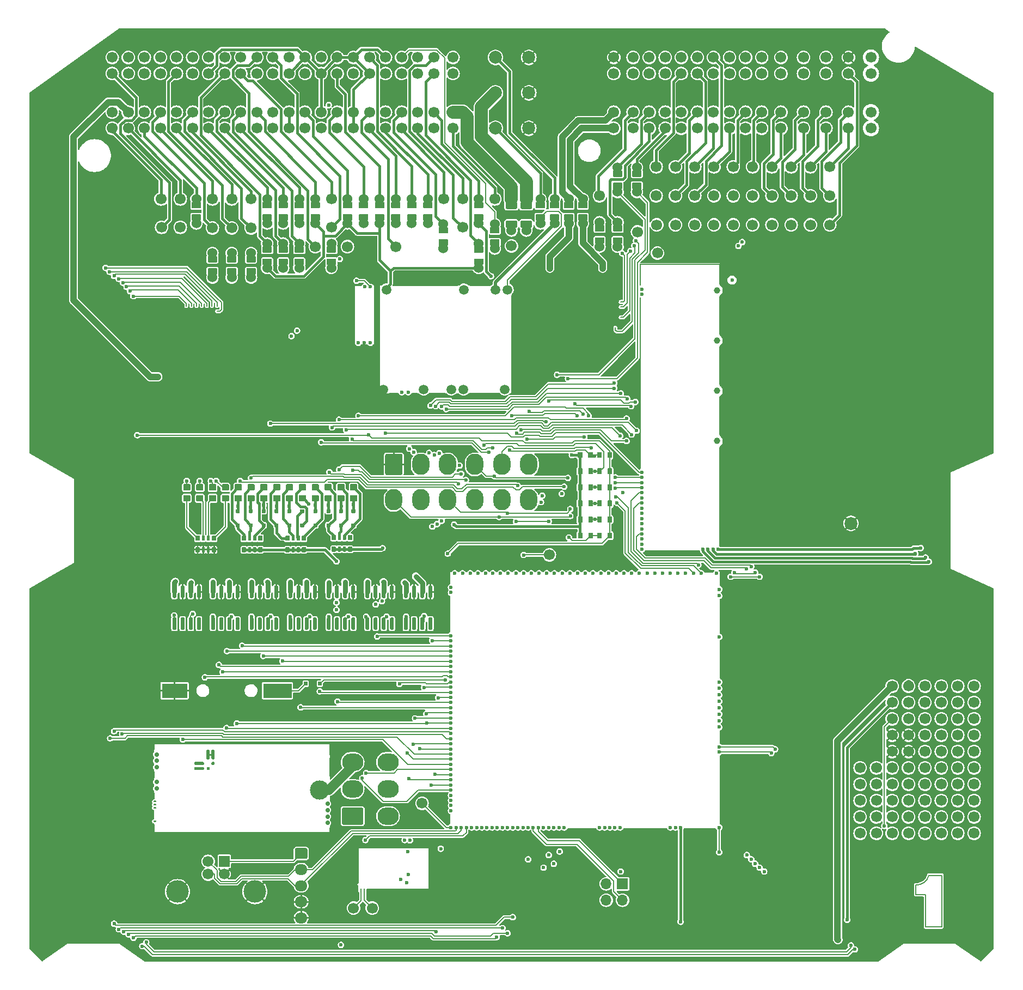
<source format=gtl>
G04 #@! TF.GenerationSoftware,KiCad,Pcbnew,7.0.11-7.0.11~ubuntu22.04.1*
G04 #@! TF.CreationDate,2024-03-26T23:42:08+00:00*
G04 #@! TF.ProjectId,hellen154hyundai,68656c6c-656e-4313-9534-6879756e6461,D*
G04 #@! TF.SameCoordinates,PX5f5e100PYc845880*
G04 #@! TF.FileFunction,Copper,L1,Top*
G04 #@! TF.FilePolarity,Positive*
%FSLAX46Y46*%
G04 Gerber Fmt 4.6, Leading zero omitted, Abs format (unit mm)*
G04 Created by KiCad (PCBNEW 7.0.11-7.0.11~ubuntu22.04.1) date 2024-03-26 23:42:08*
%MOMM*%
%LPD*%
G01*
G04 APERTURE LIST*
G04 #@! TA.AperFunction,EtchedComponent*
%ADD10C,0.200000*%
G04 #@! TD*
G04 #@! TA.AperFunction,ComponentPad*
%ADD11C,1.700000*%
G04 #@! TD*
G04 #@! TA.AperFunction,ComponentPad*
%ADD12O,1.950000X1.700000*%
G04 #@! TD*
G04 #@! TA.AperFunction,ComponentPad*
%ADD13C,1.524000*%
G04 #@! TD*
G04 #@! TA.AperFunction,ComponentPad*
%ADD14C,2.000000*%
G04 #@! TD*
G04 #@! TA.AperFunction,ComponentPad*
%ADD15R,1.700000X1.700000*%
G04 #@! TD*
G04 #@! TA.AperFunction,ComponentPad*
%ADD16C,3.500000*%
G04 #@! TD*
G04 #@! TA.AperFunction,ComponentPad*
%ADD17C,0.600000*%
G04 #@! TD*
G04 #@! TA.AperFunction,SMDPad,CuDef*
%ADD18R,12.500000X0.200000*%
G04 #@! TD*
G04 #@! TA.AperFunction,SMDPad,CuDef*
%ADD19R,0.200000X3.300000*%
G04 #@! TD*
G04 #@! TA.AperFunction,SMDPad,CuDef*
%ADD20R,0.200000X3.500000*%
G04 #@! TD*
G04 #@! TA.AperFunction,SMDPad,CuDef*
%ADD21R,0.200000X6.000000*%
G04 #@! TD*
G04 #@! TA.AperFunction,SMDPad,CuDef*
%ADD22R,0.200000X26.650000*%
G04 #@! TD*
G04 #@! TA.AperFunction,SMDPad,CuDef*
%ADD23R,0.200000X15.400000*%
G04 #@! TD*
G04 #@! TA.AperFunction,SMDPad,CuDef*
%ADD24R,8.500000X0.200000*%
G04 #@! TD*
G04 #@! TA.AperFunction,ComponentPad*
%ADD25C,1.000000*%
G04 #@! TD*
G04 #@! TA.AperFunction,ComponentPad*
%ADD26C,0.700000*%
G04 #@! TD*
G04 #@! TA.AperFunction,SMDPad,CuDef*
%ADD27C,3.000000*%
G04 #@! TD*
G04 #@! TA.AperFunction,SMDPad,CuDef*
%ADD28R,0.250000X3.000000*%
G04 #@! TD*
G04 #@! TA.AperFunction,SMDPad,CuDef*
%ADD29R,0.250000X1.100000*%
G04 #@! TD*
G04 #@! TA.AperFunction,SMDPad,CuDef*
%ADD30R,0.250000X0.980000*%
G04 #@! TD*
G04 #@! TA.AperFunction,SMDPad,CuDef*
%ADD31R,0.250000X1.450000*%
G04 #@! TD*
G04 #@! TA.AperFunction,SMDPad,CuDef*
%ADD32R,27.600000X0.250000*%
G04 #@! TD*
G04 #@! TA.AperFunction,SMDPad,CuDef*
%ADD33R,0.250000X1.950000*%
G04 #@! TD*
G04 #@! TA.AperFunction,SMDPad,CuDef*
%ADD34R,0.250000X0.950000*%
G04 #@! TD*
G04 #@! TA.AperFunction,ComponentPad*
%ADD35O,3.300000X2.700000*%
G04 #@! TD*
G04 #@! TA.AperFunction,SMDPad,CuDef*
%ADD36R,0.200000X2.300000*%
G04 #@! TD*
G04 #@! TA.AperFunction,SMDPad,CuDef*
%ADD37R,0.200000X10.700000*%
G04 #@! TD*
G04 #@! TA.AperFunction,SMDPad,CuDef*
%ADD38R,0.200000X2.100000*%
G04 #@! TD*
G04 #@! TA.AperFunction,SMDPad,CuDef*
%ADD39R,0.200000X5.400000*%
G04 #@! TD*
G04 #@! TA.AperFunction,SMDPad,CuDef*
%ADD40R,1.400000X0.200000*%
G04 #@! TD*
G04 #@! TA.AperFunction,SMDPad,CuDef*
%ADD41R,5.000000X0.200000*%
G04 #@! TD*
G04 #@! TA.AperFunction,SMDPad,CuDef*
%ADD42R,6.800000X0.200000*%
G04 #@! TD*
G04 #@! TA.AperFunction,SMDPad,CuDef*
%ADD43R,4.500000X0.200000*%
G04 #@! TD*
G04 #@! TA.AperFunction,SMDPad,CuDef*
%ADD44R,0.200000X1.600000*%
G04 #@! TD*
G04 #@! TA.AperFunction,SMDPad,CuDef*
%ADD45R,0.200000X5.700000*%
G04 #@! TD*
G04 #@! TA.AperFunction,SMDPad,CuDef*
%ADD46R,0.200000X2.000000*%
G04 #@! TD*
G04 #@! TA.AperFunction,ComponentPad*
%ADD47O,1.700000X1.700000*%
G04 #@! TD*
G04 #@! TA.AperFunction,ComponentPad*
%ADD48C,1.500000*%
G04 #@! TD*
G04 #@! TA.AperFunction,SMDPad,CuDef*
%ADD49O,3.300000X0.200000*%
G04 #@! TD*
G04 #@! TA.AperFunction,SMDPad,CuDef*
%ADD50O,10.200000X0.200000*%
G04 #@! TD*
G04 #@! TA.AperFunction,SMDPad,CuDef*
%ADD51O,0.300000X0.200000*%
G04 #@! TD*
G04 #@! TA.AperFunction,SMDPad,CuDef*
%ADD52O,0.200000X17.000000*%
G04 #@! TD*
G04 #@! TA.AperFunction,SMDPad,CuDef*
%ADD53O,0.200000X15.400000*%
G04 #@! TD*
G04 #@! TA.AperFunction,SMDPad,CuDef*
%ADD54O,4.800000X0.200000*%
G04 #@! TD*
G04 #@! TA.AperFunction,SMDPad,CuDef*
%ADD55O,2.600000X0.200000*%
G04 #@! TD*
G04 #@! TA.AperFunction,SMDPad,CuDef*
%ADD56O,1.000000X0.200000*%
G04 #@! TD*
G04 #@! TA.AperFunction,SMDPad,CuDef*
%ADD57O,1.500000X0.200000*%
G04 #@! TD*
G04 #@! TA.AperFunction,SMDPad,CuDef*
%ADD58R,4.399991X2.299995*%
G04 #@! TD*
G04 #@! TA.AperFunction,SMDPad,CuDef*
%ADD59R,3.999992X2.299995*%
G04 #@! TD*
G04 #@! TA.AperFunction,ComponentPad*
%ADD60O,2.700000X3.300000*%
G04 #@! TD*
G04 #@! TA.AperFunction,SMDPad,CuDef*
%ADD61C,2.000000*%
G04 #@! TD*
G04 #@! TA.AperFunction,SMDPad,CuDef*
%ADD62O,0.200000X5.669999*%
G04 #@! TD*
G04 #@! TA.AperFunction,SMDPad,CuDef*
%ADD63O,11.100001X0.200000*%
G04 #@! TD*
G04 #@! TA.AperFunction,SMDPad,CuDef*
%ADD64O,9.800001X0.399999*%
G04 #@! TD*
G04 #@! TA.AperFunction,SMDPad,CuDef*
%ADD65O,0.499999X0.250000*%
G04 #@! TD*
G04 #@! TA.AperFunction,SMDPad,CuDef*
%ADD66O,0.200000X6.799999*%
G04 #@! TD*
G04 #@! TA.AperFunction,SMDPad,CuDef*
%ADD67O,0.250000X0.499999*%
G04 #@! TD*
G04 #@! TA.AperFunction,ComponentPad*
%ADD68C,0.599999*%
G04 #@! TD*
G04 #@! TA.AperFunction,SMDPad,CuDef*
%ADD69O,1.200000X0.200000*%
G04 #@! TD*
G04 #@! TA.AperFunction,SMDPad,CuDef*
%ADD70O,0.200000X9.300000*%
G04 #@! TD*
G04 #@! TA.AperFunction,ViaPad*
%ADD71C,0.600000*%
G04 #@! TD*
G04 #@! TA.AperFunction,Conductor*
%ADD72C,0.200000*%
G04 #@! TD*
G04 #@! TA.AperFunction,Conductor*
%ADD73C,0.400000*%
G04 #@! TD*
G04 #@! TA.AperFunction,Conductor*
%ADD74C,0.800000*%
G04 #@! TD*
G04 #@! TA.AperFunction,Conductor*
%ADD75C,0.500000*%
G04 #@! TD*
G04 #@! TA.AperFunction,Conductor*
%ADD76C,1.000000*%
G04 #@! TD*
G04 #@! TA.AperFunction,Conductor*
%ADD77C,2.000000*%
G04 #@! TD*
G04 #@! TA.AperFunction,Conductor*
%ADD78C,0.150000*%
G04 #@! TD*
G04 #@! TA.AperFunction,Conductor*
%ADD79C,0.250000*%
G04 #@! TD*
G04 #@! TA.AperFunction,Conductor*
%ADD80C,1.500000*%
G04 #@! TD*
G04 APERTURE END LIST*
D10*
G04 #@! TO.C,G3*
X144905350Y15407713D02*
X144905350Y16907713D01*
X144905350Y15407713D02*
X146405350Y15407713D01*
X146405350Y15407713D02*
X146405350Y10407713D01*
X146405350Y10407713D02*
X148905350Y10407713D01*
X148905350Y18407713D02*
X146905350Y18407713D01*
X148905350Y10407713D02*
X148905350Y18407713D01*
X144905350Y16907713D02*
G75*
G03*
X146905349Y18407713I78399J1978801D01*
G01*
G04 #@! TD*
D11*
G04 #@! TO.P,P37,1,Pin_1*
G04 #@! TO.N,Net-(P37-Pin_1)*
X104500000Y128500000D03*
G04 #@! TD*
G04 #@! TO.P,J1,1,Pin_1*
G04 #@! TO.N,/VBUS*
G04 #@! TA.AperFunction,ComponentPad*
G36*
G01*
X48575000Y22650000D02*
X50025000Y22650000D01*
G75*
G02*
X50275000Y22400000I0J-250000D01*
G01*
X50275000Y21200000D01*
G75*
G02*
X50025000Y20950000I-250000J0D01*
G01*
X48575000Y20950000D01*
G75*
G02*
X48325000Y21200000I0J250000D01*
G01*
X48325000Y22400000D01*
G75*
G02*
X48575000Y22650000I250000J0D01*
G01*
G37*
G04 #@! TD.AperFunction*
D12*
G04 #@! TO.P,J1,2,Pin_2*
G04 #@! TO.N,/USB-*
X49300000Y19300000D03*
G04 #@! TO.P,J1,3,Pin_3*
G04 #@! TO.N,/USB+*
X49300000Y16800000D03*
G04 #@! TO.P,J1,4,Pin_4*
G04 #@! TO.N,GND*
X49300000Y14300000D03*
G04 #@! TO.P,J1,5,Pin_5*
X49300000Y11800000D03*
G04 #@! TD*
D11*
G04 #@! TO.P,P33,1,Pin_1*
G04 #@! TO.N,Net-(P33-Pin_1)*
X128500000Y119500000D03*
G04 #@! TD*
G04 #@! TO.P,P46,1,Pin_1*
G04 #@! TO.N,Net-(P46-Pin_1)*
X113500000Y124000000D03*
G04 #@! TD*
D13*
G04 #@! TO.P,F1,1,1*
G04 #@! TO.N,Net-(P1B-4)*
X84300000Y123500000D03*
G04 #@! TA.AperFunction,SMDPad,CuDef*
G36*
G01*
X83400000Y122155010D02*
X83400000Y122845010D01*
G75*
G02*
X83630000Y123075010I230000J0D01*
G01*
X84970000Y123075010D01*
G75*
G02*
X85200000Y122845010I0J-230000D01*
G01*
X85200000Y122155010D01*
G75*
G02*
X84970000Y121925010I-230000J0D01*
G01*
X83630000Y121925010D01*
G75*
G02*
X83400000Y122155010I0J230000D01*
G01*
G37*
G04 #@! TD.AperFunction*
G04 #@! TO.P,F1,2,2*
G04 #@! TO.N,+12V_FROM_MAIN_RELAY*
G04 #@! TA.AperFunction,SMDPad,CuDef*
G36*
G01*
X83400000Y119254990D02*
X83400000Y119944990D01*
G75*
G02*
X83630000Y120174990I230000J0D01*
G01*
X84970000Y120174990D01*
G75*
G02*
X85200000Y119944990I0J-230000D01*
G01*
X85200000Y119254990D01*
G75*
G02*
X84970000Y119024990I-230000J0D01*
G01*
X83630000Y119024990D01*
G75*
G02*
X83400000Y119254990I0J230000D01*
G01*
G37*
G04 #@! TD.AperFunction*
X84300000Y118600000D03*
G04 #@! TD*
G04 #@! TO.P,U4,1,IN1*
G04 #@! TO.N,Net-(U4-IN1)*
G04 #@! TA.AperFunction,SMDPad,CuDef*
G36*
G01*
X41740000Y56550000D02*
X41440000Y56550000D01*
G75*
G02*
X41290000Y56700000I0J150000D01*
G01*
X41290000Y58350000D01*
G75*
G02*
X41440000Y58500000I150000J0D01*
G01*
X41740000Y58500000D01*
G75*
G02*
X41890000Y58350000I0J-150000D01*
G01*
X41890000Y56700000D01*
G75*
G02*
X41740000Y56550000I-150000J0D01*
G01*
G37*
G04 #@! TD.AperFunction*
G04 #@! TO.P,U4,2,STATUS1*
G04 #@! TO.N,unconnected-(U4-STATUS1-Pad2)*
G04 #@! TA.AperFunction,SMDPad,CuDef*
G36*
G01*
X43010000Y56550000D02*
X42710000Y56550000D01*
G75*
G02*
X42560000Y56700000I0J150000D01*
G01*
X42560000Y58350000D01*
G75*
G02*
X42710000Y58500000I150000J0D01*
G01*
X43010000Y58500000D01*
G75*
G02*
X43160000Y58350000I0J-150000D01*
G01*
X43160000Y56700000D01*
G75*
G02*
X43010000Y56550000I-150000J0D01*
G01*
G37*
G04 #@! TD.AperFunction*
G04 #@! TO.P,U4,3,IN2*
G04 #@! TO.N,Net-(U4-IN2)*
G04 #@! TA.AperFunction,SMDPad,CuDef*
G36*
G01*
X44280000Y56550000D02*
X43980000Y56550000D01*
G75*
G02*
X43830000Y56700000I0J150000D01*
G01*
X43830000Y58350000D01*
G75*
G02*
X43980000Y58500000I150000J0D01*
G01*
X44280000Y58500000D01*
G75*
G02*
X44430000Y58350000I0J-150000D01*
G01*
X44430000Y56700000D01*
G75*
G02*
X44280000Y56550000I-150000J0D01*
G01*
G37*
G04 #@! TD.AperFunction*
G04 #@! TO.P,U4,4,STATUS2*
G04 #@! TO.N,unconnected-(U4-STATUS2-Pad4)*
G04 #@! TA.AperFunction,SMDPad,CuDef*
G36*
G01*
X45550000Y56550000D02*
X45250000Y56550000D01*
G75*
G02*
X45100000Y56700000I0J150000D01*
G01*
X45100000Y58350000D01*
G75*
G02*
X45250000Y58500000I150000J0D01*
G01*
X45550000Y58500000D01*
G75*
G02*
X45700000Y58350000I0J-150000D01*
G01*
X45700000Y56700000D01*
G75*
G02*
X45550000Y56550000I-150000J0D01*
G01*
G37*
G04 #@! TD.AperFunction*
G04 #@! TO.P,U4,5,S2*
G04 #@! TO.N,GND*
G04 #@! TA.AperFunction,SMDPad,CuDef*
G36*
G01*
X45550000Y61500000D02*
X45250000Y61500000D01*
G75*
G02*
X45100000Y61650000I0J150000D01*
G01*
X45100000Y63300000D01*
G75*
G02*
X45250000Y63450000I150000J0D01*
G01*
X45550000Y63450000D01*
G75*
G02*
X45700000Y63300000I0J-150000D01*
G01*
X45700000Y61650000D01*
G75*
G02*
X45550000Y61500000I-150000J0D01*
G01*
G37*
G04 #@! TD.AperFunction*
G04 #@! TO.P,U4,6,D2*
G04 #@! TO.N,/OUT_CVVT1*
G04 #@! TA.AperFunction,SMDPad,CuDef*
G36*
G01*
X44280000Y61500000D02*
X43980000Y61500000D01*
G75*
G02*
X43830000Y61650000I0J150000D01*
G01*
X43830000Y63300000D01*
G75*
G02*
X43980000Y63450000I150000J0D01*
G01*
X44280000Y63450000D01*
G75*
G02*
X44430000Y63300000I0J-150000D01*
G01*
X44430000Y61650000D01*
G75*
G02*
X44280000Y61500000I-150000J0D01*
G01*
G37*
G04 #@! TD.AperFunction*
G04 #@! TO.P,U4,7,S1*
G04 #@! TO.N,GND*
G04 #@! TA.AperFunction,SMDPad,CuDef*
G36*
G01*
X43010000Y61500000D02*
X42710000Y61500000D01*
G75*
G02*
X42560000Y61650000I0J150000D01*
G01*
X42560000Y63300000D01*
G75*
G02*
X42710000Y63450000I150000J0D01*
G01*
X43010000Y63450000D01*
G75*
G02*
X43160000Y63300000I0J-150000D01*
G01*
X43160000Y61650000D01*
G75*
G02*
X43010000Y61500000I-150000J0D01*
G01*
G37*
G04 #@! TD.AperFunction*
G04 #@! TO.P,U4,8,D1*
G04 #@! TO.N,/OUT_CVVT2*
G04 #@! TA.AperFunction,SMDPad,CuDef*
G36*
G01*
X41740000Y61500000D02*
X41440000Y61500000D01*
G75*
G02*
X41290000Y61650000I0J150000D01*
G01*
X41290000Y63300000D01*
G75*
G02*
X41440000Y63450000I150000J0D01*
G01*
X41740000Y63450000D01*
G75*
G02*
X41890000Y63300000I0J-150000D01*
G01*
X41890000Y61650000D01*
G75*
G02*
X41740000Y61500000I-150000J0D01*
G01*
G37*
G04 #@! TD.AperFunction*
G04 #@! TD*
D11*
G04 #@! TO.P,P85,1,Pin_1*
G04 #@! TO.N,Net-(M1-USBID)*
X68100000Y29600000D03*
G04 #@! TD*
G04 #@! TO.P,R14,1*
G04 #@! TO.N,/DIN1*
G04 #@! TA.AperFunction,SMDPad,CuDef*
G36*
G01*
X95350000Y75810000D02*
X95350000Y76590000D01*
G75*
G02*
X95420000Y76660000I70000J0D01*
G01*
X95980000Y76660000D01*
G75*
G02*
X96050000Y76590000I0J-70000D01*
G01*
X96050000Y75810000D01*
G75*
G02*
X95980000Y75740000I-70000J0D01*
G01*
X95420000Y75740000D01*
G75*
G02*
X95350000Y75810000I0J70000D01*
G01*
G37*
G04 #@! TD.AperFunction*
G04 #@! TO.P,R14,2*
G04 #@! TO.N,+5VA*
G04 #@! TA.AperFunction,SMDPad,CuDef*
G36*
G01*
X96950000Y75810000D02*
X96950000Y76590000D01*
G75*
G02*
X97020000Y76660000I70000J0D01*
G01*
X97580000Y76660000D01*
G75*
G02*
X97650000Y76590000I0J-70000D01*
G01*
X97650000Y75810000D01*
G75*
G02*
X97580000Y75740000I-70000J0D01*
G01*
X97020000Y75740000D01*
G75*
G02*
X96950000Y75810000I0J70000D01*
G01*
G37*
G04 #@! TD.AperFunction*
G04 #@! TD*
G04 #@! TO.P,P53,1,Pin_1*
G04 #@! TO.N,Net-(P53-Pin_1)*
X122500000Y128500000D03*
G04 #@! TD*
G04 #@! TO.P,U9,1,IN1*
G04 #@! TO.N,Net-(U9-IN1)*
G04 #@! TA.AperFunction,SMDPad,CuDef*
G36*
G01*
X65745000Y56550000D02*
X65445000Y56550000D01*
G75*
G02*
X65295000Y56700000I0J150000D01*
G01*
X65295000Y58350000D01*
G75*
G02*
X65445000Y58500000I150000J0D01*
G01*
X65745000Y58500000D01*
G75*
G02*
X65895000Y58350000I0J-150000D01*
G01*
X65895000Y56700000D01*
G75*
G02*
X65745000Y56550000I-150000J0D01*
G01*
G37*
G04 #@! TD.AperFunction*
G04 #@! TO.P,U9,2,STATUS1*
G04 #@! TO.N,unconnected-(U9-STATUS1-Pad2)*
G04 #@! TA.AperFunction,SMDPad,CuDef*
G36*
G01*
X67015000Y56550000D02*
X66715000Y56550000D01*
G75*
G02*
X66565000Y56700000I0J150000D01*
G01*
X66565000Y58350000D01*
G75*
G02*
X66715000Y58500000I150000J0D01*
G01*
X67015000Y58500000D01*
G75*
G02*
X67165000Y58350000I0J-150000D01*
G01*
X67165000Y56700000D01*
G75*
G02*
X67015000Y56550000I-150000J0D01*
G01*
G37*
G04 #@! TD.AperFunction*
G04 #@! TO.P,U9,3,IN2*
G04 #@! TO.N,Net-(U9-IN2)*
G04 #@! TA.AperFunction,SMDPad,CuDef*
G36*
G01*
X68285000Y56550000D02*
X67985000Y56550000D01*
G75*
G02*
X67835000Y56700000I0J150000D01*
G01*
X67835000Y58350000D01*
G75*
G02*
X67985000Y58500000I150000J0D01*
G01*
X68285000Y58500000D01*
G75*
G02*
X68435000Y58350000I0J-150000D01*
G01*
X68435000Y56700000D01*
G75*
G02*
X68285000Y56550000I-150000J0D01*
G01*
G37*
G04 #@! TD.AperFunction*
G04 #@! TO.P,U9,4,STATUS2*
G04 #@! TO.N,unconnected-(U9-STATUS2-Pad4)*
G04 #@! TA.AperFunction,SMDPad,CuDef*
G36*
G01*
X69555000Y56550000D02*
X69255000Y56550000D01*
G75*
G02*
X69105000Y56700000I0J150000D01*
G01*
X69105000Y58350000D01*
G75*
G02*
X69255000Y58500000I150000J0D01*
G01*
X69555000Y58500000D01*
G75*
G02*
X69705000Y58350000I0J-150000D01*
G01*
X69705000Y56700000D01*
G75*
G02*
X69555000Y56550000I-150000J0D01*
G01*
G37*
G04 #@! TD.AperFunction*
G04 #@! TO.P,U9,5,S2*
G04 #@! TO.N,GND*
G04 #@! TA.AperFunction,SMDPad,CuDef*
G36*
G01*
X69555000Y61500000D02*
X69255000Y61500000D01*
G75*
G02*
X69105000Y61650000I0J150000D01*
G01*
X69105000Y63300000D01*
G75*
G02*
X69255000Y63450000I150000J0D01*
G01*
X69555000Y63450000D01*
G75*
G02*
X69705000Y63300000I0J-150000D01*
G01*
X69705000Y61650000D01*
G75*
G02*
X69555000Y61500000I-150000J0D01*
G01*
G37*
G04 #@! TD.AperFunction*
G04 #@! TO.P,U9,6,D2*
G04 #@! TO.N,/OUT_AUX_LS2*
G04 #@! TA.AperFunction,SMDPad,CuDef*
G36*
G01*
X68285000Y61500000D02*
X67985000Y61500000D01*
G75*
G02*
X67835000Y61650000I0J150000D01*
G01*
X67835000Y63300000D01*
G75*
G02*
X67985000Y63450000I150000J0D01*
G01*
X68285000Y63450000D01*
G75*
G02*
X68435000Y63300000I0J-150000D01*
G01*
X68435000Y61650000D01*
G75*
G02*
X68285000Y61500000I-150000J0D01*
G01*
G37*
G04 #@! TD.AperFunction*
G04 #@! TO.P,U9,7,S1*
G04 #@! TO.N,GND*
G04 #@! TA.AperFunction,SMDPad,CuDef*
G36*
G01*
X67015000Y61500000D02*
X66715000Y61500000D01*
G75*
G02*
X66565000Y61650000I0J150000D01*
G01*
X66565000Y63300000D01*
G75*
G02*
X66715000Y63450000I150000J0D01*
G01*
X67015000Y63450000D01*
G75*
G02*
X67165000Y63300000I0J-150000D01*
G01*
X67165000Y61650000D01*
G75*
G02*
X67015000Y61500000I-150000J0D01*
G01*
G37*
G04 #@! TD.AperFunction*
G04 #@! TO.P,U9,8,D1*
G04 #@! TO.N,/OUT_AUX_LS1*
G04 #@! TA.AperFunction,SMDPad,CuDef*
G36*
G01*
X65745000Y61500000D02*
X65445000Y61500000D01*
G75*
G02*
X65295000Y61650000I0J150000D01*
G01*
X65295000Y63300000D01*
G75*
G02*
X65445000Y63450000I150000J0D01*
G01*
X65745000Y63450000D01*
G75*
G02*
X65895000Y63300000I0J-150000D01*
G01*
X65895000Y61650000D01*
G75*
G02*
X65745000Y61500000I-150000J0D01*
G01*
G37*
G04 #@! TD.AperFunction*
G04 #@! TD*
G04 #@! TO.P,G9,1*
G04 #@! TO.N,Net-(G9-Pad1)*
X151406545Y24944788D03*
G04 #@! TO.P,G9,2*
G04 #@! TO.N,Net-(G9-Pad2)*
X151406545Y27484788D03*
G04 #@! TO.P,G9,3*
G04 #@! TO.N,Net-(G9-Pad3)*
X151406545Y30024788D03*
G04 #@! TO.P,G9,4*
G04 #@! TO.N,Net-(G9-Pad4)*
X151406545Y32564788D03*
G04 #@! TO.P,G9,5*
G04 #@! TO.N,Net-(G9-Pad10)*
X151406545Y35104788D03*
G04 #@! TO.P,G9,6*
G04 #@! TO.N,Net-(G9-Pad1)*
X153946545Y24944788D03*
G04 #@! TO.P,G9,7*
G04 #@! TO.N,Net-(G9-Pad2)*
X153946545Y27484788D03*
G04 #@! TO.P,G9,8*
G04 #@! TO.N,Net-(G9-Pad3)*
X153946545Y30024788D03*
G04 #@! TO.P,G9,9*
G04 #@! TO.N,Net-(G9-Pad4)*
X153946545Y32564788D03*
G04 #@! TO.P,G9,10*
G04 #@! TO.N,Net-(G9-Pad10)*
X153946545Y35104788D03*
G04 #@! TD*
G04 #@! TO.P,P14,1,Pin_1*
G04 #@! TO.N,Net-(P14-Pin_1)*
X79400000Y123505000D03*
G04 #@! TD*
G04 #@! TO.P,P1,1,1*
G04 #@! TO.N,/OUT_IGN4*
X137912500Y145500000D03*
G04 #@! TO.P,P1,2,2*
G04 #@! TO.N,GND*
X134412500Y145500000D03*
G04 #@! TO.P,P1,3,3*
G04 #@! TO.N,Net-(P23-Pin_1)*
X130912500Y145500000D03*
G04 #@! TO.P,P1,4,4*
G04 #@! TO.N,Net-(P24-Pin_1)*
X127412500Y145500000D03*
G04 #@! TO.P,P1,5,5*
G04 #@! TO.N,Net-(P25-Pin_1)*
X123912500Y145500000D03*
G04 #@! TO.P,P1,6,6*
G04 #@! TO.N,Net-(P26-Pin_1)*
X120912500Y145500000D03*
G04 #@! TO.P,P1,7,7*
G04 #@! TO.N,Net-(P27-Pin_1)*
X118412500Y145500000D03*
G04 #@! TO.P,P1,8,8*
G04 #@! TO.N,Net-(P28-Pin_1)*
X115912500Y145500000D03*
G04 #@! TO.P,P1,9,9*
G04 #@! TO.N,Net-(P29-Pin_1)*
X113412500Y145500000D03*
G04 #@! TO.P,P1,10,10*
G04 #@! TO.N,unconnected-(P1-Pad10)*
X110912500Y145500000D03*
G04 #@! TO.P,P1,11,11*
G04 #@! TO.N,unconnected-(P1-Pad11)*
X108412500Y145500000D03*
G04 #@! TO.P,P1,12,12*
G04 #@! TO.N,unconnected-(P1-Pad12)*
X105912500Y145500000D03*
G04 #@! TO.P,P1,13,13*
G04 #@! TO.N,Net-(P30-Pin_1)*
X103412500Y145500000D03*
G04 #@! TO.P,P1,14,14*
G04 #@! TO.N,Net-(P31-Pin_1)*
X100912500Y145500000D03*
G04 #@! TO.P,P1,15,15*
G04 #@! TO.N,GND*
X97912500Y145500000D03*
G04 #@! TO.P,P1,16,16*
G04 #@! TO.N,/OUT_IGN2*
X137912500Y143000000D03*
G04 #@! TO.P,P1,17,17*
G04 #@! TO.N,Net-(P32-Pin_1)*
X134412500Y143000000D03*
G04 #@! TO.P,P1,18,18*
G04 #@! TO.N,Net-(P33-Pin_1)*
X130912500Y143000000D03*
G04 #@! TO.P,P1,19,19*
G04 #@! TO.N,Net-(P34-Pin_1)*
X127412500Y143000000D03*
G04 #@! TO.P,P1,20,20*
G04 #@! TO.N,Net-(P35-Pin_1)*
X123912500Y143000000D03*
G04 #@! TO.P,P1,21,21*
G04 #@! TO.N,unconnected-(P1-Pad21)*
X120912500Y143000000D03*
G04 #@! TO.P,P1,22,22*
G04 #@! TO.N,unconnected-(P1-Pad22)*
X118412500Y143000000D03*
G04 #@! TO.P,P1,23,23*
G04 #@! TO.N,unconnected-(P1-Pad23)*
X115912500Y143000000D03*
G04 #@! TO.P,P1,24,24*
G04 #@! TO.N,unconnected-(P1-Pad24)*
X113412500Y143000000D03*
G04 #@! TO.P,P1,25,25*
G04 #@! TO.N,Net-(P36-Pin_1)*
X110912500Y143000000D03*
G04 #@! TO.P,P1,26,26*
G04 #@! TO.N,Net-(P37-Pin_1)*
X108412500Y143000000D03*
G04 #@! TO.P,P1,27,27*
G04 #@! TO.N,Net-(P38-Pin_1)*
X105912500Y143000000D03*
G04 #@! TO.P,P1,28,28*
G04 #@! TO.N,unconnected-(P1-Pad28)*
X103412500Y143000000D03*
G04 #@! TO.P,P1,29,29*
G04 #@! TO.N,Net-(P1-Pad29)*
X100912500Y143000000D03*
G04 #@! TO.P,P1,30,30*
G04 #@! TO.N,Net-(P39-Pin_1)*
X97912500Y143000000D03*
G04 #@! TO.P,P1,31,31*
G04 #@! TO.N,/OUT_IGN1*
X137912500Y137000000D03*
G04 #@! TO.P,P1,32,32*
G04 #@! TO.N,Net-(P40-Pin_1)*
X134412500Y137000000D03*
G04 #@! TO.P,P1,33,33*
G04 #@! TO.N,Net-(P41-Pin_1)*
X130912500Y137000000D03*
G04 #@! TO.P,P1,34,34*
G04 #@! TO.N,Net-(P42-Pin_1)*
X127412500Y137000000D03*
G04 #@! TO.P,P1,35,35*
G04 #@! TO.N,Net-(P43-Pin_1)*
X123912500Y137000000D03*
G04 #@! TO.P,P1,36,36*
G04 #@! TO.N,Net-(P44-Pin_1)*
X120912500Y137000000D03*
G04 #@! TO.P,P1,37,37*
G04 #@! TO.N,Net-(P45-Pin_1)*
X118412500Y137000000D03*
G04 #@! TO.P,P1,38,38*
G04 #@! TO.N,Net-(P46-Pin_1)*
X115912500Y137000000D03*
G04 #@! TO.P,P1,39,39*
G04 #@! TO.N,unconnected-(P1-Pad39)*
X113412500Y137000000D03*
G04 #@! TO.P,P1,40,40*
G04 #@! TO.N,Net-(P47-Pin_1)*
X110912500Y137000000D03*
G04 #@! TO.P,P1,41,41*
G04 #@! TO.N,unconnected-(P1-Pad41)*
X108412500Y137000000D03*
G04 #@! TO.P,P1,42,42*
G04 #@! TO.N,Net-(P48-Pin_1)*
X105912500Y137000000D03*
G04 #@! TO.P,P1,43,43*
G04 #@! TO.N,Net-(P1-Pad43)*
X103412500Y137000000D03*
G04 #@! TO.P,P1,44,44*
G04 #@! TO.N,Net-(P49-Pin_1)*
X100912500Y137000000D03*
G04 #@! TO.P,P1,45,45*
G04 #@! TO.N,Net-(P1-Pad45)*
X97912500Y137000000D03*
G04 #@! TO.P,P1,46,46*
G04 #@! TO.N,/OUT_IGN3*
X137912500Y134500000D03*
G04 #@! TO.P,P1,47,47*
G04 #@! TO.N,Net-(P50-Pin_1)*
X134412500Y134500000D03*
G04 #@! TO.P,P1,48,48*
G04 #@! TO.N,Net-(P51-Pin_1)*
X130912500Y134500000D03*
G04 #@! TO.P,P1,49,49*
G04 #@! TO.N,Net-(P52-Pin_1)*
X127412500Y134500000D03*
G04 #@! TO.P,P1,50,50*
G04 #@! TO.N,Net-(P53-Pin_1)*
X123912500Y134500000D03*
G04 #@! TO.P,P1,51,51*
G04 #@! TO.N,unconnected-(P1-Pad51)*
X120912500Y134500000D03*
G04 #@! TO.P,P1,52,52*
G04 #@! TO.N,unconnected-(P1-Pad52)*
X118412500Y134500000D03*
G04 #@! TO.P,P1,53,53*
G04 #@! TO.N,Net-(P54-Pin_1)*
X115912500Y134500000D03*
G04 #@! TO.P,P1,54,54*
G04 #@! TO.N,Net-(P55-Pin_1)*
X113412500Y134500000D03*
G04 #@! TO.P,P1,55,55*
G04 #@! TO.N,unconnected-(P1-Pad55)*
X110912500Y134500000D03*
G04 #@! TO.P,P1,56,56*
G04 #@! TO.N,unconnected-(P1-Pad56)*
X108412500Y134500000D03*
G04 #@! TO.P,P1,57,57*
G04 #@! TO.N,Net-(P1-Pad57)*
X105912500Y134500000D03*
G04 #@! TO.P,P1,58,58*
G04 #@! TO.N,Net-(P1-Pad58)*
X103412500Y134500000D03*
G04 #@! TO.P,P1,59,59*
G04 #@! TO.N,unconnected-(P1-Pad59)*
X100912500Y134500000D03*
G04 #@! TO.P,P1,60,60*
G04 #@! TO.N,Net-(P1-Pad60)*
X97912500Y134500000D03*
D14*
G04 #@! TO.P,P1,61,1*
G04 #@! TO.N,GND*
X84712500Y145500000D03*
G04 #@! TO.P,P1,62,2*
G04 #@! TO.N,Net-(P1B-2)*
X79512500Y145500000D03*
G04 #@! TO.P,P1,63,3*
G04 #@! TO.N,GND*
X84712500Y140000000D03*
G04 #@! TO.P,P1,64,4*
G04 #@! TO.N,Net-(P1B-4)*
X79512500Y140000000D03*
G04 #@! TO.P,P1,65,5*
G04 #@! TO.N,GND*
X84712500Y134500000D03*
G04 #@! TO.P,P1,66,6*
G04 #@! TO.N,Net-(P1B-6)*
X79512500Y134500000D03*
D11*
G04 #@! TO.P,P1,67,7*
G04 #@! TO.N,unconnected-(P1B-7-Pad67)*
X72912500Y145500000D03*
G04 #@! TO.P,P1,68,8*
G04 #@! TO.N,Net-(P1B-8)*
X69912500Y145500000D03*
G04 #@! TO.P,P1,69,9*
G04 #@! TO.N,Net-(P1B-9)*
X67412500Y145500000D03*
G04 #@! TO.P,P1,70,10*
G04 #@! TO.N,Net-(P1B-10)*
X64912500Y145500000D03*
G04 #@! TO.P,P1,71,11*
G04 #@! TO.N,GNDA*
X62412500Y145500000D03*
G04 #@! TO.P,P1,72,12*
G04 #@! TO.N,Net-(P1B-12)*
X59912500Y145500000D03*
G04 #@! TO.P,P1,73,13*
G04 #@! TO.N,GNDA*
X57412500Y145500000D03*
G04 #@! TO.P,P1,74,14*
X54912500Y145500000D03*
G04 #@! TO.P,P1,75,15*
G04 #@! TO.N,/IN_CAM2*
X52412500Y145500000D03*
G04 #@! TO.P,P1,76,16*
G04 #@! TO.N,GNDA*
X49912500Y145500000D03*
G04 #@! TO.P,P1,77,17*
G04 #@! TO.N,/IN_CRANK*
X47412500Y145500000D03*
G04 #@! TO.P,P1,78,18*
G04 #@! TO.N,Net-(P1B-18)*
X44912500Y145500000D03*
G04 #@! TO.P,P1,79,19*
G04 #@! TO.N,Net-(P1B-19)*
X42412500Y145500000D03*
G04 #@! TO.P,P1,80,20*
G04 #@! TO.N,Net-(P1B-20)*
X39912500Y145500000D03*
G04 #@! TO.P,P1,81,21*
G04 #@! TO.N,Net-(P1B-21)*
X37412500Y145500000D03*
G04 #@! TO.P,P1,82,22*
G04 #@! TO.N,Net-(P1B-22)*
X34912500Y145500000D03*
G04 #@! TO.P,P1,83,23*
G04 #@! TO.N,unconnected-(P1B-23-Pad83)*
X32412500Y145500000D03*
G04 #@! TO.P,P1,84,24*
G04 #@! TO.N,unconnected-(P1B-24-Pad84)*
X29912500Y145500000D03*
G04 #@! TO.P,P1,85,25*
G04 #@! TO.N,/OUT_INJ1*
X27412500Y145500000D03*
G04 #@! TO.P,P1,86,26*
G04 #@! TO.N,/OUT_INJ2*
X24912500Y145500000D03*
G04 #@! TO.P,P1,87,27*
G04 #@! TO.N,/OUT_INJ3*
X22412500Y145500000D03*
G04 #@! TO.P,P1,88,28*
G04 #@! TO.N,/OUT_INJ4*
X19912500Y145500000D03*
G04 #@! TO.P,P1,89,29*
G04 #@! TO.N,unconnected-(P1B-29-Pad89)*
X72912500Y143000000D03*
G04 #@! TO.P,P1,90,30*
G04 #@! TO.N,Net-(P1B-30)*
X69912500Y143000000D03*
G04 #@! TO.P,P1,91,31*
G04 #@! TO.N,/IN_MAP1*
X67412500Y143000000D03*
G04 #@! TO.P,P1,92,32*
G04 #@! TO.N,/IN_TPS2*
X64912500Y143000000D03*
G04 #@! TO.P,P1,93,33*
G04 #@! TO.N,/IN_CLT*
X62412500Y143000000D03*
G04 #@! TO.P,P1,94,34*
G04 #@! TO.N,GNDA*
X59912500Y143000000D03*
G04 #@! TO.P,P1,95,35*
G04 #@! TO.N,/IN_PPS2*
X57412500Y143000000D03*
G04 #@! TO.P,P1,96,36*
G04 #@! TO.N,Net-(P1B-36)*
X54912500Y143000000D03*
G04 #@! TO.P,P1,97,37*
G04 #@! TO.N,GNDA*
X52412500Y143000000D03*
G04 #@! TO.P,P1,98,38*
G04 #@! TO.N,Net-(P1B-38)*
X49912500Y143000000D03*
G04 #@! TO.P,P1,99,39*
G04 #@! TO.N,GNDA*
X47412500Y143000000D03*
G04 #@! TO.P,P1,100,40*
G04 #@! TO.N,Net-(P1B-40)*
X44912500Y143000000D03*
G04 #@! TO.P,P1,101,41*
G04 #@! TO.N,unconnected-(P1B-41-Pad101)*
X42412500Y143000000D03*
G04 #@! TO.P,P1,102,42*
G04 #@! TO.N,Net-(P1B-42)*
X39912500Y143000000D03*
G04 #@! TO.P,P1,103,43*
G04 #@! TO.N,Net-(P1B-43)*
X37412500Y143000000D03*
G04 #@! TO.P,P1,104,44*
G04 #@! TO.N,GNDA*
X34912500Y143000000D03*
G04 #@! TO.P,P1,105,45*
G04 #@! TO.N,unconnected-(P1B-45-Pad105)*
X32412500Y143000000D03*
G04 #@! TO.P,P1,106,46*
G04 #@! TO.N,Net-(P1B-46)*
X29912500Y143000000D03*
G04 #@! TO.P,P1,107,47*
G04 #@! TO.N,Net-(P1B-47)*
X27412500Y143000000D03*
G04 #@! TO.P,P1,108,48*
G04 #@! TO.N,/OUT_RCV*
X24912500Y143000000D03*
G04 #@! TO.P,P1,109,49*
G04 #@! TO.N,unconnected-(P1B-49-Pad109)*
X22412500Y143000000D03*
G04 #@! TO.P,P1,110,50*
G04 #@! TO.N,Net-(P10-Pin_1)*
X19912500Y143000000D03*
G04 #@! TO.P,P1,111,51*
G04 #@! TO.N,Net-(P1B-51)*
X72912500Y137000000D03*
G04 #@! TO.P,P1,112,52*
G04 #@! TO.N,Net-(P1B-52)*
X69912500Y137000000D03*
G04 #@! TO.P,P1,113,53*
G04 #@! TO.N,/IN_IAT*
X67412500Y137000000D03*
G04 #@! TO.P,P1,114,54*
G04 #@! TO.N,Net-(P1B-54)*
X64912500Y137000000D03*
G04 #@! TO.P,P1,115,55*
G04 #@! TO.N,unconnected-(P1B-55-Pad115)*
X62412500Y137000000D03*
G04 #@! TO.P,P1,116,56*
G04 #@! TO.N,Net-(P11-Pin_1)*
X59912500Y137000000D03*
G04 #@! TO.P,P1,117,57*
G04 #@! TO.N,GNDA*
X57412500Y137000000D03*
G04 #@! TO.P,P1,118,58*
G04 #@! TO.N,Net-(P1B-58)*
X54912500Y137000000D03*
G04 #@! TO.P,P1,119,59*
G04 #@! TO.N,GNDA*
X52412500Y137000000D03*
G04 #@! TO.P,P1,120,60*
G04 #@! TO.N,Net-(P1B-60)*
X49912500Y137000000D03*
G04 #@! TO.P,P1,121,61*
G04 #@! TO.N,GNDA*
X47412500Y137000000D03*
G04 #@! TO.P,P1,122,62*
G04 #@! TO.N,/IN_CAM1*
X44912500Y137000000D03*
G04 #@! TO.P,P1,123,63*
G04 #@! TO.N,Net-(P1B-63)*
X42412500Y137000000D03*
G04 #@! TO.P,P1,124,64*
G04 #@! TO.N,Net-(P1B-64)*
X39912500Y137000000D03*
G04 #@! TO.P,P1,125,65*
G04 #@! TO.N,Net-(P1B-65)*
X37412500Y137000000D03*
G04 #@! TO.P,P1,126,66*
G04 #@! TO.N,/OUT_CVVT1*
X34912500Y137000000D03*
G04 #@! TO.P,P1,127,67*
G04 #@! TO.N,Net-(P12-Pin_1)*
X32412500Y137000000D03*
G04 #@! TO.P,P1,128,68*
G04 #@! TO.N,/OUT_CVVT2*
X29912500Y137000000D03*
G04 #@! TO.P,P1,129,69*
G04 #@! TO.N,Net-(P13-Pin_1)*
X27412500Y137000000D03*
G04 #@! TO.P,P1,130,70*
G04 #@! TO.N,/OUT_FUEL_PUMP_RELAY*
X24912500Y137000000D03*
G04 #@! TO.P,P1,131,71*
G04 #@! TO.N,/OUT_ETB2*
X22412500Y137000000D03*
G04 #@! TO.P,P1,132,72*
G04 #@! TO.N,/OUT_ETB1*
X19912500Y137000000D03*
G04 #@! TO.P,P1,133,73*
G04 #@! TO.N,Net-(P14-Pin_1)*
X72912500Y134500000D03*
G04 #@! TO.P,P1,134,74*
G04 #@! TO.N,GNDA*
X69912500Y134500000D03*
G04 #@! TO.P,P1,135,75*
G04 #@! TO.N,Net-(P15-Pin_1)*
X67412500Y134500000D03*
G04 #@! TO.P,P1,136,76*
G04 #@! TO.N,Net-(P16-Pin_1)*
X64912500Y134500000D03*
G04 #@! TO.P,P1,137,77*
G04 #@! TO.N,Net-(P1B-77)*
X62412500Y134500000D03*
G04 #@! TO.P,P1,138,78*
G04 #@! TO.N,Net-(P1B-78)*
X59912500Y134500000D03*
G04 #@! TO.P,P1,139,79*
G04 #@! TO.N,GNDA*
X57412500Y134500000D03*
G04 #@! TO.P,P1,140,80*
G04 #@! TO.N,/IN_TPS1*
X54912500Y134500000D03*
G04 #@! TO.P,P1,141,81*
G04 #@! TO.N,unconnected-(P1B-81-Pad141)*
X52412500Y134500000D03*
G04 #@! TO.P,P1,142,82*
G04 #@! TO.N,/IN_PPS1*
X49912500Y134500000D03*
G04 #@! TO.P,P1,143,83*
G04 #@! TO.N,GNDA*
X47412500Y134500000D03*
G04 #@! TO.P,P1,144,84*
G04 #@! TO.N,/IN_WBO*
X44912500Y134500000D03*
G04 #@! TO.P,P1,145,85*
G04 #@! TO.N,GNDA*
X42412500Y134500000D03*
G04 #@! TO.P,P1,146,86*
G04 #@! TO.N,Net-(P1B-86)*
X39912500Y134500000D03*
G04 #@! TO.P,P1,147,87*
G04 #@! TO.N,Net-(P1B-87)*
X37412500Y134500000D03*
G04 #@! TO.P,P1,148,88*
G04 #@! TO.N,Net-(P1B-88)*
X34912500Y134500000D03*
G04 #@! TO.P,P1,149,89*
G04 #@! TO.N,Net-(P18-Pin_1)*
X32412500Y134500000D03*
G04 #@! TO.P,P1,150,90*
G04 #@! TO.N,Net-(P19-Pin_1)*
X29912500Y134500000D03*
G04 #@! TO.P,P1,151,91*
G04 #@! TO.N,Net-(P1B-91)*
X27412500Y134500000D03*
G04 #@! TO.P,P1,152,92*
G04 #@! TO.N,Net-(P1B-92)*
X24912500Y134500000D03*
G04 #@! TO.P,P1,153,93*
G04 #@! TO.N,Net-(P1B-93)*
X22412500Y134500000D03*
G04 #@! TO.P,P1,154,94*
G04 #@! TO.N,Net-(P1B-94)*
X19912500Y134500000D03*
G04 #@! TD*
D13*
G04 #@! TO.P,R17,1,1*
G04 #@! TO.N,/IN_WASTEGATE_POS*
X41500000Y111295000D03*
G04 #@! TA.AperFunction,SMDPad,CuDef*
G36*
G01*
X42125000Y111749999D02*
X40875000Y111749999D01*
G75*
G02*
X40775000Y111849999I0J100000D01*
G01*
X40775000Y112649999D01*
G75*
G02*
X40875000Y112749999I100000J0D01*
G01*
X42125000Y112749999D01*
G75*
G02*
X42225000Y112649999I0J-100000D01*
G01*
X42225000Y111849999D01*
G75*
G02*
X42125000Y111749999I-100000J0D01*
G01*
G37*
G04 #@! TD.AperFunction*
G04 #@! TO.P,R17,2,2*
G04 #@! TO.N,Net-(P1B-22)*
G04 #@! TA.AperFunction,SMDPad,CuDef*
G36*
G01*
X42125000Y113650021D02*
X40875000Y113650021D01*
G75*
G02*
X40775000Y113750021I0J100000D01*
G01*
X40775000Y114550021D01*
G75*
G02*
X40875000Y114650021I100000J0D01*
G01*
X42125000Y114650021D01*
G75*
G02*
X42225000Y114550021I0J-100000D01*
G01*
X42225000Y113750021D01*
G75*
G02*
X42125000Y113650021I-100000J0D01*
G01*
G37*
G04 #@! TD.AperFunction*
X41500000Y115105000D03*
G04 #@! TD*
D11*
G04 #@! TO.P,P45,1,Pin_1*
G04 #@! TO.N,Net-(P45-Pin_1)*
X116500000Y128500000D03*
G04 #@! TD*
D13*
G04 #@! TO.P,R30,1,1*
G04 #@! TO.N,/OUT_WGT*
X35500000Y111295000D03*
G04 #@! TA.AperFunction,SMDPad,CuDef*
G36*
G01*
X36125000Y111749999D02*
X34875000Y111749999D01*
G75*
G02*
X34775000Y111849999I0J100000D01*
G01*
X34775000Y112649999D01*
G75*
G02*
X34875000Y112749999I100000J0D01*
G01*
X36125000Y112749999D01*
G75*
G02*
X36225000Y112649999I0J-100000D01*
G01*
X36225000Y111849999D01*
G75*
G02*
X36125000Y111749999I-100000J0D01*
G01*
G37*
G04 #@! TD.AperFunction*
G04 #@! TO.P,R30,2,2*
G04 #@! TO.N,Net-(P1B-47)*
G04 #@! TA.AperFunction,SMDPad,CuDef*
G36*
G01*
X36125000Y113650021D02*
X34875000Y113650021D01*
G75*
G02*
X34775000Y113750021I0J100000D01*
G01*
X34775000Y114550021D01*
G75*
G02*
X34875000Y114650021I100000J0D01*
G01*
X36125000Y114650021D01*
G75*
G02*
X36225000Y114550021I0J-100000D01*
G01*
X36225000Y113750021D01*
G75*
G02*
X36125000Y113650021I-100000J0D01*
G01*
G37*
G04 #@! TD.AperFunction*
X35500000Y115105000D03*
G04 #@! TD*
D11*
G04 #@! TO.P,P31,1,Pin_1*
G04 #@! TO.N,Net-(P31-Pin_1)*
X104600000Y119500000D03*
G04 #@! TD*
G04 #@! TO.P,P87,1,Pin_1*
G04 #@! TO.N,Net-(M6-CANH)*
X60350003Y13325003D03*
G04 #@! TD*
G04 #@! TO.P,P25,1,Pin_1*
G04 #@! TO.N,Net-(P25-Pin_1)*
X116500000Y124000000D03*
G04 #@! TD*
G04 #@! TO.P,P3,1,Pin_1*
G04 #@! TO.N,Net-(P1B-9)*
X82000000Y116200000D03*
G04 #@! TD*
G04 #@! TO.P,D16,1,A*
G04 #@! TO.N,Net-(D16-A)*
G04 #@! TA.AperFunction,SMDPad,CuDef*
G36*
G01*
X45050000Y79200000D02*
X45950000Y79200000D01*
G75*
G02*
X46050000Y79100000I0J-100000D01*
G01*
X46050000Y78300000D01*
G75*
G02*
X45950000Y78200000I-100000J0D01*
G01*
X45050000Y78200000D01*
G75*
G02*
X44950000Y78300000I0J100000D01*
G01*
X44950000Y79100000D01*
G75*
G02*
X45050000Y79200000I100000J0D01*
G01*
G37*
G04 #@! TD.AperFunction*
G04 #@! TO.P,D16,2,K*
G04 #@! TO.N,/OUT_TACH*
G04 #@! TA.AperFunction,SMDPad,CuDef*
G36*
G01*
X45050000Y77500000D02*
X45950000Y77500000D01*
G75*
G02*
X46050000Y77400000I0J-100000D01*
G01*
X46050000Y76600000D01*
G75*
G02*
X45950000Y76500000I-100000J0D01*
G01*
X45050000Y76500000D01*
G75*
G02*
X44950000Y76600000I0J100000D01*
G01*
X44950000Y77400000D01*
G75*
G02*
X45050000Y77500000I100000J0D01*
G01*
G37*
G04 #@! TD.AperFunction*
G04 #@! TD*
D13*
G04 #@! TO.P,R52,1,1*
G04 #@! TO.N,/OUT_AC_RELAY*
X46500000Y119695000D03*
G04 #@! TA.AperFunction,SMDPad,CuDef*
G36*
G01*
X47125000Y120149999D02*
X45875000Y120149999D01*
G75*
G02*
X45775000Y120249999I0J100000D01*
G01*
X45775000Y121049999D01*
G75*
G02*
X45875000Y121149999I100000J0D01*
G01*
X47125000Y121149999D01*
G75*
G02*
X47225000Y121049999I0J-100000D01*
G01*
X47225000Y120249999D01*
G75*
G02*
X47125000Y120149999I-100000J0D01*
G01*
G37*
G04 #@! TD.AperFunction*
G04 #@! TO.P,R52,2,2*
G04 #@! TO.N,Net-(P1B-87)*
G04 #@! TA.AperFunction,SMDPad,CuDef*
G36*
G01*
X47125000Y122050021D02*
X45875000Y122050021D01*
G75*
G02*
X45775000Y122150021I0J100000D01*
G01*
X45775000Y122950021D01*
G75*
G02*
X45875000Y123050021I100000J0D01*
G01*
X47125000Y123050021D01*
G75*
G02*
X47225000Y122950021I0J-100000D01*
G01*
X47225000Y122150021D01*
G75*
G02*
X47125000Y122050021I-100000J0D01*
G01*
G37*
G04 #@! TD.AperFunction*
X46500000Y123505000D03*
G04 #@! TD*
G04 #@! TO.P,D27,1,K*
G04 #@! TO.N,Net-(D27-K)*
G04 #@! TA.AperFunction,SMDPad,CuDef*
G36*
G01*
X57112499Y72560002D02*
X57112499Y73040002D01*
G75*
G02*
X57172499Y73100002I60000J0D01*
G01*
X57652499Y73100002D01*
G75*
G02*
X57712499Y73040002I0J-60000D01*
G01*
X57712499Y72560002D01*
G75*
G02*
X57652499Y72500002I-60000J0D01*
G01*
X57172499Y72500002D01*
G75*
G02*
X57112499Y72560002I0J60000D01*
G01*
G37*
G04 #@! TD.AperFunction*
G04 #@! TO.P,D27,2,A*
G04 #@! TO.N,/IN_CAM1*
G04 #@! TA.AperFunction,SMDPad,CuDef*
G36*
G01*
X57112499Y74760002D02*
X57112499Y75240002D01*
G75*
G02*
X57172499Y75300002I60000J0D01*
G01*
X57652499Y75300002D01*
G75*
G02*
X57712499Y75240002I0J-60000D01*
G01*
X57712499Y74760002D01*
G75*
G02*
X57652499Y74700002I-60000J0D01*
G01*
X57172499Y74700002D01*
G75*
G02*
X57112499Y74760002I0J60000D01*
G01*
G37*
G04 #@! TD.AperFunction*
G04 #@! TD*
D11*
G04 #@! TO.P,P42,1,Pin_1*
G04 #@! TO.N,Net-(P42-Pin_1)*
X125500000Y124000000D03*
G04 #@! TD*
G04 #@! TO.P,R25,1*
G04 #@! TO.N,GNDA*
G04 #@! TA.AperFunction,SMDPad,CuDef*
G36*
G01*
X92350000Y70810000D02*
X92350000Y71590000D01*
G75*
G02*
X92420000Y71660000I70000J0D01*
G01*
X92980000Y71660000D01*
G75*
G02*
X93050000Y71590000I0J-70000D01*
G01*
X93050000Y70810000D01*
G75*
G02*
X92980000Y70740000I-70000J0D01*
G01*
X92420000Y70740000D01*
G75*
G02*
X92350000Y70810000I0J70000D01*
G01*
G37*
G04 #@! TD.AperFunction*
G04 #@! TO.P,R25,2*
G04 #@! TO.N,/DIN3*
G04 #@! TA.AperFunction,SMDPad,CuDef*
G36*
G01*
X93950000Y70810000D02*
X93950000Y71590000D01*
G75*
G02*
X94020000Y71660000I70000J0D01*
G01*
X94580000Y71660000D01*
G75*
G02*
X94650000Y71590000I0J-70000D01*
G01*
X94650000Y70810000D01*
G75*
G02*
X94580000Y70740000I-70000J0D01*
G01*
X94020000Y70740000D01*
G75*
G02*
X93950000Y70810000I0J70000D01*
G01*
G37*
G04 #@! TD.AperFunction*
G04 #@! TD*
G04 #@! TO.P,U8,1,IN1*
G04 #@! TO.N,Net-(U8-IN1)*
G04 #@! TA.AperFunction,SMDPad,CuDef*
G36*
G01*
X59745000Y56550000D02*
X59445000Y56550000D01*
G75*
G02*
X59295000Y56700000I0J150000D01*
G01*
X59295000Y58350000D01*
G75*
G02*
X59445000Y58500000I150000J0D01*
G01*
X59745000Y58500000D01*
G75*
G02*
X59895000Y58350000I0J-150000D01*
G01*
X59895000Y56700000D01*
G75*
G02*
X59745000Y56550000I-150000J0D01*
G01*
G37*
G04 #@! TD.AperFunction*
G04 #@! TO.P,U8,2,STATUS1*
G04 #@! TO.N,unconnected-(U8-STATUS1-Pad2)*
G04 #@! TA.AperFunction,SMDPad,CuDef*
G36*
G01*
X61015000Y56550000D02*
X60715000Y56550000D01*
G75*
G02*
X60565000Y56700000I0J150000D01*
G01*
X60565000Y58350000D01*
G75*
G02*
X60715000Y58500000I150000J0D01*
G01*
X61015000Y58500000D01*
G75*
G02*
X61165000Y58350000I0J-150000D01*
G01*
X61165000Y56700000D01*
G75*
G02*
X61015000Y56550000I-150000J0D01*
G01*
G37*
G04 #@! TD.AperFunction*
G04 #@! TO.P,U8,3,IN2*
G04 #@! TO.N,Net-(U8-IN2)*
G04 #@! TA.AperFunction,SMDPad,CuDef*
G36*
G01*
X62285000Y56550000D02*
X61985000Y56550000D01*
G75*
G02*
X61835000Y56700000I0J150000D01*
G01*
X61835000Y58350000D01*
G75*
G02*
X61985000Y58500000I150000J0D01*
G01*
X62285000Y58500000D01*
G75*
G02*
X62435000Y58350000I0J-150000D01*
G01*
X62435000Y56700000D01*
G75*
G02*
X62285000Y56550000I-150000J0D01*
G01*
G37*
G04 #@! TD.AperFunction*
G04 #@! TO.P,U8,4,STATUS2*
G04 #@! TO.N,unconnected-(U8-STATUS2-Pad4)*
G04 #@! TA.AperFunction,SMDPad,CuDef*
G36*
G01*
X63555000Y56550000D02*
X63255000Y56550000D01*
G75*
G02*
X63105000Y56700000I0J150000D01*
G01*
X63105000Y58350000D01*
G75*
G02*
X63255000Y58500000I150000J0D01*
G01*
X63555000Y58500000D01*
G75*
G02*
X63705000Y58350000I0J-150000D01*
G01*
X63705000Y56700000D01*
G75*
G02*
X63555000Y56550000I-150000J0D01*
G01*
G37*
G04 #@! TD.AperFunction*
G04 #@! TO.P,U8,5,S2*
G04 #@! TO.N,GND*
G04 #@! TA.AperFunction,SMDPad,CuDef*
G36*
G01*
X63555000Y61500000D02*
X63255000Y61500000D01*
G75*
G02*
X63105000Y61650000I0J150000D01*
G01*
X63105000Y63300000D01*
G75*
G02*
X63255000Y63450000I150000J0D01*
G01*
X63555000Y63450000D01*
G75*
G02*
X63705000Y63300000I0J-150000D01*
G01*
X63705000Y61650000D01*
G75*
G02*
X63555000Y61500000I-150000J0D01*
G01*
G37*
G04 #@! TD.AperFunction*
G04 #@! TO.P,U8,6,D2*
G04 #@! TO.N,/OUT_AUX_LS3*
G04 #@! TA.AperFunction,SMDPad,CuDef*
G36*
G01*
X62285000Y61500000D02*
X61985000Y61500000D01*
G75*
G02*
X61835000Y61650000I0J150000D01*
G01*
X61835000Y63300000D01*
G75*
G02*
X61985000Y63450000I150000J0D01*
G01*
X62285000Y63450000D01*
G75*
G02*
X62435000Y63300000I0J-150000D01*
G01*
X62435000Y61650000D01*
G75*
G02*
X62285000Y61500000I-150000J0D01*
G01*
G37*
G04 #@! TD.AperFunction*
G04 #@! TO.P,U8,7,S1*
G04 #@! TO.N,GND*
G04 #@! TA.AperFunction,SMDPad,CuDef*
G36*
G01*
X61015000Y61500000D02*
X60715000Y61500000D01*
G75*
G02*
X60565000Y61650000I0J150000D01*
G01*
X60565000Y63300000D01*
G75*
G02*
X60715000Y63450000I150000J0D01*
G01*
X61015000Y63450000D01*
G75*
G02*
X61165000Y63300000I0J-150000D01*
G01*
X61165000Y61650000D01*
G75*
G02*
X61015000Y61500000I-150000J0D01*
G01*
G37*
G04 #@! TD.AperFunction*
G04 #@! TO.P,U8,8,D1*
G04 #@! TO.N,/OUT_AC_RELAY*
G04 #@! TA.AperFunction,SMDPad,CuDef*
G36*
G01*
X59745000Y61500000D02*
X59445000Y61500000D01*
G75*
G02*
X59295000Y61650000I0J150000D01*
G01*
X59295000Y63300000D01*
G75*
G02*
X59445000Y63450000I150000J0D01*
G01*
X59745000Y63450000D01*
G75*
G02*
X59895000Y63300000I0J-150000D01*
G01*
X59895000Y61650000D01*
G75*
G02*
X59745000Y61500000I-150000J0D01*
G01*
G37*
G04 #@! TD.AperFunction*
G04 #@! TD*
G04 #@! TO.P,D26,1,K*
G04 #@! TO.N,Net-(D26-K)*
G04 #@! TA.AperFunction,SMDPad,CuDef*
G36*
G01*
X55187263Y72560001D02*
X55187263Y73040001D01*
G75*
G02*
X55247263Y73100001I60000J0D01*
G01*
X55727263Y73100001D01*
G75*
G02*
X55787263Y73040001I0J-60000D01*
G01*
X55787263Y72560001D01*
G75*
G02*
X55727263Y72500001I-60000J0D01*
G01*
X55247263Y72500001D01*
G75*
G02*
X55187263Y72560001I0J60000D01*
G01*
G37*
G04 #@! TD.AperFunction*
G04 #@! TO.P,D26,2,A*
G04 #@! TO.N,/IN_CAM2*
G04 #@! TA.AperFunction,SMDPad,CuDef*
G36*
G01*
X55187263Y74760001D02*
X55187263Y75240001D01*
G75*
G02*
X55247263Y75300001I60000J0D01*
G01*
X55727263Y75300001D01*
G75*
G02*
X55787263Y75240001I0J-60000D01*
G01*
X55787263Y74760001D01*
G75*
G02*
X55727263Y74700001I-60000J0D01*
G01*
X55247263Y74700001D01*
G75*
G02*
X55187263Y74760001I0J60000D01*
G01*
G37*
G04 #@! TD.AperFunction*
G04 #@! TD*
G04 #@! TO.P,R76,1*
G04 #@! TO.N,+12V_FROM_MAIN_RELAY*
G04 #@! TA.AperFunction,SMDPad,CuDef*
G36*
G01*
X40074998Y68665001D02*
X40074998Y69335001D01*
G75*
G02*
X40139998Y69400001I65000J0D01*
G01*
X40659998Y69400001D01*
G75*
G02*
X40724998Y69335001I0J-65000D01*
G01*
X40724998Y68665001D01*
G75*
G02*
X40659998Y68600001I-65000J0D01*
G01*
X40139998Y68600001D01*
G75*
G02*
X40074998Y68665001I0J65000D01*
G01*
G37*
G04 #@! TD.AperFunction*
G04 #@! TO.P,R76,2*
G04 #@! TA.AperFunction,SMDPad,CuDef*
G36*
G01*
X41049998Y68645001D02*
X41049998Y69355001D01*
G75*
G02*
X41094998Y69400001I45000J0D01*
G01*
X41454998Y69400001D01*
G75*
G02*
X41499998Y69355001I0J-45000D01*
G01*
X41499998Y68645001D01*
G75*
G02*
X41454998Y68600001I-45000J0D01*
G01*
X41094998Y68600001D01*
G75*
G02*
X41049998Y68645001I0J45000D01*
G01*
G37*
G04 #@! TD.AperFunction*
G04 #@! TO.P,R76,3*
G04 #@! TA.AperFunction,SMDPad,CuDef*
G36*
G01*
X41849998Y68645001D02*
X41849998Y69355001D01*
G75*
G02*
X41894998Y69400001I45000J0D01*
G01*
X42254998Y69400001D01*
G75*
G02*
X42299998Y69355001I0J-45000D01*
G01*
X42299998Y68645001D01*
G75*
G02*
X42254998Y68600001I-45000J0D01*
G01*
X41894998Y68600001D01*
G75*
G02*
X41849998Y68645001I0J45000D01*
G01*
G37*
G04 #@! TD.AperFunction*
G04 #@! TO.P,R76,4*
G04 #@! TA.AperFunction,SMDPad,CuDef*
G36*
G01*
X42624998Y68665001D02*
X42624998Y69335001D01*
G75*
G02*
X42689998Y69400001I65000J0D01*
G01*
X43209998Y69400001D01*
G75*
G02*
X43274998Y69335001I0J-65000D01*
G01*
X43274998Y68665001D01*
G75*
G02*
X43209998Y68600001I-65000J0D01*
G01*
X42689998Y68600001D01*
G75*
G02*
X42624998Y68665001I0J65000D01*
G01*
G37*
G04 #@! TD.AperFunction*
G04 #@! TO.P,R76,5*
G04 #@! TO.N,unconnected-(R76-Pad5)*
G04 #@! TA.AperFunction,SMDPad,CuDef*
G36*
G01*
X42624998Y70465001D02*
X42624998Y71135001D01*
G75*
G02*
X42689998Y71200001I65000J0D01*
G01*
X43209998Y71200001D01*
G75*
G02*
X43274998Y71135001I0J-65000D01*
G01*
X43274998Y70465001D01*
G75*
G02*
X43209998Y70400001I-65000J0D01*
G01*
X42689998Y70400001D01*
G75*
G02*
X42624998Y70465001I0J65000D01*
G01*
G37*
G04 #@! TD.AperFunction*
G04 #@! TO.P,R76,6*
G04 #@! TO.N,Net-(D35-K)*
G04 #@! TA.AperFunction,SMDPad,CuDef*
G36*
G01*
X41849998Y70445001D02*
X41849998Y71155001D01*
G75*
G02*
X41894998Y71200001I45000J0D01*
G01*
X42254998Y71200001D01*
G75*
G02*
X42299998Y71155001I0J-45000D01*
G01*
X42299998Y70445001D01*
G75*
G02*
X42254998Y70400001I-45000J0D01*
G01*
X41894998Y70400001D01*
G75*
G02*
X41849998Y70445001I0J45000D01*
G01*
G37*
G04 #@! TD.AperFunction*
G04 #@! TO.P,R76,7*
G04 #@! TO.N,Net-(D34-K)*
G04 #@! TA.AperFunction,SMDPad,CuDef*
G36*
G01*
X41049998Y70445001D02*
X41049998Y71155001D01*
G75*
G02*
X41094998Y71200001I45000J0D01*
G01*
X41454998Y71200001D01*
G75*
G02*
X41499998Y71155001I0J-45000D01*
G01*
X41499998Y70445001D01*
G75*
G02*
X41454998Y70400001I-45000J0D01*
G01*
X41094998Y70400001D01*
G75*
G02*
X41049998Y70445001I0J45000D01*
G01*
G37*
G04 #@! TD.AperFunction*
G04 #@! TO.P,R76,8*
G04 #@! TO.N,Net-(D33-K)*
G04 #@! TA.AperFunction,SMDPad,CuDef*
G36*
G01*
X40074998Y70465001D02*
X40074998Y71135001D01*
G75*
G02*
X40139998Y71200001I65000J0D01*
G01*
X40659998Y71200001D01*
G75*
G02*
X40724998Y71135001I0J-65000D01*
G01*
X40724998Y70465001D01*
G75*
G02*
X40659998Y70400001I-65000J0D01*
G01*
X40139998Y70400001D01*
G75*
G02*
X40074998Y70465001I0J65000D01*
G01*
G37*
G04 #@! TD.AperFunction*
G04 #@! TD*
D13*
G04 #@! TO.P,R28,1,1*
G04 #@! TO.N,/IN_VSS*
X54000000Y112795000D03*
G04 #@! TA.AperFunction,SMDPad,CuDef*
G36*
G01*
X54625000Y113249999D02*
X53375000Y113249999D01*
G75*
G02*
X53275000Y113349999I0J100000D01*
G01*
X53275000Y114149999D01*
G75*
G02*
X53375000Y114249999I100000J0D01*
G01*
X54625000Y114249999D01*
G75*
G02*
X54725000Y114149999I0J-100000D01*
G01*
X54725000Y113349999D01*
G75*
G02*
X54625000Y113249999I-100000J0D01*
G01*
G37*
G04 #@! TD.AperFunction*
G04 #@! TO.P,R28,2,2*
G04 #@! TO.N,Net-(P1B-40)*
G04 #@! TA.AperFunction,SMDPad,CuDef*
G36*
G01*
X54625000Y115150021D02*
X53375000Y115150021D01*
G75*
G02*
X53275000Y115250021I0J100000D01*
G01*
X53275000Y116050021D01*
G75*
G02*
X53375000Y116150021I100000J0D01*
G01*
X54625000Y116150021D01*
G75*
G02*
X54725000Y116050021I0J-100000D01*
G01*
X54725000Y115250021D01*
G75*
G02*
X54625000Y115150021I-100000J0D01*
G01*
G37*
G04 #@! TD.AperFunction*
X54000000Y116605000D03*
G04 #@! TD*
D11*
G04 #@! TO.P,P24,1,Pin_1*
G04 #@! TO.N,Net-(P24-Pin_1)*
X119500000Y119500000D03*
G04 #@! TD*
D15*
G04 #@! TO.P,J40,1,VBUS*
G04 #@! TO.N,/VBUS*
X37337501Y20584160D03*
D11*
G04 #@! TO.P,J40,2,D-*
G04 #@! TO.N,/USB-*
X34837501Y20584160D03*
G04 #@! TO.P,J40,3,D+*
G04 #@! TO.N,/USB+*
X34837501Y18584160D03*
G04 #@! TO.P,J40,4,GND*
G04 #@! TO.N,GND*
X37337501Y18584160D03*
D16*
G04 #@! TO.P,J40,5,Shield*
X42107501Y15874160D03*
X30067501Y15874160D03*
G04 #@! TD*
G04 #@! TO.P,R18,1*
G04 #@! TO.N,/DIN3*
G04 #@! TA.AperFunction,SMDPad,CuDef*
G36*
G01*
X95350000Y70810000D02*
X95350000Y71590000D01*
G75*
G02*
X95420000Y71660000I70000J0D01*
G01*
X95980000Y71660000D01*
G75*
G02*
X96050000Y71590000I0J-70000D01*
G01*
X96050000Y70810000D01*
G75*
G02*
X95980000Y70740000I-70000J0D01*
G01*
X95420000Y70740000D01*
G75*
G02*
X95350000Y70810000I0J70000D01*
G01*
G37*
G04 #@! TD.AperFunction*
G04 #@! TO.P,R18,2*
G04 #@! TO.N,+5VA*
G04 #@! TA.AperFunction,SMDPad,CuDef*
G36*
G01*
X96950000Y70810000D02*
X96950000Y71590000D01*
G75*
G02*
X97020000Y71660000I70000J0D01*
G01*
X97580000Y71660000D01*
G75*
G02*
X97650000Y71590000I0J-70000D01*
G01*
X97650000Y70810000D01*
G75*
G02*
X97580000Y70740000I-70000J0D01*
G01*
X97020000Y70740000D01*
G75*
G02*
X96950000Y70810000I0J70000D01*
G01*
G37*
G04 #@! TD.AperFunction*
G04 #@! TD*
D11*
G04 #@! TO.P,P86,1,Pin_1*
G04 #@! TO.N,Net-(M6-CANL)*
X57450003Y13325003D03*
G04 #@! TD*
G04 #@! TO.P,D6,1,A*
G04 #@! TO.N,/INJ4*
G04 #@! TA.AperFunction,SMDPad,CuDef*
G36*
G01*
X31068986Y79200000D02*
X31968986Y79200000D01*
G75*
G02*
X32068986Y79100000I0J-100000D01*
G01*
X32068986Y78300000D01*
G75*
G02*
X31968986Y78200000I-100000J0D01*
G01*
X31068986Y78200000D01*
G75*
G02*
X30968986Y78300000I0J100000D01*
G01*
X30968986Y79100000D01*
G75*
G02*
X31068986Y79200000I100000J0D01*
G01*
G37*
G04 #@! TD.AperFunction*
G04 #@! TO.P,D6,2,K*
G04 #@! TO.N,Net-(D6-K)*
G04 #@! TA.AperFunction,SMDPad,CuDef*
G36*
G01*
X31068986Y77500000D02*
X31968986Y77500000D01*
G75*
G02*
X32068986Y77400000I0J-100000D01*
G01*
X32068986Y76600000D01*
G75*
G02*
X31968986Y76500000I-100000J0D01*
G01*
X31068986Y76500000D01*
G75*
G02*
X30968986Y76600000I0J100000D01*
G01*
X30968986Y77400000D01*
G75*
G02*
X31068986Y77500000I100000J0D01*
G01*
G37*
G04 #@! TD.AperFunction*
G04 #@! TD*
G04 #@! TO.P,G7,1*
G04 #@! TO.N,Net-(G7-Pad1)*
X141206545Y24944788D03*
G04 #@! TO.P,G7,2*
G04 #@! TO.N,Net-(G7-Pad2)*
X141206545Y27484788D03*
G04 #@! TO.P,G7,3*
G04 #@! TO.N,Net-(G7-Pad3)*
X141206545Y30024788D03*
G04 #@! TO.P,G7,4*
G04 #@! TO.N,Net-(G7-Pad4)*
X141206545Y32564788D03*
G04 #@! TO.P,G7,5*
G04 #@! TO.N,Net-(G7-Pad10)*
X141206545Y35104788D03*
G04 #@! TO.P,G7,6*
G04 #@! TO.N,Net-(G7-Pad1)*
X143746545Y24944788D03*
G04 #@! TO.P,G7,7*
G04 #@! TO.N,Net-(G7-Pad2)*
X143746545Y27484788D03*
G04 #@! TO.P,G7,8*
G04 #@! TO.N,Net-(G7-Pad3)*
X143746545Y30024788D03*
G04 #@! TO.P,G7,9*
G04 #@! TO.N,Net-(G7-Pad4)*
X143746545Y32564788D03*
G04 #@! TO.P,G7,10*
G04 #@! TO.N,Net-(G7-Pad10)*
X143746545Y35104788D03*
G04 #@! TD*
G04 #@! TO.P,P10,1,Pin_1*
G04 #@! TO.N,Net-(P10-Pin_1)*
X27600000Y119100000D03*
G04 #@! TD*
G04 #@! TO.P,P29,1,Pin_1*
G04 #@! TO.N,Net-(P29-Pin_1)*
X110500000Y124000000D03*
G04 #@! TD*
G04 #@! TO.P,P41,1,Pin_1*
G04 #@! TO.N,Net-(P41-Pin_1)*
X128500000Y124000000D03*
G04 #@! TD*
G04 #@! TO.P,P51,1,Pin_1*
G04 #@! TO.N,Net-(P51-Pin_1)*
X128500000Y128500000D03*
G04 #@! TD*
D13*
G04 #@! TO.P,R32,1,1*
G04 #@! TO.N,GNDA*
X76900000Y119695000D03*
G04 #@! TA.AperFunction,SMDPad,CuDef*
G36*
G01*
X77525000Y120149999D02*
X76275000Y120149999D01*
G75*
G02*
X76175000Y120249999I0J100000D01*
G01*
X76175000Y121049999D01*
G75*
G02*
X76275000Y121149999I100000J0D01*
G01*
X77525000Y121149999D01*
G75*
G02*
X77625000Y121049999I0J-100000D01*
G01*
X77625000Y120249999D01*
G75*
G02*
X77525000Y120149999I-100000J0D01*
G01*
G37*
G04 #@! TD.AperFunction*
G04 #@! TO.P,R32,2,2*
G04 #@! TO.N,Net-(P1B-52)*
G04 #@! TA.AperFunction,SMDPad,CuDef*
G36*
G01*
X77525000Y122050021D02*
X76275000Y122050021D01*
G75*
G02*
X76175000Y122150021I0J100000D01*
G01*
X76175000Y122950021D01*
G75*
G02*
X76275000Y123050021I100000J0D01*
G01*
X77525000Y123050021D01*
G75*
G02*
X77625000Y122950021I0J-100000D01*
G01*
X77625000Y122150021D01*
G75*
G02*
X77525000Y122050021I-100000J0D01*
G01*
G37*
G04 #@! TD.AperFunction*
X76900000Y123505000D03*
G04 #@! TD*
D11*
G04 #@! TO.P,P44,1,Pin_1*
G04 #@! TO.N,Net-(P44-Pin_1)*
X119500000Y128500000D03*
G04 #@! TD*
D17*
G04 #@! TO.P,M3,E1,OUT_INJ4*
G04 #@! TO.N,/OUT_INJ4*
X111750000Y69050000D03*
G04 #@! TO.P,M3,E2,OUT_INJ3*
G04 #@! TO.N,/OUT_INJ3*
X112550000Y69050000D03*
G04 #@! TO.P,M3,E3,OUT_INJ1*
G04 #@! TO.N,/OUT_INJ1*
X113350000Y69050000D03*
G04 #@! TO.P,M3,E4,OUT_INJ2*
G04 #@! TO.N,/OUT_INJ2*
X114150000Y69050000D03*
D18*
G04 #@! TO.P,M3,G,GND*
G04 #@! TO.N,GND*
X108200000Y113400000D03*
D19*
X114350000Y111850000D03*
D20*
X102050000Y111750000D03*
D21*
X114350000Y105400000D03*
X114350000Y97600000D03*
D22*
X102050000Y94875000D03*
D21*
X114350000Y89800000D03*
D23*
X114350000Y77250000D03*
D24*
X107000000Y68850000D03*
D25*
G04 #@! TO.P,M3,N1,OUT_IGN1*
G04 #@! TO.N,/OUT_IGN1*
X113950000Y109300000D03*
G04 #@! TO.P,M3,N2,OUT_IGN2*
G04 #@! TO.N,/OUT_IGN2*
X113950000Y101500000D03*
G04 #@! TO.P,M3,N3,OUT_IGN3*
G04 #@! TO.N,/OUT_IGN3*
X113950000Y93700000D03*
G04 #@! TO.P,M3,N4,OUT_IGN4*
G04 #@! TO.N,/OUT_IGN4*
X113950000Y85900000D03*
D17*
G04 #@! TO.P,M3,S1,INJ4*
G04 #@! TO.N,/INJ4*
X102250000Y69050000D03*
G04 #@! TO.P,M3,S2,INJ3*
G04 #@! TO.N,/INJ3*
X102250000Y69850000D03*
G04 #@! TO.P,M3,S3,INJ2*
G04 #@! TO.N,/INJ2*
X102250000Y70650000D03*
G04 #@! TO.P,M3,S4,~SPKDUR*
G04 #@! TO.N,/~SPKDUR*
X102250000Y71450000D03*
G04 #@! TO.P,M3,S5,IGN4*
G04 #@! TO.N,/IGN4*
X102250000Y72250000D03*
G04 #@! TO.P,M3,S6,IGN3*
G04 #@! TO.N,/IGN3*
X102250000Y73050000D03*
G04 #@! TO.P,M3,S7,IGN2*
G04 #@! TO.N,/IGN2*
X102250000Y73850000D03*
G04 #@! TO.P,M3,S8,IGN1*
G04 #@! TO.N,/IGN1*
X102250000Y74650000D03*
G04 #@! TO.P,M3,S9,INJ1*
G04 #@! TO.N,/INJ1*
X102250000Y75450000D03*
G04 #@! TO.P,M3,S10,~OUTEN*
G04 #@! TO.N,/~OUTEN*
X102250000Y76250000D03*
G04 #@! TO.P,M3,S11,NOMI*
G04 #@! TO.N,/NOMI*
X102250000Y77050000D03*
G04 #@! TO.P,M3,S12,MAXI*
G04 #@! TO.N,/MAXI*
X102250000Y77850000D03*
G04 #@! TO.P,M3,S13,MISO*
G04 #@! TO.N,/SPI3_MISO*
X102250000Y78650000D03*
G04 #@! TO.P,M3,S14,MOSI*
G04 #@! TO.N,/SPI3_MOSI*
X102250000Y79450000D03*
G04 #@! TO.P,M3,S15,SCLK*
G04 #@! TO.N,/SPI3_SCK*
X102250000Y80250000D03*
G04 #@! TO.P,M3,S16,~CS*
G04 #@! TO.N,/SPI3_CS_33810*
X102250000Y81050000D03*
G04 #@! TO.P,M3,S17,12V_IN*
G04 #@! TO.N,+12V_FROM_MAIN_RELAY*
X102250000Y108700000D03*
G04 #@! TO.P,M3,S18,3V3_IN*
G04 #@! TO.N,+3.3VA*
X102250000Y109500000D03*
G04 #@! TD*
D13*
G04 #@! TO.P,R58,1,1*
G04 #@! TO.N,/IN_AC_ON*
X101500000Y124595000D03*
G04 #@! TA.AperFunction,SMDPad,CuDef*
G36*
G01*
X102125000Y125049999D02*
X100875000Y125049999D01*
G75*
G02*
X100775000Y125149999I0J100000D01*
G01*
X100775000Y125949999D01*
G75*
G02*
X100875000Y126049999I100000J0D01*
G01*
X102125000Y126049999D01*
G75*
G02*
X102225000Y125949999I0J-100000D01*
G01*
X102225000Y125149999D01*
G75*
G02*
X102125000Y125049999I-100000J0D01*
G01*
G37*
G04 #@! TD.AperFunction*
G04 #@! TO.P,R58,2,2*
G04 #@! TO.N,Net-(P1-Pad57)*
G04 #@! TA.AperFunction,SMDPad,CuDef*
G36*
G01*
X102125000Y126950021D02*
X100875000Y126950021D01*
G75*
G02*
X100775000Y127050021I0J100000D01*
G01*
X100775000Y127850021D01*
G75*
G02*
X100875000Y127950021I100000J0D01*
G01*
X102125000Y127950021D01*
G75*
G02*
X102225000Y127850021I0J-100000D01*
G01*
X102225000Y127050021D01*
G75*
G02*
X102125000Y126950021I-100000J0D01*
G01*
G37*
G04 #@! TD.AperFunction*
X101500000Y128405000D03*
G04 #@! TD*
G04 #@! TO.P,R11,1*
G04 #@! TO.N,/AIN3*
G04 #@! TA.AperFunction,SMDPad,CuDef*
G36*
G01*
X95350000Y78310000D02*
X95350000Y79090000D01*
G75*
G02*
X95420000Y79160000I70000J0D01*
G01*
X95980000Y79160000D01*
G75*
G02*
X96050000Y79090000I0J-70000D01*
G01*
X96050000Y78310000D01*
G75*
G02*
X95980000Y78240000I-70000J0D01*
G01*
X95420000Y78240000D01*
G75*
G02*
X95350000Y78310000I0J70000D01*
G01*
G37*
G04 #@! TD.AperFunction*
G04 #@! TO.P,R11,2*
G04 #@! TO.N,+5VA*
G04 #@! TA.AperFunction,SMDPad,CuDef*
G36*
G01*
X96950000Y78310000D02*
X96950000Y79090000D01*
G75*
G02*
X97020000Y79160000I70000J0D01*
G01*
X97580000Y79160000D01*
G75*
G02*
X97650000Y79090000I0J-70000D01*
G01*
X97650000Y78310000D01*
G75*
G02*
X97580000Y78240000I-70000J0D01*
G01*
X97020000Y78240000D01*
G75*
G02*
X96950000Y78310000I0J70000D01*
G01*
G37*
G04 #@! TD.AperFunction*
G04 #@! TD*
D11*
G04 #@! TO.P,P13,1,Pin_1*
G04 #@! TO.N,Net-(P13-Pin_1)*
X35500000Y119000000D03*
G04 #@! TD*
G04 #@! TO.P,G5,1*
G04 #@! TO.N,Net-(G5-Pad1)*
X146306545Y37644788D03*
G04 #@! TO.P,G5,2*
G04 #@! TO.N,Net-(G5-Pad2)*
X146306545Y40184788D03*
G04 #@! TO.P,G5,3*
G04 #@! TO.N,Net-(G5-Pad3)*
X146306545Y42724788D03*
G04 #@! TO.P,G5,4*
G04 #@! TO.N,Net-(G5-Pad4)*
X146306545Y45264788D03*
G04 #@! TO.P,G5,5*
G04 #@! TO.N,Net-(G5-Pad10)*
X146306545Y47804788D03*
G04 #@! TO.P,G5,6*
G04 #@! TO.N,Net-(G5-Pad1)*
X148846545Y37644788D03*
G04 #@! TO.P,G5,7*
G04 #@! TO.N,Net-(G5-Pad2)*
X148846545Y40184788D03*
G04 #@! TO.P,G5,8*
G04 #@! TO.N,Net-(G5-Pad3)*
X148846545Y42724788D03*
G04 #@! TO.P,G5,9*
G04 #@! TO.N,Net-(G5-Pad4)*
X148846545Y45264788D03*
G04 #@! TO.P,G5,10*
G04 #@! TO.N,Net-(G5-Pad10)*
X148846545Y47804788D03*
G04 #@! TD*
G04 #@! TO.P,P7,1,Pin_1*
G04 #@! TO.N,Net-(P1B-38)*
X56500000Y116100000D03*
G04 #@! TD*
G04 #@! TO.P,P23,1,Pin_1*
G04 #@! TO.N,Net-(P23-Pin_1)*
X125500000Y119500000D03*
G04 #@! TD*
D26*
G04 #@! TO.P,M5,E1,LSU_Un*
G04 #@! TO.N,/WBO_Un*
X53400000Y26550000D03*
G04 #@! TO.P,M5,E2,LSU_Vm*
G04 #@! TO.N,/WBO_Vm*
X53400000Y29550000D03*
G04 #@! TO.P,M5,E3,LSU_Ip*
G04 #@! TO.N,/WBO_Ip*
X53400000Y28550000D03*
G04 #@! TO.P,M5,E4,LSU_Rtrim*
G04 #@! TO.N,/WBO_Rtrim*
X53400000Y27550000D03*
D27*
G04 #@! TO.P,M5,E5,LSU_H+*
G04 #@! TO.N,/WBO_Heater*
X52150000Y31700000D03*
D28*
G04 #@! TO.P,M5,E6,LSU_H-*
G04 #@! TO.N,GND*
X53775000Y35200000D03*
D29*
G04 #@! TO.P,M5,G,GND*
X26425000Y38400000D03*
D30*
X26425000Y34060000D03*
X26425000Y30760000D03*
D31*
X26425000Y25675000D03*
D32*
X40100000Y38825000D03*
X40100000Y25075000D03*
D33*
X53775000Y37975000D03*
D34*
X53775000Y25425000D03*
G04 #@! TO.P,M5,J1,SEL1*
G04 #@! TO.N,Net-(M5-PULL_DOWN1)*
G04 #@! TA.AperFunction,SMDPad,CuDef*
G36*
G01*
X35850000Y37800000D02*
X35850000Y36550000D01*
G75*
G02*
X35725000Y36425000I-125000J0D01*
G01*
X35475000Y36425000D01*
G75*
G02*
X35350000Y36550000I0J125000D01*
G01*
X35350000Y37800000D01*
G75*
G02*
X35475000Y37925000I125000J0D01*
G01*
X35725000Y37925000D01*
G75*
G02*
X35850000Y37800000I0J-125000D01*
G01*
G37*
G04 #@! TD.AperFunction*
G04 #@! TO.P,M5,J2,SEL2*
G04 #@! TO.N,unconnected-(M5-SEL2-PadJ2)*
G04 #@! TA.AperFunction,SMDPad,CuDef*
G36*
G01*
X34175000Y35125000D02*
X34175000Y34875000D01*
G75*
G02*
X34050000Y34750000I-125000J0D01*
G01*
X32800000Y34750000D01*
G75*
G02*
X32675000Y34875000I0J125000D01*
G01*
X32675000Y35125000D01*
G75*
G02*
X32800000Y35250000I125000J0D01*
G01*
X34050000Y35250000D01*
G75*
G02*
X34175000Y35125000I0J-125000D01*
G01*
G37*
G04 #@! TD.AperFunction*
G04 #@! TO.P,M5,J_GND1,PULL_DOWN1*
G04 #@! TO.N,Net-(M5-PULL_DOWN1)*
G04 #@! TA.AperFunction,SMDPad,CuDef*
G36*
G01*
X35050000Y37800000D02*
X35050000Y36550000D01*
G75*
G02*
X34925000Y36425000I-125000J0D01*
G01*
X34675000Y36425000D01*
G75*
G02*
X34550000Y36550000I0J125000D01*
G01*
X34550000Y37800000D01*
G75*
G02*
X34675000Y37925000I125000J0D01*
G01*
X34925000Y37925000D01*
G75*
G02*
X35050000Y37800000I0J-125000D01*
G01*
G37*
G04 #@! TD.AperFunction*
G04 #@! TO.P,M5,J_GND2,PULL_DOWN2*
G04 #@! TO.N,unconnected-(M5-PULL_DOWN2-PadJ_GND2)*
G04 #@! TA.AperFunction,SMDPad,CuDef*
G36*
G01*
X34725000Y35250000D02*
X34975000Y35250000D01*
G75*
G02*
X35100000Y35125000I0J-125000D01*
G01*
X35100000Y34875000D01*
G75*
G02*
X34975000Y34750000I-125000J0D01*
G01*
X34725000Y34750000D01*
G75*
G02*
X34600000Y34875000I0J125000D01*
G01*
X34600000Y35125000D01*
G75*
G02*
X34725000Y35250000I125000J0D01*
G01*
G37*
G04 #@! TD.AperFunction*
G04 #@! TO.P,M5,J_VCC1,PULL_UP1*
G04 #@! TO.N,unconnected-(M5-PULL_UP1-PadJ_VCC1)*
G04 #@! TA.AperFunction,SMDPad,CuDef*
G36*
G01*
X35850000Y35925000D02*
X35850000Y35675000D01*
G75*
G02*
X35725000Y35550000I-125000J0D01*
G01*
X35475000Y35550000D01*
G75*
G02*
X35350000Y35675000I0J125000D01*
G01*
X35350000Y35925000D01*
G75*
G02*
X35475000Y36050000I125000J0D01*
G01*
X35725000Y36050000D01*
G75*
G02*
X35850000Y35925000I0J-125000D01*
G01*
G37*
G04 #@! TD.AperFunction*
G04 #@! TO.P,M5,J_VCC2,PULL_UP2*
G04 #@! TO.N,unconnected-(M5-PULL_UP2-PadJ_VCC2)*
G04 #@! TA.AperFunction,SMDPad,CuDef*
G36*
G01*
X34175000Y35925000D02*
X34175000Y35675000D01*
G75*
G02*
X34050000Y35550000I-125000J0D01*
G01*
X32800000Y35550000D01*
G75*
G02*
X32675000Y35675000I0J125000D01*
G01*
X32675000Y35925000D01*
G75*
G02*
X32800000Y36050000I125000J0D01*
G01*
X34050000Y36050000D01*
G75*
G02*
X34175000Y35925000I0J-125000D01*
G01*
G37*
G04 #@! TD.AperFunction*
D26*
G04 #@! TO.P,M5,W1,V5_IN*
G04 #@! TO.N,+5VA*
X26808800Y36200000D03*
G04 #@! TO.P,M5,W2,CAN_VIO*
G04 #@! TO.N,unconnected-(M5-CAN_VIO-PadW2)*
X26808800Y35200000D03*
G04 #@! TO.P,M5,W3,CANL*
G04 #@! TO.N,/CAN-*
X26808800Y31904000D03*
G04 #@! TO.P,M5,W4,CANH*
G04 #@! TO.N,/CAN+*
X26808800Y32920000D03*
G04 #@! TO.P,M5,W5,nReset*
G04 #@! TO.N,unconnected-(M5-nReset-PadW5)*
G04 #@! TA.AperFunction,SMDPad,CuDef*
G36*
G01*
X26300000Y29900000D02*
X26300000Y29900000D01*
G75*
G02*
X26425000Y30025000I125000J0D01*
G01*
X26675000Y30025000D01*
G75*
G02*
X26800000Y29900000I0J-125000D01*
G01*
X26800000Y29900000D01*
G75*
G02*
X26675000Y29775000I-125000J0D01*
G01*
X26425000Y29775000D01*
G75*
G02*
X26300000Y29900000I0J125000D01*
G01*
G37*
G04 #@! TD.AperFunction*
G04 #@! TO.P,M5,W6,SWDIO*
G04 #@! TO.N,unconnected-(M5-SWDIO-PadW6)*
G04 #@! TA.AperFunction,SMDPad,CuDef*
G36*
G01*
X26300000Y29400000D02*
X26300000Y29400000D01*
G75*
G02*
X26425000Y29525000I125000J0D01*
G01*
X26675000Y29525000D01*
G75*
G02*
X26800000Y29400000I0J-125000D01*
G01*
X26800000Y29400000D01*
G75*
G02*
X26675000Y29275000I-125000J0D01*
G01*
X26425000Y29275000D01*
G75*
G02*
X26300000Y29400000I0J125000D01*
G01*
G37*
G04 #@! TD.AperFunction*
G04 #@! TO.P,M5,W7,SWCLK*
G04 #@! TO.N,unconnected-(M5-SWCLK-PadW7)*
G04 #@! TA.AperFunction,SMDPad,CuDef*
G36*
G01*
X26300000Y28900000D02*
X26300000Y28900000D01*
G75*
G02*
X26425000Y29025000I125000J0D01*
G01*
X26675000Y29025000D01*
G75*
G02*
X26800000Y28900000I0J-125000D01*
G01*
X26800000Y28900000D01*
G75*
G02*
X26675000Y28775000I-125000J0D01*
G01*
X26425000Y28775000D01*
G75*
G02*
X26300000Y28900000I0J125000D01*
G01*
G37*
G04 #@! TD.AperFunction*
G04 #@! TO.P,M5,W8,V33_OUT*
G04 #@! TO.N,unconnected-(M5-V33_OUT-PadW8)*
G04 #@! TA.AperFunction,SMDPad,CuDef*
G36*
G01*
X26300000Y26800000D02*
X26300000Y26800000D01*
G75*
G02*
X26425000Y26925000I125000J0D01*
G01*
X26675000Y26925000D01*
G75*
G02*
X26800000Y26800000I0J-125000D01*
G01*
X26800000Y26800000D01*
G75*
G02*
X26675000Y26675000I-125000J0D01*
G01*
X26425000Y26675000D01*
G75*
G02*
X26300000Y26800000I0J125000D01*
G01*
G37*
G04 #@! TD.AperFunction*
G04 #@! TO.P,M5,W9,VDDA*
G04 #@! TO.N,unconnected-(M5-VDDA-PadW9)*
X26808800Y37200000D03*
G04 #@! TD*
D11*
G04 #@! TO.P,P21,1,Pin_1*
G04 #@! TO.N,Net-(P1B-93)*
X30500000Y123500000D03*
G04 #@! TD*
G04 #@! TO.P,R10,1*
G04 #@! TO.N,/AIN2*
G04 #@! TA.AperFunction,SMDPad,CuDef*
G36*
G01*
X95350000Y80810000D02*
X95350000Y81590000D01*
G75*
G02*
X95420000Y81660000I70000J0D01*
G01*
X95980000Y81660000D01*
G75*
G02*
X96050000Y81590000I0J-70000D01*
G01*
X96050000Y80810000D01*
G75*
G02*
X95980000Y80740000I-70000J0D01*
G01*
X95420000Y80740000D01*
G75*
G02*
X95350000Y80810000I0J70000D01*
G01*
G37*
G04 #@! TD.AperFunction*
G04 #@! TO.P,R10,2*
G04 #@! TO.N,+5VA*
G04 #@! TA.AperFunction,SMDPad,CuDef*
G36*
G01*
X96950000Y80810000D02*
X96950000Y81590000D01*
G75*
G02*
X97020000Y81660000I70000J0D01*
G01*
X97580000Y81660000D01*
G75*
G02*
X97650000Y81590000I0J-70000D01*
G01*
X97650000Y80810000D01*
G75*
G02*
X97580000Y80740000I-70000J0D01*
G01*
X97020000Y80740000D01*
G75*
G02*
X96950000Y80810000I0J70000D01*
G01*
G37*
G04 #@! TD.AperFunction*
G04 #@! TD*
D13*
G04 #@! TO.P,R39,1,1*
G04 #@! TO.N,/OUT_MAIN_RELAY*
X49000000Y112795000D03*
G04 #@! TA.AperFunction,SMDPad,CuDef*
G36*
G01*
X49625000Y113249999D02*
X48375000Y113249999D01*
G75*
G02*
X48275000Y113349999I0J100000D01*
G01*
X48275000Y114149999D01*
G75*
G02*
X48375000Y114249999I100000J0D01*
G01*
X49625000Y114249999D01*
G75*
G02*
X49725000Y114149999I0J-100000D01*
G01*
X49725000Y113349999D01*
G75*
G02*
X49625000Y113249999I-100000J0D01*
G01*
G37*
G04 #@! TD.AperFunction*
G04 #@! TO.P,R39,2,2*
G04 #@! TO.N,Net-(P1B-64)*
G04 #@! TA.AperFunction,SMDPad,CuDef*
G36*
G01*
X49625000Y115150021D02*
X48375000Y115150021D01*
G75*
G02*
X48275000Y115250021I0J100000D01*
G01*
X48275000Y116050021D01*
G75*
G02*
X48375000Y116150021I100000J0D01*
G01*
X49625000Y116150021D01*
G75*
G02*
X49725000Y116050021I0J-100000D01*
G01*
X49725000Y115250021D01*
G75*
G02*
X49625000Y115150021I-100000J0D01*
G01*
G37*
G04 #@! TD.AperFunction*
X49000000Y116605000D03*
G04 #@! TD*
G04 #@! TO.P,R4,1,1*
G04 #@! TO.N,IN_CONSTANT_POWER*
X86500000Y119690000D03*
G04 #@! TA.AperFunction,SMDPad,CuDef*
G36*
G01*
X87125000Y120144999D02*
X85875000Y120144999D01*
G75*
G02*
X85775000Y120244999I0J100000D01*
G01*
X85775000Y121044999D01*
G75*
G02*
X85875000Y121144999I100000J0D01*
G01*
X87125000Y121144999D01*
G75*
G02*
X87225000Y121044999I0J-100000D01*
G01*
X87225000Y120244999D01*
G75*
G02*
X87125000Y120144999I-100000J0D01*
G01*
G37*
G04 #@! TD.AperFunction*
G04 #@! TO.P,R4,2,2*
G04 #@! TO.N,Net-(P1B-6)*
G04 #@! TA.AperFunction,SMDPad,CuDef*
G36*
G01*
X87125000Y122045021D02*
X85875000Y122045021D01*
G75*
G02*
X85775000Y122145021I0J100000D01*
G01*
X85775000Y122945021D01*
G75*
G02*
X85875000Y123045021I100000J0D01*
G01*
X87125000Y123045021D01*
G75*
G02*
X87225000Y122945021I0J-100000D01*
G01*
X87225000Y122145021D01*
G75*
G02*
X87125000Y122045021I-100000J0D01*
G01*
G37*
G04 #@! TD.AperFunction*
X86500000Y123500000D03*
G04 #@! TD*
G04 #@! TO.P,R12,1,1*
G04 #@! TO.N,/IN_TEMP*
X38500000Y111295000D03*
G04 #@! TA.AperFunction,SMDPad,CuDef*
G36*
G01*
X39125000Y111749999D02*
X37875000Y111749999D01*
G75*
G02*
X37775000Y111849999I0J100000D01*
G01*
X37775000Y112649999D01*
G75*
G02*
X37875000Y112749999I100000J0D01*
G01*
X39125000Y112749999D01*
G75*
G02*
X39225000Y112649999I0J-100000D01*
G01*
X39225000Y111849999D01*
G75*
G02*
X39125000Y111749999I-100000J0D01*
G01*
G37*
G04 #@! TD.AperFunction*
G04 #@! TO.P,R12,2,2*
G04 #@! TO.N,Net-(P1B-21)*
G04 #@! TA.AperFunction,SMDPad,CuDef*
G36*
G01*
X39125000Y113650021D02*
X37875000Y113650021D01*
G75*
G02*
X37775000Y113750021I0J100000D01*
G01*
X37775000Y114550021D01*
G75*
G02*
X37875000Y114650021I100000J0D01*
G01*
X39125000Y114650021D01*
G75*
G02*
X39225000Y114550021I0J-100000D01*
G01*
X39225000Y113750021D01*
G75*
G02*
X39125000Y113650021I-100000J0D01*
G01*
G37*
G04 #@! TD.AperFunction*
X38500000Y115105000D03*
G04 #@! TD*
D11*
G04 #@! TO.P,P18,1,Pin_1*
G04 #@! TO.N,Net-(P18-Pin_1)*
X41500000Y123500000D03*
G04 #@! TD*
G04 #@! TO.P,J4,1,Pin_1*
G04 #@! TO.N,+12V_FROM_MAIN_RELAY*
G04 #@! TA.AperFunction,ComponentPad*
G36*
G01*
X58699999Y26250000D02*
X55900001Y26250000D01*
G75*
G02*
X55650000Y26500001I0J250001D01*
G01*
X55650000Y28699999D01*
G75*
G02*
X55900001Y28950000I250001J0D01*
G01*
X58699999Y28950000D01*
G75*
G02*
X58950000Y28699999I0J-250001D01*
G01*
X58950000Y26500001D01*
G75*
G02*
X58699999Y26250000I-250001J0D01*
G01*
G37*
G04 #@! TD.AperFunction*
D35*
G04 #@! TO.P,J4,2,Pin_2*
G04 #@! TO.N,/WBO_Rtrim*
X57300000Y31800000D03*
G04 #@! TO.P,J4,3,Pin_3*
G04 #@! TO.N,/WBO_Heater*
X57300000Y36000000D03*
G04 #@! TO.P,J4,4,Pin_4*
G04 #@! TO.N,/WBO_Un*
X62800000Y27600000D03*
G04 #@! TO.P,J4,5,Pin_5*
G04 #@! TO.N,/WBO_Ip*
X62800000Y31800000D03*
G04 #@! TO.P,J4,6,Pin_6*
G04 #@! TO.N,/WBO_Vm*
X62800000Y36000000D03*
G04 #@! TD*
G04 #@! TO.P,R19,1*
G04 #@! TO.N,GNDA*
G04 #@! TA.AperFunction,SMDPad,CuDef*
G36*
G01*
X92322472Y83336268D02*
X92322472Y84116268D01*
G75*
G02*
X92392472Y84186268I70000J0D01*
G01*
X92952472Y84186268D01*
G75*
G02*
X93022472Y84116268I0J-70000D01*
G01*
X93022472Y83336268D01*
G75*
G02*
X92952472Y83266268I-70000J0D01*
G01*
X92392472Y83266268D01*
G75*
G02*
X92322472Y83336268I0J70000D01*
G01*
G37*
G04 #@! TD.AperFunction*
G04 #@! TO.P,R19,2*
G04 #@! TO.N,/AIN1*
G04 #@! TA.AperFunction,SMDPad,CuDef*
G36*
G01*
X93922472Y83336268D02*
X93922472Y84116268D01*
G75*
G02*
X93992472Y84186268I70000J0D01*
G01*
X94552472Y84186268D01*
G75*
G02*
X94622472Y84116268I0J-70000D01*
G01*
X94622472Y83336268D01*
G75*
G02*
X94552472Y83266268I-70000J0D01*
G01*
X93992472Y83266268D01*
G75*
G02*
X93922472Y83336268I0J70000D01*
G01*
G37*
G04 #@! TD.AperFunction*
G04 #@! TD*
D11*
G04 #@! TO.P,P27,1,Pin_1*
G04 #@! TO.N,Net-(P27-Pin_1)*
X113500000Y119500000D03*
G04 #@! TD*
G04 #@! TO.P,P50,1,Pin_1*
G04 #@! TO.N,Net-(P50-Pin_1)*
X131500000Y128500000D03*
G04 #@! TD*
G04 #@! TO.P,R20,1*
G04 #@! TO.N,GNDA*
G04 #@! TA.AperFunction,SMDPad,CuDef*
G36*
G01*
X92350000Y80810000D02*
X92350000Y81590000D01*
G75*
G02*
X92420000Y81660000I70000J0D01*
G01*
X92980000Y81660000D01*
G75*
G02*
X93050000Y81590000I0J-70000D01*
G01*
X93050000Y80810000D01*
G75*
G02*
X92980000Y80740000I-70000J0D01*
G01*
X92420000Y80740000D01*
G75*
G02*
X92350000Y80810000I0J70000D01*
G01*
G37*
G04 #@! TD.AperFunction*
G04 #@! TO.P,R20,2*
G04 #@! TO.N,/AIN2*
G04 #@! TA.AperFunction,SMDPad,CuDef*
G36*
G01*
X93950000Y80810000D02*
X93950000Y81590000D01*
G75*
G02*
X94020000Y81660000I70000J0D01*
G01*
X94580000Y81660000D01*
G75*
G02*
X94650000Y81590000I0J-70000D01*
G01*
X94650000Y80810000D01*
G75*
G02*
X94580000Y80740000I-70000J0D01*
G01*
X94020000Y80740000D01*
G75*
G02*
X93950000Y80810000I0J70000D01*
G01*
G37*
G04 #@! TD.AperFunction*
G04 #@! TD*
G04 #@! TO.P,R15,1*
G04 #@! TO.N,/DIN2*
G04 #@! TA.AperFunction,SMDPad,CuDef*
G36*
G01*
X95350000Y73310000D02*
X95350000Y74090000D01*
G75*
G02*
X95420000Y74160000I70000J0D01*
G01*
X95980000Y74160000D01*
G75*
G02*
X96050000Y74090000I0J-70000D01*
G01*
X96050000Y73310000D01*
G75*
G02*
X95980000Y73240000I-70000J0D01*
G01*
X95420000Y73240000D01*
G75*
G02*
X95350000Y73310000I0J70000D01*
G01*
G37*
G04 #@! TD.AperFunction*
G04 #@! TO.P,R15,2*
G04 #@! TO.N,+5VA*
G04 #@! TA.AperFunction,SMDPad,CuDef*
G36*
G01*
X96950000Y73310000D02*
X96950000Y74090000D01*
G75*
G02*
X97020000Y74160000I70000J0D01*
G01*
X97580000Y74160000D01*
G75*
G02*
X97650000Y74090000I0J-70000D01*
G01*
X97650000Y73310000D01*
G75*
G02*
X97580000Y73240000I-70000J0D01*
G01*
X97020000Y73240000D01*
G75*
G02*
X96950000Y73310000I0J70000D01*
G01*
G37*
G04 #@! TD.AperFunction*
G04 #@! TD*
G04 #@! TO.P,D19,1,A*
G04 #@! TO.N,Net-(D19-A)*
G04 #@! TA.AperFunction,SMDPad,CuDef*
G36*
G01*
X49050000Y79200000D02*
X49950000Y79200000D01*
G75*
G02*
X50050000Y79100000I0J-100000D01*
G01*
X50050000Y78300000D01*
G75*
G02*
X49950000Y78200000I-100000J0D01*
G01*
X49050000Y78200000D01*
G75*
G02*
X48950000Y78300000I0J100000D01*
G01*
X48950000Y79100000D01*
G75*
G02*
X49050000Y79200000I100000J0D01*
G01*
G37*
G04 #@! TD.AperFunction*
G04 #@! TO.P,D19,2,K*
G04 #@! TO.N,/OUT_MAIN_RELAY*
G04 #@! TA.AperFunction,SMDPad,CuDef*
G36*
G01*
X49050000Y77500000D02*
X49950000Y77500000D01*
G75*
G02*
X50050000Y77400000I0J-100000D01*
G01*
X50050000Y76600000D01*
G75*
G02*
X49950000Y76500000I-100000J0D01*
G01*
X49050000Y76500000D01*
G75*
G02*
X48950000Y76600000I0J100000D01*
G01*
X48950000Y77400000D01*
G75*
G02*
X49050000Y77500000I100000J0D01*
G01*
G37*
G04 #@! TD.AperFunction*
G04 #@! TD*
G04 #@! TO.P,D28,1,A*
G04 #@! TO.N,Net-(D28-A)*
G04 #@! TA.AperFunction,SMDPad,CuDef*
G36*
G01*
X53050000Y79200000D02*
X53950000Y79200000D01*
G75*
G02*
X54050000Y79100000I0J-100000D01*
G01*
X54050000Y78300000D01*
G75*
G02*
X53950000Y78200000I-100000J0D01*
G01*
X53050000Y78200000D01*
G75*
G02*
X52950000Y78300000I0J100000D01*
G01*
X52950000Y79100000D01*
G75*
G02*
X53050000Y79200000I100000J0D01*
G01*
G37*
G04 #@! TD.AperFunction*
G04 #@! TO.P,D28,2,K*
G04 #@! TO.N,/IN_CRANK*
G04 #@! TA.AperFunction,SMDPad,CuDef*
G36*
G01*
X53050000Y77500000D02*
X53950000Y77500000D01*
G75*
G02*
X54050000Y77400000I0J-100000D01*
G01*
X54050000Y76600000D01*
G75*
G02*
X53950000Y76500000I-100000J0D01*
G01*
X53050000Y76500000D01*
G75*
G02*
X52950000Y76600000I0J100000D01*
G01*
X52950000Y77400000D01*
G75*
G02*
X53050000Y77500000I100000J0D01*
G01*
G37*
G04 #@! TD.AperFunction*
G04 #@! TD*
G04 #@! TO.P,G10,1*
G04 #@! TO.N,GND*
X141206545Y37644788D03*
G04 #@! TO.P,G10,2*
X141206545Y40184788D03*
G04 #@! TO.P,G10,3*
G04 #@! TO.N,+3V3*
X141206545Y42724788D03*
G04 #@! TO.P,G10,4*
G04 #@! TO.N,+5V*
X141206545Y45264788D03*
G04 #@! TO.P,G10,5*
G04 #@! TO.N,+12V_FROM_MAIN_RELAY*
X141206545Y47804788D03*
G04 #@! TO.P,G10,6*
G04 #@! TO.N,GND*
X143746545Y37644788D03*
G04 #@! TO.P,G10,7*
X143746545Y40184788D03*
G04 #@! TO.P,G10,8*
G04 #@! TO.N,+3V3*
X143746545Y42724788D03*
G04 #@! TO.P,G10,9*
G04 #@! TO.N,+5V*
X143746545Y45264788D03*
G04 #@! TO.P,G10,10*
G04 #@! TO.N,+12V_FROM_MAIN_RELAY*
X143746545Y47804788D03*
G04 #@! TD*
G04 #@! TO.P,D24,1,K*
G04 #@! TO.N,/VBAT*
G04 #@! TA.AperFunction,SMDPad,CuDef*
G36*
G01*
X52440000Y47900000D02*
X51960000Y47900000D01*
G75*
G02*
X51900000Y47960000I0J60000D01*
G01*
X51900000Y48440000D01*
G75*
G02*
X51960000Y48500000I60000J0D01*
G01*
X52440000Y48500000D01*
G75*
G02*
X52500000Y48440000I0J-60000D01*
G01*
X52500000Y47960000D01*
G75*
G02*
X52440000Y47900000I-60000J0D01*
G01*
G37*
G04 #@! TD.AperFunction*
G04 #@! TO.P,D24,2,A*
G04 #@! TO.N,Net-(BT1-+)*
G04 #@! TA.AperFunction,SMDPad,CuDef*
G36*
G01*
X50240000Y47900000D02*
X49760000Y47900000D01*
G75*
G02*
X49700000Y47960000I0J60000D01*
G01*
X49700000Y48440000D01*
G75*
G02*
X49760000Y48500000I60000J0D01*
G01*
X50240000Y48500000D01*
G75*
G02*
X50300000Y48440000I0J-60000D01*
G01*
X50300000Y47960000D01*
G75*
G02*
X50240000Y47900000I-60000J0D01*
G01*
G37*
G04 #@! TD.AperFunction*
G04 #@! TD*
D17*
G04 #@! TO.P,M1,E1,SPI2_SCK/CAN2_TX*
G04 #@! TO.N,/CAN2_TX*
X72592186Y28451272D03*
G04 #@! TO.P,M1,E2,SPI2_MISO*
G04 #@! TO.N,unconnected-(M1-SPI2_MISO-PadE2)*
X72592186Y29251273D03*
G04 #@! TO.P,M1,E3,SPI2_MOSI*
G04 #@! TO.N,unconnected-(M1-SPI2_MOSI-PadE3)*
X72592186Y30051271D03*
G04 #@! TO.P,M1,E4,SPI2_CS/CAN2_RX*
G04 #@! TO.N,/CAN2_RX*
X72592186Y30851272D03*
G04 #@! TO.P,M1,E6,OUT_IO3*
G04 #@! TO.N,/MAIN_RELAY*
X72592186Y31651273D03*
G04 #@! TO.P,M1,E7,OUT_IO5*
G04 #@! TO.N,/IGN2*
X72592189Y32451271D03*
G04 #@! TO.P,M1,E8,OUT_IO1*
G04 #@! TO.N,/AUX_LS1*
X72592189Y33251272D03*
G04 #@! TO.P,M1,E9,OUT_IO6*
G04 #@! TO.N,/IGN3*
X72592186Y34051276D03*
G04 #@! TO.P,M1,E10,OUT_IO10*
G04 #@! TO.N,/AC_RELAY*
X72592186Y34851272D03*
G04 #@! TO.P,M1,E11,OUT_IO9*
G04 #@! TO.N,/FUEL_PUMP_RELAY*
X72592186Y35651272D03*
G04 #@! TO.P,M1,E12,OUT_IO2*
G04 #@! TO.N,/AUX_LS3*
X72592186Y36451273D03*
G04 #@! TO.P,M1,E13,OUT_IO12*
G04 #@! TO.N,/ETB_DIS*
X72592189Y37251272D03*
G04 #@! TO.P,M1,E14,OUT_PWM5*
G04 #@! TO.N,/WASTEGATE_DIR*
X72592189Y38051273D03*
G04 #@! TO.P,M1,E15,OUT_PWM4*
G04 #@! TO.N,/WASTEGATE_PWM*
X72592189Y38851274D03*
G04 #@! TO.P,M1,E16,OUT_PWM3*
G04 #@! TO.N,/ETB_DIR*
X72592186Y39651272D03*
G04 #@! TO.P,M1,E17,OUT_PWM2*
G04 #@! TO.N,/ETB_PWM*
X72592186Y40451273D03*
G04 #@! TO.P,M1,E18,OUT_INJ2*
G04 #@! TO.N,/INJ2*
X72592186Y41251271D03*
G04 #@! TO.P,M1,E19,OUT_INJ1*
G04 #@! TO.N,/INJ1*
X72592189Y42051272D03*
G04 #@! TO.P,M1,E20,OUT_IO13*
G04 #@! TO.N,/WASTEGATE_DIS*
X72592189Y42851273D03*
G04 #@! TO.P,M1,E21,OUT_IO4*
G04 #@! TO.N,/IGN1*
X72592186Y43651272D03*
G04 #@! TO.P,M1,E22,OUT_IO8*
G04 #@! TO.N,/FAN_RELAY_HIGH*
X72592186Y44451273D03*
G04 #@! TO.P,M1,E23,OUT_IO7*
G04 #@! TO.N,/FAN_RELAY_LOW*
X72592186Y45251274D03*
G04 #@! TO.P,M1,E24,OUT_IO11*
G04 #@! TO.N,/IGN4*
X72592186Y46051272D03*
G04 #@! TO.P,M1,E25,OUT_PWM7*
G04 #@! TO.N,/TACH*
X72592186Y46851273D03*
G04 #@! TO.P,M1,E26,OUT_PWM6*
G04 #@! TO.N,/AUX_LS2*
X72592186Y47651271D03*
G04 #@! TO.P,M1,E27,OUT_PWM1*
G04 #@! TO.N,/SPI3_CS_33810*
X72592186Y48451272D03*
G04 #@! TO.P,M1,E28,OUT_PWM8*
G04 #@! TO.N,/CHECK_ENGINE*
X72592186Y49251273D03*
G04 #@! TO.P,M1,E29,OUT_INJ3*
G04 #@! TO.N,/INJ3*
X72592186Y50051272D03*
G04 #@! TO.P,M1,E30,OUT_INJ4*
G04 #@! TO.N,/INJ4*
X72592186Y50851273D03*
G04 #@! TO.P,M1,E31,OUT_INJ5*
G04 #@! TO.N,/CVVT1*
X72592189Y51651271D03*
G04 #@! TO.P,M1,E32,OUT_INJ6*
G04 #@! TO.N,/CVVT2*
X72592186Y52451274D03*
G04 #@! TO.P,M1,E33,OUT_INJ7*
G04 #@! TO.N,/WGT*
X72592186Y53251273D03*
G04 #@! TO.P,M1,E34,OUT_INJ8*
G04 #@! TO.N,/RCV*
X72592186Y54051271D03*
G04 #@! TO.P,M1,E35,IO6*
G04 #@! TO.N,/SPI3_CS_WASTEGATE*
X72592186Y54851272D03*
G04 #@! TO.P,M1,E36,IO7*
G04 #@! TO.N,/PG_5VP*
X72592186Y55651273D03*
G04 #@! TO.P,M1,E38,V5A_SWITCHABLE*
G04 #@! TO.N,+5VA*
X72592189Y62351267D03*
G04 #@! TO.P,M1,E39,GNDA*
G04 #@! TO.N,GNDA*
X72592186Y63151268D03*
D36*
G04 #@! TO.P,M1,G,GND*
G04 #@! TO.N,GND*
X114492191Y64501268D03*
D37*
X114492189Y31701270D03*
D38*
X114492189Y39901269D03*
D21*
X114492189Y51951268D03*
D39*
X114492189Y58651265D03*
D40*
X112692182Y65551271D03*
D41*
X111292187Y25651270D03*
D42*
X102792184Y25651270D03*
D43*
X92942181Y25651270D03*
D44*
X72392186Y27151269D03*
D45*
X72392186Y59001272D03*
D46*
X72392186Y64651265D03*
D17*
G04 #@! TO.P,M1,N1,USBID*
G04 #@! TO.N,Net-(M1-USBID)*
X72592186Y25851269D03*
G04 #@! TO.P,M1,N2,USBM*
G04 #@! TO.N,/USB-*
X73392184Y25851267D03*
G04 #@! TO.P,M1,N3,USBP*
G04 #@! TO.N,/USB+*
X74192185Y25851267D03*
G04 #@! TO.P,M1,N4,VBUS*
G04 #@! TO.N,/VBUS*
X74992184Y25851269D03*
G04 #@! TO.P,M1,N5,BOOT0*
G04 #@! TO.N,unconnected-(M1-BOOT0-PadN5)*
X75792185Y25851269D03*
G04 #@! TO.P,M1,N6,SWO*
G04 #@! TO.N,unconnected-(M1-SWO-PadN6)*
X76592186Y25851269D03*
G04 #@! TO.P,M1,N7,SWDIO*
G04 #@! TO.N,unconnected-(M1-SWDIO-PadN7)*
X77392184Y25851269D03*
G04 #@! TO.P,M1,N8,SWCLK*
G04 #@! TO.N,unconnected-(M1-SWCLK-PadN8)*
X78192185Y25851267D03*
G04 #@! TO.P,M1,N9,nReset*
G04 #@! TO.N,unconnected-(M1-nReset-PadN9)*
X78992183Y25851269D03*
G04 #@! TO.P,M1,N10,SPI3_CS*
G04 #@! TO.N,/SPI3_CS_ETB*
X79792184Y25851269D03*
G04 #@! TO.P,M1,N11,SPI3_SCK*
G04 #@! TO.N,/SPI3_SCK*
X80592185Y25851269D03*
G04 #@! TO.P,M1,N12,SPI3_MISO*
G04 #@! TO.N,/SPI3_MISO*
X81392186Y25851269D03*
G04 #@! TO.P,M1,N13,SPI3_MOSI*
G04 #@! TO.N,/SPI3_MOSI*
X82192185Y25851269D03*
G04 #@! TO.P,M1,N14,I2C_SCL*
G04 #@! TO.N,unconnected-(M1-I2C_SCL-PadN14)*
X82992186Y25851269D03*
G04 #@! TO.P,M1,N15,I2C_SDA*
G04 #@! TO.N,unconnected-(M1-I2C_SDA-PadN15)*
X83792187Y25851267D03*
G04 #@! TO.P,M1,N16,IO1*
G04 #@! TO.N,/~SPKDUR*
X84592187Y25851267D03*
G04 #@! TO.P,M1,N17,UART2_TX*
G04 #@! TO.N,/TX2*
X85392186Y25851269D03*
G04 #@! TO.P,M1,N18,UART2_RX*
G04 #@! TO.N,/RX2*
X86192187Y25851269D03*
G04 #@! TO.P,M1,N19,IO2*
G04 #@! TO.N,/MAXI*
X86992185Y25851269D03*
G04 #@! TO.P,M1,N20,IO4*
G04 #@! TO.N,/~OUTEN*
X87792186Y25851269D03*
G04 #@! TO.P,M1,N21,IO3*
G04 #@! TO.N,/NOMI*
X88592185Y25851267D03*
G04 #@! TO.P,M1,N22,V33*
G04 #@! TO.N,+3V3*
X89392186Y25851269D03*
G04 #@! TO.P,M1,N23,IO5*
G04 #@! TO.N,unconnected-(M1-IO5-PadN23)*
X90192186Y25851269D03*
G04 #@! TO.P,M1,N24,UART8_RX*
G04 #@! TO.N,/RX1*
X95692186Y25851269D03*
G04 #@! TO.P,M1,N25,UART8_TX*
G04 #@! TO.N,/TX1*
X96492187Y25851269D03*
G04 #@! TO.P,M1,N26,IN_VIGN*
G04 #@! TO.N,/VIGN*
X97292185Y25851269D03*
G04 #@! TO.P,M1,N27,VBAT*
G04 #@! TO.N,/VBAT*
X98092183Y25851269D03*
G04 #@! TO.P,M1,N28,V33_SWITCHABLE*
G04 #@! TO.N,+3.3VA*
X98892182Y25851269D03*
G04 #@! TO.P,M1,N29,OUT_PWR_EN*
G04 #@! TO.N,/PWR_EN*
X106692186Y25851269D03*
G04 #@! TO.P,M1,N30,V5A_SWITCHABLE*
G04 #@! TO.N,unconnected-(M1-V5A_SWITCHABLE-PadN30)*
X107492185Y25851269D03*
G04 #@! TO.P,M1,N31,VCC*
G04 #@! TO.N,+5V*
X108292183Y25851269D03*
G04 #@! TO.P,M1,N32,V33*
G04 #@! TO.N,+3V3*
X114292187Y25851269D03*
G04 #@! TO.P,M1,S1,IN_D4*
G04 #@! TO.N,/IN_VSS*
X73192187Y65351274D03*
G04 #@! TO.P,M1,S2,IN_D3*
G04 #@! TO.N,/IN_CAM2*
X74392188Y65351272D03*
G04 #@! TO.P,M1,S3,IN_D2*
G04 #@! TO.N,/IN_CAM1*
X75592185Y65351272D03*
G04 #@! TO.P,M1,S4,IN_D1*
G04 #@! TO.N,/IN_CRANK*
X76792185Y65351274D03*
G04 #@! TO.P,M1,S5,VREF2*
G04 #@! TO.N,/VREF2*
X77992185Y65351272D03*
G04 #@! TO.P,M1,S6,IN_SENS4*
G04 #@! TO.N,/DIN3*
X79092173Y65351272D03*
G04 #@! TO.P,M1,S7,IN_SENS3*
G04 #@! TO.N,/DIN2*
X80292173Y65351272D03*
G04 #@! TO.P,M1,S8,IN_SENS2*
G04 #@! TO.N,/DIN1*
X81492171Y65351274D03*
G04 #@! TO.P,M1,S9,IN_SENS1*
G04 #@! TO.N,/IN_PS_SWITCH*
X82692171Y65351272D03*
G04 #@! TO.P,M1,S10,IN_AUX4*
G04 #@! TO.N,Net-(M1-IN_AUX4)*
X83892174Y65351272D03*
G04 #@! TO.P,M1,S11,IN_AUX3*
G04 #@! TO.N,/IN_WASTEGATE_POS*
X85092176Y65351274D03*
G04 #@! TO.P,M1,S12,IN_AUX2*
G04 #@! TO.N,unconnected-(M1-IN_AUX2-PadS12)*
X86292174Y65351272D03*
G04 #@! TO.P,M1,S13,IN_AUX1*
G04 #@! TO.N,/IN_WBO*
X87492172Y65351272D03*
G04 #@! TO.P,M1,S14,IN_RES2*
G04 #@! TO.N,/IN_CLUTCH*
X88692179Y65351272D03*
G04 #@! TO.P,M1,S15,IN_O2S2*
G04 #@! TO.N,/AIN3*
X89892179Y65351272D03*
G04 #@! TO.P,M1,S16,IN_O2S*
G04 #@! TO.N,unconnected-(M1-IN_O2S-PadS16)*
X91092177Y65351272D03*
G04 #@! TO.P,M1,S17,IN_RES1*
G04 #@! TO.N,/IN_AC_ON*
X92292177Y65351272D03*
G04 #@! TO.P,M1,S18,IN_RES3*
G04 #@! TO.N,/IN_BRAKE*
X93492182Y65351272D03*
G04 #@! TO.P,M1,S19,IN_MAP3*
G04 #@! TO.N,/IN_AC_PRESSURE*
X94692183Y65351272D03*
G04 #@! TO.P,M1,S20,IN_MAP2*
G04 #@! TO.N,/IN_MAP2*
X95892180Y65351274D03*
G04 #@! TO.P,M1,S21,IN_MAP1*
G04 #@! TO.N,/IN_MAP1*
X97092180Y65351272D03*
G04 #@! TO.P,M1,S22,IN_CRANK*
G04 #@! TO.N,/AIN1*
X98292183Y65351274D03*
G04 #@! TO.P,M1,S23,IN_KNOCK*
G04 #@! TO.N,/KNOCK*
X99492183Y65351272D03*
G04 #@! TO.P,M1,S24,IN_CAM*
G04 #@! TO.N,/AIN2*
X100692178Y65351272D03*
G04 #@! TO.P,M1,S25,IN_VSS*
G04 #@! TO.N,unconnected-(M1-IN_VSS-PadS25)*
X101892181Y65351274D03*
G04 #@! TO.P,M1,S26,IN_IAT*
G04 #@! TO.N,/IN_IAT*
X103092186Y65351272D03*
G04 #@! TO.P,M1,S27,IN_AT1*
G04 #@! TO.N,/IN_TEMP*
X104292186Y65351274D03*
G04 #@! TO.P,M1,S28,IN_CLT*
G04 #@! TO.N,/IN_CLT*
X105492184Y65351272D03*
G04 #@! TO.P,M1,S29,IN_AT2*
G04 #@! TO.N,/IN_OILT*
X106692184Y65351272D03*
G04 #@! TO.P,M1,S30,IN_TPS*
G04 #@! TO.N,/IN_TPS1*
X107892189Y65351272D03*
G04 #@! TO.P,M1,S31,IN_PPS*
G04 #@! TO.N,/IN_PPS1*
X109092189Y65351272D03*
G04 #@! TO.P,M1,S32,IN_TPS2*
G04 #@! TO.N,/IN_TPS2*
X110292187Y65351272D03*
G04 #@! TO.P,M1,S33,IN_PPS2*
G04 #@! TO.N,/IN_PPS2*
X111492187Y65351272D03*
G04 #@! TO.P,M1,S35,VREF1*
G04 #@! TO.N,unconnected-(M1-VREF1-PadS35)*
X113892187Y65351272D03*
G04 #@! TO.P,M1,W1,GNDA*
G04 #@! TO.N,unconnected-(M1-GNDA-PadW1)*
X114292189Y62851269D03*
G04 #@! TO.P,M1,W2,V5A_SWITCHABLE*
G04 #@! TO.N,unconnected-(M1-V5A_SWITCHABLE-PadW2)*
X114292189Y61851268D03*
G04 #@! TO.P,M1,W3,V33_REF*
G04 #@! TO.N,unconnected-(M1-V33_REF-PadW3)*
X114292187Y55451266D03*
G04 #@! TO.P,M1,W4,IGN8*
G04 #@! TO.N,unconnected-(M1-IGN8-PadW4)*
X114292187Y48451270D03*
G04 #@! TO.P,M1,W5,IGN7*
G04 #@! TO.N,unconnected-(M1-IGN7-PadW5)*
X114292187Y47451269D03*
G04 #@! TO.P,M1,W6,IGN6*
G04 #@! TO.N,unconnected-(M1-IGN6-PadW6)*
X114292187Y46451271D03*
G04 #@! TO.P,M1,W7,IGN5*
G04 #@! TO.N,unconnected-(M1-IGN5-PadW7)*
X114292187Y45451271D03*
G04 #@! TO.P,M1,W8,IGN4*
G04 #@! TO.N,unconnected-(M1-IGN4-PadW8)*
X114292187Y44451270D03*
G04 #@! TO.P,M1,W9,IGN3*
G04 #@! TO.N,unconnected-(M1-IGN3-PadW9)*
X114292187Y43451272D03*
G04 #@! TO.P,M1,W10,IGN2*
G04 #@! TO.N,unconnected-(M1-IGN2-PadW10)*
X114292187Y42451272D03*
G04 #@! TO.P,M1,W11,IGN1*
G04 #@! TO.N,unconnected-(M1-IGN1-PadW11)*
X114292187Y41451274D03*
G04 #@! TO.P,M1,W12,CANH*
G04 #@! TO.N,/CAN+*
X114292187Y38351270D03*
G04 #@! TO.P,M1,W13,CANL*
G04 #@! TO.N,/CAN-*
X114292187Y37551269D03*
G04 #@! TD*
D11*
G04 #@! TO.P,G4,1*
G04 #@! TO.N,Net-(G4-Pad1)*
X146306545Y24944788D03*
G04 #@! TO.P,G4,2*
G04 #@! TO.N,Net-(G4-Pad2)*
X146306545Y27484788D03*
G04 #@! TO.P,G4,3*
G04 #@! TO.N,Net-(G4-Pad3)*
X146306545Y30024788D03*
G04 #@! TO.P,G4,4*
G04 #@! TO.N,Net-(G4-Pad4)*
X146306545Y32564788D03*
G04 #@! TO.P,G4,5*
G04 #@! TO.N,Net-(G4-Pad10)*
X146306545Y35104788D03*
G04 #@! TO.P,G4,6*
G04 #@! TO.N,Net-(G4-Pad1)*
X148846545Y24944788D03*
G04 #@! TO.P,G4,7*
G04 #@! TO.N,Net-(G4-Pad2)*
X148846545Y27484788D03*
G04 #@! TO.P,G4,8*
G04 #@! TO.N,Net-(G4-Pad3)*
X148846545Y30024788D03*
G04 #@! TO.P,G4,9*
G04 #@! TO.N,Net-(G4-Pad4)*
X148846545Y32564788D03*
G04 #@! TO.P,G4,10*
G04 #@! TO.N,Net-(G4-Pad10)*
X148846545Y35104788D03*
G04 #@! TD*
G04 #@! TO.P,P12,1,Pin_1*
G04 #@! TO.N,Net-(P12-Pin_1)*
X41500000Y119000000D03*
G04 #@! TD*
D15*
G04 #@! TO.P,J3,1,Pin_1*
G04 #@! TO.N,/RX2*
X99275000Y17082843D03*
D47*
G04 #@! TO.P,J3,2,Pin_2*
G04 #@! TO.N,/TX2*
X99275000Y14542843D03*
G04 #@! TO.P,J3,3,Pin_3*
G04 #@! TO.N,/RX1*
X96735000Y17082843D03*
G04 #@! TO.P,J3,4,Pin_4*
G04 #@! TO.N,/TX1*
X96735000Y14542843D03*
G04 #@! TD*
G04 #@! TO.P,R1,1*
G04 #@! TO.N,/AIN1*
G04 #@! TA.AperFunction,SMDPad,CuDef*
G36*
G01*
X95322472Y83336268D02*
X95322472Y84116268D01*
G75*
G02*
X95392472Y84186268I70000J0D01*
G01*
X95952472Y84186268D01*
G75*
G02*
X96022472Y84116268I0J-70000D01*
G01*
X96022472Y83336268D01*
G75*
G02*
X95952472Y83266268I-70000J0D01*
G01*
X95392472Y83266268D01*
G75*
G02*
X95322472Y83336268I0J70000D01*
G01*
G37*
G04 #@! TD.AperFunction*
G04 #@! TO.P,R1,2*
G04 #@! TO.N,+5VA*
G04 #@! TA.AperFunction,SMDPad,CuDef*
G36*
G01*
X96922472Y83336268D02*
X96922472Y84116268D01*
G75*
G02*
X96992472Y84186268I70000J0D01*
G01*
X97552472Y84186268D01*
G75*
G02*
X97622472Y84116268I0J-70000D01*
G01*
X97622472Y83336268D01*
G75*
G02*
X97552472Y83266268I-70000J0D01*
G01*
X96992472Y83266268D01*
G75*
G02*
X96922472Y83336268I0J70000D01*
G01*
G37*
G04 #@! TD.AperFunction*
G04 #@! TD*
D13*
G04 #@! TO.P,R35,1,1*
G04 #@! TO.N,/IN_OILT*
X59000000Y119695000D03*
G04 #@! TA.AperFunction,SMDPad,CuDef*
G36*
G01*
X59625000Y120149999D02*
X58375000Y120149999D01*
G75*
G02*
X58275000Y120249999I0J100000D01*
G01*
X58275000Y121049999D01*
G75*
G02*
X58375000Y121149999I100000J0D01*
G01*
X59625000Y121149999D01*
G75*
G02*
X59725000Y121049999I0J-100000D01*
G01*
X59725000Y120249999D01*
G75*
G02*
X59625000Y120149999I-100000J0D01*
G01*
G37*
G04 #@! TD.AperFunction*
G04 #@! TO.P,R35,2,2*
G04 #@! TO.N,Net-(P1B-58)*
G04 #@! TA.AperFunction,SMDPad,CuDef*
G36*
G01*
X59625000Y122050021D02*
X58375000Y122050021D01*
G75*
G02*
X58275000Y122150021I0J100000D01*
G01*
X58275000Y122950021D01*
G75*
G02*
X58375000Y123050021I100000J0D01*
G01*
X59625000Y123050021D01*
G75*
G02*
X59725000Y122950021I0J-100000D01*
G01*
X59725000Y122150021D01*
G75*
G02*
X59625000Y122050021I-100000J0D01*
G01*
G37*
G04 #@! TD.AperFunction*
X59000000Y123505000D03*
G04 #@! TD*
G04 #@! TO.P,R21,1*
G04 #@! TO.N,GNDA*
G04 #@! TA.AperFunction,SMDPad,CuDef*
G36*
G01*
X92350000Y78310000D02*
X92350000Y79090000D01*
G75*
G02*
X92420000Y79160000I70000J0D01*
G01*
X92980000Y79160000D01*
G75*
G02*
X93050000Y79090000I0J-70000D01*
G01*
X93050000Y78310000D01*
G75*
G02*
X92980000Y78240000I-70000J0D01*
G01*
X92420000Y78240000D01*
G75*
G02*
X92350000Y78310000I0J70000D01*
G01*
G37*
G04 #@! TD.AperFunction*
G04 #@! TO.P,R21,2*
G04 #@! TO.N,/AIN3*
G04 #@! TA.AperFunction,SMDPad,CuDef*
G36*
G01*
X93950000Y78310000D02*
X93950000Y79090000D01*
G75*
G02*
X94020000Y79160000I70000J0D01*
G01*
X94580000Y79160000D01*
G75*
G02*
X94650000Y79090000I0J-70000D01*
G01*
X94650000Y78310000D01*
G75*
G02*
X94580000Y78240000I-70000J0D01*
G01*
X94020000Y78240000D01*
G75*
G02*
X93950000Y78310000I0J70000D01*
G01*
G37*
G04 #@! TD.AperFunction*
G04 #@! TD*
G04 #@! TO.P,R29,1,1*
G04 #@! TO.N,+5VP*
X44000000Y112795000D03*
G04 #@! TA.AperFunction,SMDPad,CuDef*
G36*
G01*
X44625000Y113249999D02*
X43375000Y113249999D01*
G75*
G02*
X43275000Y113349999I0J100000D01*
G01*
X43275000Y114149999D01*
G75*
G02*
X43375000Y114249999I100000J0D01*
G01*
X44625000Y114249999D01*
G75*
G02*
X44725000Y114149999I0J-100000D01*
G01*
X44725000Y113349999D01*
G75*
G02*
X44625000Y113249999I-100000J0D01*
G01*
G37*
G04 #@! TD.AperFunction*
G04 #@! TO.P,R29,2,2*
G04 #@! TO.N,Net-(P1B-43)*
G04 #@! TA.AperFunction,SMDPad,CuDef*
G36*
G01*
X44625000Y115150021D02*
X43375000Y115150021D01*
G75*
G02*
X43275000Y115250021I0J100000D01*
G01*
X43275000Y116050021D01*
G75*
G02*
X43375000Y116150021I100000J0D01*
G01*
X44625000Y116150021D01*
G75*
G02*
X44725000Y116050021I0J-100000D01*
G01*
X44725000Y115250021D01*
G75*
G02*
X44625000Y115150021I-100000J0D01*
G01*
G37*
G04 #@! TD.AperFunction*
X44000000Y116605000D03*
G04 #@! TD*
G04 #@! TO.P,R53,1,1*
G04 #@! TO.N,/OUT_FAN_RELAY_HIGH*
X44000000Y119695000D03*
G04 #@! TA.AperFunction,SMDPad,CuDef*
G36*
G01*
X44625000Y120149999D02*
X43375000Y120149999D01*
G75*
G02*
X43275000Y120249999I0J100000D01*
G01*
X43275000Y121049999D01*
G75*
G02*
X43375000Y121149999I100000J0D01*
G01*
X44625000Y121149999D01*
G75*
G02*
X44725000Y121049999I0J-100000D01*
G01*
X44725000Y120249999D01*
G75*
G02*
X44625000Y120149999I-100000J0D01*
G01*
G37*
G04 #@! TD.AperFunction*
G04 #@! TO.P,R53,2,2*
G04 #@! TO.N,Net-(P1B-88)*
G04 #@! TA.AperFunction,SMDPad,CuDef*
G36*
G01*
X44625000Y122050021D02*
X43375000Y122050021D01*
G75*
G02*
X43275000Y122150021I0J100000D01*
G01*
X43275000Y122950021D01*
G75*
G02*
X43375000Y123050021I100000J0D01*
G01*
X44625000Y123050021D01*
G75*
G02*
X44725000Y122950021I0J-100000D01*
G01*
X44725000Y122150021D01*
G75*
G02*
X44625000Y122050021I-100000J0D01*
G01*
G37*
G04 #@! TD.AperFunction*
X44000000Y123505000D03*
G04 #@! TD*
G04 #@! TO.P,F2,1,1*
G04 #@! TO.N,Net-(P1B-51)*
X82000000Y123500000D03*
G04 #@! TA.AperFunction,SMDPad,CuDef*
G36*
G01*
X81100000Y122155010D02*
X81100000Y122845010D01*
G75*
G02*
X81330000Y123075010I230000J0D01*
G01*
X82670000Y123075010D01*
G75*
G02*
X82900000Y122845010I0J-230000D01*
G01*
X82900000Y122155010D01*
G75*
G02*
X82670000Y121925010I-230000J0D01*
G01*
X81330000Y121925010D01*
G75*
G02*
X81100000Y122155010I0J230000D01*
G01*
G37*
G04 #@! TD.AperFunction*
G04 #@! TO.P,F2,2,2*
G04 #@! TO.N,+12V_FROM_MAIN_RELAY*
G04 #@! TA.AperFunction,SMDPad,CuDef*
G36*
G01*
X81100000Y119254990D02*
X81100000Y119944990D01*
G75*
G02*
X81330000Y120174990I230000J0D01*
G01*
X82670000Y120174990D01*
G75*
G02*
X82900000Y119944990I0J-230000D01*
G01*
X82900000Y119254990D01*
G75*
G02*
X82670000Y119024990I-230000J0D01*
G01*
X81330000Y119024990D01*
G75*
G02*
X81100000Y119254990I0J230000D01*
G01*
G37*
G04 #@! TD.AperFunction*
X82000000Y118600000D03*
G04 #@! TD*
G04 #@! TO.P,D38,1,A*
G04 #@! TO.N,Net-(D35-K)*
G04 #@! TA.AperFunction,SMDPad,CuDef*
G36*
G01*
X43050000Y79200000D02*
X43950000Y79200000D01*
G75*
G02*
X44050000Y79100000I0J-100000D01*
G01*
X44050000Y78300000D01*
G75*
G02*
X43950000Y78200000I-100000J0D01*
G01*
X43050000Y78200000D01*
G75*
G02*
X42950000Y78300000I0J100000D01*
G01*
X42950000Y79100000D01*
G75*
G02*
X43050000Y79200000I100000J0D01*
G01*
G37*
G04 #@! TD.AperFunction*
G04 #@! TO.P,D38,2,K*
G04 #@! TO.N,/OUT_FAN_RELAY_HIGH*
G04 #@! TA.AperFunction,SMDPad,CuDef*
G36*
G01*
X43050000Y77500000D02*
X43950000Y77500000D01*
G75*
G02*
X44050000Y77400000I0J-100000D01*
G01*
X44050000Y76600000D01*
G75*
G02*
X43950000Y76500000I-100000J0D01*
G01*
X43050000Y76500000D01*
G75*
G02*
X42950000Y76600000I0J100000D01*
G01*
X42950000Y77400000D01*
G75*
G02*
X43050000Y77500000I100000J0D01*
G01*
G37*
G04 #@! TD.AperFunction*
G04 #@! TD*
G04 #@! TO.P,U1,1,IN1*
G04 #@! TO.N,Net-(U1-IN1)*
G04 #@! TA.AperFunction,SMDPad,CuDef*
G36*
G01*
X29740000Y56550000D02*
X29440000Y56550000D01*
G75*
G02*
X29290000Y56700000I0J150000D01*
G01*
X29290000Y58350000D01*
G75*
G02*
X29440000Y58500000I150000J0D01*
G01*
X29740000Y58500000D01*
G75*
G02*
X29890000Y58350000I0J-150000D01*
G01*
X29890000Y56700000D01*
G75*
G02*
X29740000Y56550000I-150000J0D01*
G01*
G37*
G04 #@! TD.AperFunction*
G04 #@! TO.P,U1,2,STATUS1*
G04 #@! TO.N,unconnected-(U1-STATUS1-Pad2)*
G04 #@! TA.AperFunction,SMDPad,CuDef*
G36*
G01*
X31010000Y56550000D02*
X30710000Y56550000D01*
G75*
G02*
X30560000Y56700000I0J150000D01*
G01*
X30560000Y58350000D01*
G75*
G02*
X30710000Y58500000I150000J0D01*
G01*
X31010000Y58500000D01*
G75*
G02*
X31160000Y58350000I0J-150000D01*
G01*
X31160000Y56700000D01*
G75*
G02*
X31010000Y56550000I-150000J0D01*
G01*
G37*
G04 #@! TD.AperFunction*
G04 #@! TO.P,U1,3,IN2*
G04 #@! TO.N,Net-(U1-IN2)*
G04 #@! TA.AperFunction,SMDPad,CuDef*
G36*
G01*
X32280000Y56550000D02*
X31980000Y56550000D01*
G75*
G02*
X31830000Y56700000I0J150000D01*
G01*
X31830000Y58350000D01*
G75*
G02*
X31980000Y58500000I150000J0D01*
G01*
X32280000Y58500000D01*
G75*
G02*
X32430000Y58350000I0J-150000D01*
G01*
X32430000Y56700000D01*
G75*
G02*
X32280000Y56550000I-150000J0D01*
G01*
G37*
G04 #@! TD.AperFunction*
G04 #@! TO.P,U1,4,STATUS2*
G04 #@! TO.N,unconnected-(U1-STATUS2-Pad4)*
G04 #@! TA.AperFunction,SMDPad,CuDef*
G36*
G01*
X33550000Y56550000D02*
X33250000Y56550000D01*
G75*
G02*
X33100000Y56700000I0J150000D01*
G01*
X33100000Y58350000D01*
G75*
G02*
X33250000Y58500000I150000J0D01*
G01*
X33550000Y58500000D01*
G75*
G02*
X33700000Y58350000I0J-150000D01*
G01*
X33700000Y56700000D01*
G75*
G02*
X33550000Y56550000I-150000J0D01*
G01*
G37*
G04 #@! TD.AperFunction*
G04 #@! TO.P,U1,5,S2*
G04 #@! TO.N,GND*
G04 #@! TA.AperFunction,SMDPad,CuDef*
G36*
G01*
X33550000Y61500000D02*
X33250000Y61500000D01*
G75*
G02*
X33100000Y61650000I0J150000D01*
G01*
X33100000Y63300000D01*
G75*
G02*
X33250000Y63450000I150000J0D01*
G01*
X33550000Y63450000D01*
G75*
G02*
X33700000Y63300000I0J-150000D01*
G01*
X33700000Y61650000D01*
G75*
G02*
X33550000Y61500000I-150000J0D01*
G01*
G37*
G04 #@! TD.AperFunction*
G04 #@! TO.P,U1,6,D2*
G04 #@! TO.N,/OUT_CHECK_ENGINE*
G04 #@! TA.AperFunction,SMDPad,CuDef*
G36*
G01*
X32280000Y61500000D02*
X31980000Y61500000D01*
G75*
G02*
X31830000Y61650000I0J150000D01*
G01*
X31830000Y63300000D01*
G75*
G02*
X31980000Y63450000I150000J0D01*
G01*
X32280000Y63450000D01*
G75*
G02*
X32430000Y63300000I0J-150000D01*
G01*
X32430000Y61650000D01*
G75*
G02*
X32280000Y61500000I-150000J0D01*
G01*
G37*
G04 #@! TD.AperFunction*
G04 #@! TO.P,U1,7,S1*
G04 #@! TO.N,GND*
G04 #@! TA.AperFunction,SMDPad,CuDef*
G36*
G01*
X31010000Y61500000D02*
X30710000Y61500000D01*
G75*
G02*
X30560000Y61650000I0J150000D01*
G01*
X30560000Y63300000D01*
G75*
G02*
X30710000Y63450000I150000J0D01*
G01*
X31010000Y63450000D01*
G75*
G02*
X31160000Y63300000I0J-150000D01*
G01*
X31160000Y61650000D01*
G75*
G02*
X31010000Y61500000I-150000J0D01*
G01*
G37*
G04 #@! TD.AperFunction*
G04 #@! TO.P,U1,8,D1*
G04 #@! TO.N,/OUT_FUEL_PUMP_RELAY*
G04 #@! TA.AperFunction,SMDPad,CuDef*
G36*
G01*
X29740000Y61500000D02*
X29440000Y61500000D01*
G75*
G02*
X29290000Y61650000I0J150000D01*
G01*
X29290000Y63300000D01*
G75*
G02*
X29440000Y63450000I150000J0D01*
G01*
X29740000Y63450000D01*
G75*
G02*
X29890000Y63300000I0J-150000D01*
G01*
X29890000Y61650000D01*
G75*
G02*
X29740000Y61500000I-150000J0D01*
G01*
G37*
G04 #@! TD.AperFunction*
G04 #@! TD*
G04 #@! TO.P,D18,1,A*
G04 #@! TO.N,Net-(D18-A)*
G04 #@! TA.AperFunction,SMDPad,CuDef*
G36*
G01*
X51050000Y79200000D02*
X51950000Y79200000D01*
G75*
G02*
X52050000Y79100000I0J-100000D01*
G01*
X52050000Y78300000D01*
G75*
G02*
X51950000Y78200000I-100000J0D01*
G01*
X51050000Y78200000D01*
G75*
G02*
X50950000Y78300000I0J100000D01*
G01*
X50950000Y79100000D01*
G75*
G02*
X51050000Y79200000I100000J0D01*
G01*
G37*
G04 #@! TD.AperFunction*
G04 #@! TO.P,D18,2,K*
G04 #@! TO.N,/OUT_AC_RELAY*
G04 #@! TA.AperFunction,SMDPad,CuDef*
G36*
G01*
X51050000Y77500000D02*
X51950000Y77500000D01*
G75*
G02*
X52050000Y77400000I0J-100000D01*
G01*
X52050000Y76600000D01*
G75*
G02*
X51950000Y76500000I-100000J0D01*
G01*
X51050000Y76500000D01*
G75*
G02*
X50950000Y76600000I0J100000D01*
G01*
X50950000Y77400000D01*
G75*
G02*
X51050000Y77500000I100000J0D01*
G01*
G37*
G04 #@! TD.AperFunction*
G04 #@! TD*
G04 #@! TO.P,D36,1,A*
G04 #@! TO.N,Net-(D33-K)*
G04 #@! TA.AperFunction,SMDPad,CuDef*
G36*
G01*
X39050000Y79200000D02*
X39950000Y79200000D01*
G75*
G02*
X40050000Y79100000I0J-100000D01*
G01*
X40050000Y78300000D01*
G75*
G02*
X39950000Y78200000I-100000J0D01*
G01*
X39050000Y78200000D01*
G75*
G02*
X38950000Y78300000I0J100000D01*
G01*
X38950000Y79100000D01*
G75*
G02*
X39050000Y79200000I100000J0D01*
G01*
G37*
G04 #@! TD.AperFunction*
G04 #@! TO.P,D36,2,K*
G04 #@! TO.N,/OUT_FUEL_PUMP_RELAY*
G04 #@! TA.AperFunction,SMDPad,CuDef*
G36*
G01*
X39050000Y77500000D02*
X39950000Y77500000D01*
G75*
G02*
X40050000Y77400000I0J-100000D01*
G01*
X40050000Y76600000D01*
G75*
G02*
X39950000Y76500000I-100000J0D01*
G01*
X39050000Y76500000D01*
G75*
G02*
X38950000Y76600000I0J100000D01*
G01*
X38950000Y77400000D01*
G75*
G02*
X39050000Y77500000I100000J0D01*
G01*
G37*
G04 #@! TD.AperFunction*
G04 #@! TD*
D11*
G04 #@! TO.P,P28,1,Pin_1*
G04 #@! TO.N,Net-(P28-Pin_1)*
X110500000Y119500000D03*
G04 #@! TD*
D13*
G04 #@! TO.P,R55,1,1*
G04 #@! TO.N,/IN_BRAKE*
X95700000Y116095000D03*
G04 #@! TA.AperFunction,SMDPad,CuDef*
G36*
G01*
X96325000Y116549999D02*
X95075000Y116549999D01*
G75*
G02*
X94975000Y116649999I0J100000D01*
G01*
X94975000Y117449999D01*
G75*
G02*
X95075000Y117549999I100000J0D01*
G01*
X96325000Y117549999D01*
G75*
G02*
X96425000Y117449999I0J-100000D01*
G01*
X96425000Y116649999D01*
G75*
G02*
X96325000Y116549999I-100000J0D01*
G01*
G37*
G04 #@! TD.AperFunction*
G04 #@! TO.P,R55,2,2*
G04 #@! TO.N,Net-(P1-Pad29)*
G04 #@! TA.AperFunction,SMDPad,CuDef*
G36*
G01*
X96325000Y118450021D02*
X95075000Y118450021D01*
G75*
G02*
X94975000Y118550021I0J100000D01*
G01*
X94975000Y119350021D01*
G75*
G02*
X95075000Y119450021I100000J0D01*
G01*
X96325000Y119450021D01*
G75*
G02*
X96425000Y119350021I0J-100000D01*
G01*
X96425000Y118550021D01*
G75*
G02*
X96325000Y118450021I-100000J0D01*
G01*
G37*
G04 #@! TD.AperFunction*
X95700000Y119905000D03*
G04 #@! TD*
D11*
G04 #@! TO.P,P36,1,Pin_1*
G04 #@! TO.N,Net-(P36-Pin_1)*
X107500000Y124000000D03*
G04 #@! TD*
G04 #@! TO.P,D9,1,A*
G04 #@! TO.N,/INJ1*
G04 #@! TA.AperFunction,SMDPad,CuDef*
G36*
G01*
X37068986Y79200000D02*
X37968986Y79200000D01*
G75*
G02*
X38068986Y79100000I0J-100000D01*
G01*
X38068986Y78300000D01*
G75*
G02*
X37968986Y78200000I-100000J0D01*
G01*
X37068986Y78200000D01*
G75*
G02*
X36968986Y78300000I0J100000D01*
G01*
X36968986Y79100000D01*
G75*
G02*
X37068986Y79200000I100000J0D01*
G01*
G37*
G04 #@! TD.AperFunction*
G04 #@! TO.P,D9,2,K*
G04 #@! TO.N,Net-(D9-K)*
G04 #@! TA.AperFunction,SMDPad,CuDef*
G36*
G01*
X37068986Y77500000D02*
X37968986Y77500000D01*
G75*
G02*
X38068986Y77400000I0J-100000D01*
G01*
X38068986Y76600000D01*
G75*
G02*
X37968986Y76500000I-100000J0D01*
G01*
X37068986Y76500000D01*
G75*
G02*
X36968986Y76600000I0J100000D01*
G01*
X36968986Y77400000D01*
G75*
G02*
X37068986Y77500000I100000J0D01*
G01*
G37*
G04 #@! TD.AperFunction*
G04 #@! TD*
G04 #@! TO.P,R24,1*
G04 #@! TO.N,GNDA*
G04 #@! TA.AperFunction,SMDPad,CuDef*
G36*
G01*
X92350000Y73310000D02*
X92350000Y74090000D01*
G75*
G02*
X92420000Y74160000I70000J0D01*
G01*
X92980000Y74160000D01*
G75*
G02*
X93050000Y74090000I0J-70000D01*
G01*
X93050000Y73310000D01*
G75*
G02*
X92980000Y73240000I-70000J0D01*
G01*
X92420000Y73240000D01*
G75*
G02*
X92350000Y73310000I0J70000D01*
G01*
G37*
G04 #@! TD.AperFunction*
G04 #@! TO.P,R24,2*
G04 #@! TO.N,/DIN2*
G04 #@! TA.AperFunction,SMDPad,CuDef*
G36*
G01*
X93950000Y73310000D02*
X93950000Y74090000D01*
G75*
G02*
X94020000Y74160000I70000J0D01*
G01*
X94580000Y74160000D01*
G75*
G02*
X94650000Y74090000I0J-70000D01*
G01*
X94650000Y73310000D01*
G75*
G02*
X94580000Y73240000I-70000J0D01*
G01*
X94020000Y73240000D01*
G75*
G02*
X93950000Y73310000I0J70000D01*
G01*
G37*
G04 #@! TD.AperFunction*
G04 #@! TD*
G04 #@! TO.P,P9,1,Pin_1*
G04 #@! TO.N,Net-(P1B-46)*
X38500000Y119000000D03*
G04 #@! TD*
D48*
G04 #@! TO.P,M2,E1,VBAT*
G04 #@! TO.N,/VBAT*
X80950000Y93925003D03*
G04 #@! TO.P,M2,E2,V12*
G04 #@! TO.N,+12V*
X74550003Y93925003D03*
G04 #@! TO.P,M2,E3,VIGN*
G04 #@! TO.N,/VIGN*
X72650000Y93925003D03*
G04 #@! TO.P,M2,E4,V5*
G04 #@! TO.N,+5V*
X68350000Y93925003D03*
D17*
G04 #@! TO.P,M2,E5,EN_5VP*
G04 #@! TO.N,/PWR_EN*
X65950003Y93475004D03*
G04 #@! TO.P,M2,E6,PG_5VP*
G04 #@! TO.N,/PG_5VP*
X64950002Y93475004D03*
D49*
G04 #@! TO.P,M2,S1,GND*
G04 #@! TO.N,GND*
X77100000Y110074999D03*
D50*
X68600002Y110074999D03*
D51*
X61500000Y110074999D03*
D52*
X61450000Y101675001D03*
D53*
X82050000Y100875000D03*
D48*
X62100000Y93925003D03*
D51*
X82000000Y93275002D03*
D54*
X77800002Y93275002D03*
D55*
X70450000Y93275002D03*
D56*
X66950003Y93275002D03*
D57*
X63650002Y93275002D03*
D48*
G04 #@! TO.P,M2,V1,V12_PERM*
G04 #@! TO.N,IN_CONSTANT_POWER*
X81400002Y109425000D03*
G04 #@! TO.P,M2,V2,IN_VIGN*
G04 #@! TO.N,/IN_VIGN*
X79550003Y109425000D03*
G04 #@! TO.P,M2,V3,V12_RAW*
G04 #@! TO.N,+12V_FROM_MAIN_RELAY*
X74600000Y109425000D03*
G04 #@! TO.P,M2,V4,5VP*
G04 #@! TO.N,+5VP*
X62550002Y109425000D03*
G04 #@! TD*
D11*
G04 #@! TO.P,P38,1,Pin_1*
G04 #@! TO.N,Net-(P38-Pin_1)*
X101600000Y118400000D03*
G04 #@! TD*
G04 #@! TO.P,P32,1,Pin_1*
G04 #@! TO.N,Net-(P32-Pin_1)*
X131500000Y119500000D03*
G04 #@! TD*
G04 #@! TO.P,P20,1,Pin_1*
G04 #@! TO.N,Net-(P1B-91)*
X35500000Y123500000D03*
G04 #@! TD*
D13*
G04 #@! TO.P,R51,1,1*
G04 #@! TO.N,/OUT_TACH*
X49000000Y119695000D03*
G04 #@! TA.AperFunction,SMDPad,CuDef*
G36*
G01*
X49625000Y120149999D02*
X48375000Y120149999D01*
G75*
G02*
X48275000Y120249999I0J100000D01*
G01*
X48275000Y121049999D01*
G75*
G02*
X48375000Y121149999I100000J0D01*
G01*
X49625000Y121149999D01*
G75*
G02*
X49725000Y121049999I0J-100000D01*
G01*
X49725000Y120249999D01*
G75*
G02*
X49625000Y120149999I-100000J0D01*
G01*
G37*
G04 #@! TD.AperFunction*
G04 #@! TO.P,R51,2,2*
G04 #@! TO.N,Net-(P1B-86)*
G04 #@! TA.AperFunction,SMDPad,CuDef*
G36*
G01*
X49625000Y122050021D02*
X48375000Y122050021D01*
G75*
G02*
X48275000Y122150021I0J100000D01*
G01*
X48275000Y122950021D01*
G75*
G02*
X48375000Y123050021I100000J0D01*
G01*
X49625000Y123050021D01*
G75*
G02*
X49725000Y122950021I0J-100000D01*
G01*
X49725000Y122150021D01*
G75*
G02*
X49625000Y122050021I-100000J0D01*
G01*
G37*
G04 #@! TD.AperFunction*
X49000000Y123505000D03*
G04 #@! TD*
G04 #@! TO.P,R36,1,1*
G04 #@! TO.N,+5VP*
X56500000Y119695000D03*
G04 #@! TA.AperFunction,SMDPad,CuDef*
G36*
G01*
X57125000Y120149999D02*
X55875000Y120149999D01*
G75*
G02*
X55775000Y120249999I0J100000D01*
G01*
X55775000Y121049999D01*
G75*
G02*
X55875000Y121149999I100000J0D01*
G01*
X57125000Y121149999D01*
G75*
G02*
X57225000Y121049999I0J-100000D01*
G01*
X57225000Y120249999D01*
G75*
G02*
X57125000Y120149999I-100000J0D01*
G01*
G37*
G04 #@! TD.AperFunction*
G04 #@! TO.P,R36,2,2*
G04 #@! TO.N,Net-(P1B-60)*
G04 #@! TA.AperFunction,SMDPad,CuDef*
G36*
G01*
X57125000Y122050021D02*
X55875000Y122050021D01*
G75*
G02*
X55775000Y122150021I0J100000D01*
G01*
X55775000Y122950021D01*
G75*
G02*
X55875000Y123050021I100000J0D01*
G01*
X57125000Y123050021D01*
G75*
G02*
X57225000Y122950021I0J-100000D01*
G01*
X57225000Y122150021D01*
G75*
G02*
X57125000Y122050021I-100000J0D01*
G01*
G37*
G04 #@! TD.AperFunction*
X56500000Y123505000D03*
G04 #@! TD*
G04 #@! TO.P,R57,1,1*
G04 #@! TO.N,/OUT_WASTEGATE2*
X90900000Y119690000D03*
G04 #@! TA.AperFunction,SMDPad,CuDef*
G36*
G01*
X91525000Y120144999D02*
X90275000Y120144999D01*
G75*
G02*
X90175000Y120244999I0J100000D01*
G01*
X90175000Y121044999D01*
G75*
G02*
X90275000Y121144999I100000J0D01*
G01*
X91525000Y121144999D01*
G75*
G02*
X91625000Y121044999I0J-100000D01*
G01*
X91625000Y120244999D01*
G75*
G02*
X91525000Y120144999I-100000J0D01*
G01*
G37*
G04 #@! TD.AperFunction*
G04 #@! TO.P,R57,2,2*
G04 #@! TO.N,Net-(P1-Pad45)*
G04 #@! TA.AperFunction,SMDPad,CuDef*
G36*
G01*
X91525000Y122045021D02*
X90275000Y122045021D01*
G75*
G02*
X90175000Y122145021I0J100000D01*
G01*
X90175000Y122945021D01*
G75*
G02*
X90275000Y123045021I100000J0D01*
G01*
X91525000Y123045021D01*
G75*
G02*
X91625000Y122945021I0J-100000D01*
G01*
X91625000Y122145021D01*
G75*
G02*
X91525000Y122045021I-100000J0D01*
G01*
G37*
G04 #@! TD.AperFunction*
X90900000Y123500000D03*
G04 #@! TD*
D11*
G04 #@! TO.P,P19,1,Pin_1*
G04 #@! TO.N,Net-(P19-Pin_1)*
X38500000Y123500000D03*
G04 #@! TD*
G04 #@! TO.P,R23,1*
G04 #@! TO.N,GNDA*
G04 #@! TA.AperFunction,SMDPad,CuDef*
G36*
G01*
X92350000Y75810000D02*
X92350000Y76590000D01*
G75*
G02*
X92420000Y76660000I70000J0D01*
G01*
X92980000Y76660000D01*
G75*
G02*
X93050000Y76590000I0J-70000D01*
G01*
X93050000Y75810000D01*
G75*
G02*
X92980000Y75740000I-70000J0D01*
G01*
X92420000Y75740000D01*
G75*
G02*
X92350000Y75810000I0J70000D01*
G01*
G37*
G04 #@! TD.AperFunction*
G04 #@! TO.P,R23,2*
G04 #@! TO.N,/DIN1*
G04 #@! TA.AperFunction,SMDPad,CuDef*
G36*
G01*
X93950000Y75810000D02*
X93950000Y76590000D01*
G75*
G02*
X94020000Y76660000I70000J0D01*
G01*
X94580000Y76660000D01*
G75*
G02*
X94650000Y76590000I0J-70000D01*
G01*
X94650000Y75810000D01*
G75*
G02*
X94580000Y75740000I-70000J0D01*
G01*
X94020000Y75740000D01*
G75*
G02*
X93950000Y75810000I0J70000D01*
G01*
G37*
G04 #@! TD.AperFunction*
G04 #@! TD*
G04 #@! TO.P,P16,1,Pin_1*
G04 #@! TO.N,Net-(P16-Pin_1)*
X71500000Y123500000D03*
G04 #@! TD*
G04 #@! TO.P,P34,1,Pin_1*
G04 #@! TO.N,Net-(P34-Pin_1)*
X122500000Y119500000D03*
G04 #@! TD*
G04 #@! TO.P,R7,1*
G04 #@! TO.N,+12V_FROM_MAIN_RELAY*
G04 #@! TA.AperFunction,SMDPad,CuDef*
G36*
G01*
X46849998Y68665001D02*
X46849998Y69335001D01*
G75*
G02*
X46914998Y69400001I65000J0D01*
G01*
X47434998Y69400001D01*
G75*
G02*
X47499998Y69335001I0J-65000D01*
G01*
X47499998Y68665001D01*
G75*
G02*
X47434998Y68600001I-65000J0D01*
G01*
X46914998Y68600001D01*
G75*
G02*
X46849998Y68665001I0J65000D01*
G01*
G37*
G04 #@! TD.AperFunction*
G04 #@! TO.P,R7,2*
G04 #@! TA.AperFunction,SMDPad,CuDef*
G36*
G01*
X47824998Y68645001D02*
X47824998Y69355001D01*
G75*
G02*
X47869998Y69400001I45000J0D01*
G01*
X48229998Y69400001D01*
G75*
G02*
X48274998Y69355001I0J-45000D01*
G01*
X48274998Y68645001D01*
G75*
G02*
X48229998Y68600001I-45000J0D01*
G01*
X47869998Y68600001D01*
G75*
G02*
X47824998Y68645001I0J45000D01*
G01*
G37*
G04 #@! TD.AperFunction*
G04 #@! TO.P,R7,3*
G04 #@! TA.AperFunction,SMDPad,CuDef*
G36*
G01*
X48624998Y68645001D02*
X48624998Y69355001D01*
G75*
G02*
X48669998Y69400001I45000J0D01*
G01*
X49029998Y69400001D01*
G75*
G02*
X49074998Y69355001I0J-45000D01*
G01*
X49074998Y68645001D01*
G75*
G02*
X49029998Y68600001I-45000J0D01*
G01*
X48669998Y68600001D01*
G75*
G02*
X48624998Y68645001I0J45000D01*
G01*
G37*
G04 #@! TD.AperFunction*
G04 #@! TO.P,R7,4*
G04 #@! TA.AperFunction,SMDPad,CuDef*
G36*
G01*
X49399998Y68665001D02*
X49399998Y69335001D01*
G75*
G02*
X49464998Y69400001I65000J0D01*
G01*
X49984998Y69400001D01*
G75*
G02*
X50049998Y69335001I0J-65000D01*
G01*
X50049998Y68665001D01*
G75*
G02*
X49984998Y68600001I-65000J0D01*
G01*
X49464998Y68600001D01*
G75*
G02*
X49399998Y68665001I0J65000D01*
G01*
G37*
G04 #@! TD.AperFunction*
G04 #@! TO.P,R7,5*
G04 #@! TO.N,Net-(D18-A)*
G04 #@! TA.AperFunction,SMDPad,CuDef*
G36*
G01*
X49399998Y70465001D02*
X49399998Y71135001D01*
G75*
G02*
X49464998Y71200001I65000J0D01*
G01*
X49984998Y71200001D01*
G75*
G02*
X50049998Y71135001I0J-65000D01*
G01*
X50049998Y70465001D01*
G75*
G02*
X49984998Y70400001I-65000J0D01*
G01*
X49464998Y70400001D01*
G75*
G02*
X49399998Y70465001I0J65000D01*
G01*
G37*
G04 #@! TD.AperFunction*
G04 #@! TO.P,R7,6*
G04 #@! TO.N,Net-(D23-A)*
G04 #@! TA.AperFunction,SMDPad,CuDef*
G36*
G01*
X48624998Y70445001D02*
X48624998Y71155001D01*
G75*
G02*
X48669998Y71200001I45000J0D01*
G01*
X49029998Y71200001D01*
G75*
G02*
X49074998Y71155001I0J-45000D01*
G01*
X49074998Y70445001D01*
G75*
G02*
X49029998Y70400001I-45000J0D01*
G01*
X48669998Y70400001D01*
G75*
G02*
X48624998Y70445001I0J45000D01*
G01*
G37*
G04 #@! TD.AperFunction*
G04 #@! TO.P,R7,7*
G04 #@! TO.N,Net-(D17-A)*
G04 #@! TA.AperFunction,SMDPad,CuDef*
G36*
G01*
X47824998Y70445001D02*
X47824998Y71155001D01*
G75*
G02*
X47869998Y71200001I45000J0D01*
G01*
X48229998Y71200001D01*
G75*
G02*
X48274998Y71155001I0J-45000D01*
G01*
X48274998Y70445001D01*
G75*
G02*
X48229998Y70400001I-45000J0D01*
G01*
X47869998Y70400001D01*
G75*
G02*
X47824998Y70445001I0J45000D01*
G01*
G37*
G04 #@! TD.AperFunction*
G04 #@! TO.P,R7,8*
G04 #@! TO.N,Net-(D16-A)*
G04 #@! TA.AperFunction,SMDPad,CuDef*
G36*
G01*
X46849998Y70465001D02*
X46849998Y71135001D01*
G75*
G02*
X46914998Y71200001I65000J0D01*
G01*
X47434998Y71200001D01*
G75*
G02*
X47499998Y71135001I0J-65000D01*
G01*
X47499998Y70465001D01*
G75*
G02*
X47434998Y70400001I-65000J0D01*
G01*
X46914998Y70400001D01*
G75*
G02*
X46849998Y70465001I0J65000D01*
G01*
G37*
G04 #@! TD.AperFunction*
G04 #@! TD*
D58*
G04 #@! TO.P,BT1,1,+*
G04 #@! TO.N,Net-(BT1-+)*
X45599952Y47100000D03*
D59*
G04 #@! TO.P,BT1,2,-*
G04 #@! TO.N,GND*
X29599933Y47100000D03*
G04 #@! TD*
D13*
G04 #@! TO.P,R34,1,1*
G04 #@! TO.N,/IN_AC_PRESSURE*
X71400000Y115795000D03*
G04 #@! TA.AperFunction,SMDPad,CuDef*
G36*
G01*
X72025000Y116249999D02*
X70775000Y116249999D01*
G75*
G02*
X70675000Y116349999I0J100000D01*
G01*
X70675000Y117149999D01*
G75*
G02*
X70775000Y117249999I100000J0D01*
G01*
X72025000Y117249999D01*
G75*
G02*
X72125000Y117149999I0J-100000D01*
G01*
X72125000Y116349999D01*
G75*
G02*
X72025000Y116249999I-100000J0D01*
G01*
G37*
G04 #@! TD.AperFunction*
G04 #@! TO.P,R34,2,2*
G04 #@! TO.N,Net-(P1B-54)*
G04 #@! TA.AperFunction,SMDPad,CuDef*
G36*
G01*
X72025000Y118150021D02*
X70775000Y118150021D01*
G75*
G02*
X70675000Y118250021I0J100000D01*
G01*
X70675000Y119050021D01*
G75*
G02*
X70775000Y119150021I100000J0D01*
G01*
X72025000Y119150021D01*
G75*
G02*
X72125000Y119050021I0J-100000D01*
G01*
X72125000Y118250021D01*
G75*
G02*
X72025000Y118150021I-100000J0D01*
G01*
G37*
G04 #@! TD.AperFunction*
X71400000Y119605000D03*
G04 #@! TD*
G04 #@! TO.P,D20,1,K*
G04 #@! TO.N,Net-(D16-A)*
G04 #@! TA.AperFunction,SMDPad,CuDef*
G36*
G01*
X45149998Y72560001D02*
X45149998Y73040001D01*
G75*
G02*
X45209998Y73100001I60000J0D01*
G01*
X45689998Y73100001D01*
G75*
G02*
X45749998Y73040001I0J-60000D01*
G01*
X45749998Y72560001D01*
G75*
G02*
X45689998Y72500001I-60000J0D01*
G01*
X45209998Y72500001D01*
G75*
G02*
X45149998Y72560001I0J60000D01*
G01*
G37*
G04 #@! TD.AperFunction*
G04 #@! TO.P,D20,2,A*
G04 #@! TO.N,/OUT_TACH*
G04 #@! TA.AperFunction,SMDPad,CuDef*
G36*
G01*
X45149998Y74760001D02*
X45149998Y75240001D01*
G75*
G02*
X45209998Y75300001I60000J0D01*
G01*
X45689998Y75300001D01*
G75*
G02*
X45749998Y75240001I0J-60000D01*
G01*
X45749998Y74760001D01*
G75*
G02*
X45689998Y74700001I-60000J0D01*
G01*
X45209998Y74700001D01*
G75*
G02*
X45149998Y74760001I0J60000D01*
G01*
G37*
G04 #@! TD.AperFunction*
G04 #@! TD*
D11*
G04 #@! TO.P,P26,1,Pin_1*
G04 #@! TO.N,Net-(P26-Pin_1)*
X119500000Y124000000D03*
G04 #@! TD*
G04 #@! TO.P,J2,1,Pin_1*
G04 #@! TO.N,GND*
G04 #@! TA.AperFunction,ComponentPad*
G36*
G01*
X62350000Y80850001D02*
X62350000Y83649999D01*
G75*
G02*
X62600001Y83900000I250001J0D01*
G01*
X64799999Y83900000D01*
G75*
G02*
X65050000Y83649999I0J-250001D01*
G01*
X65050000Y80850001D01*
G75*
G02*
X64799999Y80600000I-250001J0D01*
G01*
X62600001Y80600000D01*
G75*
G02*
X62350000Y80850001I0J250001D01*
G01*
G37*
G04 #@! TD.AperFunction*
D60*
G04 #@! TO.P,J2,2,Pin_2*
G04 #@! TO.N,/OUT_AUX_LS3*
X67900000Y82250000D03*
G04 #@! TO.P,J2,3,Pin_3*
G04 #@! TO.N,/OUT_AUX_LS2*
X72100000Y82250000D03*
G04 #@! TO.P,J2,4,Pin_4*
G04 #@! TO.N,/DIN3*
X76300000Y82250000D03*
G04 #@! TO.P,J2,5,Pin_5*
G04 #@! TO.N,/AIN3*
X80500000Y82250000D03*
G04 #@! TO.P,J2,6,Pin_6*
G04 #@! TO.N,+12V_FROM_MAIN_RELAY*
X84700000Y82250000D03*
G04 #@! TO.P,J2,7,Pin_7*
G04 #@! TO.N,/DIN2*
X63700000Y76750000D03*
G04 #@! TO.P,J2,8,Pin_8*
G04 #@! TO.N,/OUT_AUX_LS1*
X67900000Y76750000D03*
G04 #@! TO.P,J2,9,Pin_9*
G04 #@! TO.N,/DIN1*
X72100000Y76750000D03*
G04 #@! TO.P,J2,10,Pin_10*
G04 #@! TO.N,/AIN2*
X76300000Y76750000D03*
G04 #@! TO.P,J2,11,Pin_11*
G04 #@! TO.N,/AIN1*
X80500000Y76750000D03*
G04 #@! TO.P,J2,12,Pin_12*
G04 #@! TO.N,+5VP*
X84700000Y76750000D03*
G04 #@! TD*
D11*
G04 #@! TO.P,P30,1,Pin_1*
G04 #@! TO.N,Net-(P30-Pin_1)*
X107500000Y119500000D03*
G04 #@! TD*
G04 #@! TO.P,P4,1,Pin_1*
G04 #@! TO.N,Net-(P1B-18)*
X54000000Y119100000D03*
G04 #@! TD*
G04 #@! TO.P,D33,1,K*
G04 #@! TO.N,Net-(D33-K)*
G04 #@! TA.AperFunction,SMDPad,CuDef*
G36*
G01*
X39149998Y72560001D02*
X39149998Y73040001D01*
G75*
G02*
X39209998Y73100001I60000J0D01*
G01*
X39689998Y73100001D01*
G75*
G02*
X39749998Y73040001I0J-60000D01*
G01*
X39749998Y72560001D01*
G75*
G02*
X39689998Y72500001I-60000J0D01*
G01*
X39209998Y72500001D01*
G75*
G02*
X39149998Y72560001I0J60000D01*
G01*
G37*
G04 #@! TD.AperFunction*
G04 #@! TO.P,D33,2,A*
G04 #@! TO.N,/OUT_FUEL_PUMP_RELAY*
G04 #@! TA.AperFunction,SMDPad,CuDef*
G36*
G01*
X39149998Y74760001D02*
X39149998Y75240001D01*
G75*
G02*
X39209998Y75300001I60000J0D01*
G01*
X39689998Y75300001D01*
G75*
G02*
X39749998Y75240001I0J-60000D01*
G01*
X39749998Y74760001D01*
G75*
G02*
X39689998Y74700001I-60000J0D01*
G01*
X39209998Y74700001D01*
G75*
G02*
X39149998Y74760001I0J60000D01*
G01*
G37*
G04 #@! TD.AperFunction*
G04 #@! TD*
G04 #@! TO.P,P5,1,Pin_1*
G04 #@! TO.N,Net-(P1B-19)*
X51500000Y116100000D03*
G04 #@! TD*
G04 #@! TO.P,D34,1,K*
G04 #@! TO.N,Net-(D34-K)*
G04 #@! TA.AperFunction,SMDPad,CuDef*
G36*
G01*
X41149998Y72560001D02*
X41149998Y73040001D01*
G75*
G02*
X41209998Y73100001I60000J0D01*
G01*
X41689998Y73100001D01*
G75*
G02*
X41749998Y73040001I0J-60000D01*
G01*
X41749998Y72560001D01*
G75*
G02*
X41689998Y72500001I-60000J0D01*
G01*
X41209998Y72500001D01*
G75*
G02*
X41149998Y72560001I0J60000D01*
G01*
G37*
G04 #@! TD.AperFunction*
G04 #@! TO.P,D34,2,A*
G04 #@! TO.N,/OUT_CHECK_ENGINE*
G04 #@! TA.AperFunction,SMDPad,CuDef*
G36*
G01*
X41149998Y74760001D02*
X41149998Y75240001D01*
G75*
G02*
X41209998Y75300001I60000J0D01*
G01*
X41689998Y75300001D01*
G75*
G02*
X41749998Y75240001I0J-60000D01*
G01*
X41749998Y74760001D01*
G75*
G02*
X41689998Y74700001I-60000J0D01*
G01*
X41209998Y74700001D01*
G75*
G02*
X41149998Y74760001I0J60000D01*
G01*
G37*
G04 #@! TD.AperFunction*
G04 #@! TD*
D13*
G04 #@! TO.P,R3,1,1*
G04 #@! TO.N,/IN_VIGN*
X88700000Y119690000D03*
G04 #@! TA.AperFunction,SMDPad,CuDef*
G36*
G01*
X89325000Y120144999D02*
X88075000Y120144999D01*
G75*
G02*
X87975000Y120244999I0J100000D01*
G01*
X87975000Y121044999D01*
G75*
G02*
X88075000Y121144999I100000J0D01*
G01*
X89325000Y121144999D01*
G75*
G02*
X89425000Y121044999I0J-100000D01*
G01*
X89425000Y120244999D01*
G75*
G02*
X89325000Y120144999I-100000J0D01*
G01*
G37*
G04 #@! TD.AperFunction*
G04 #@! TO.P,R3,2,2*
G04 #@! TO.N,Net-(P1B-2)*
G04 #@! TA.AperFunction,SMDPad,CuDef*
G36*
G01*
X89325000Y122045021D02*
X88075000Y122045021D01*
G75*
G02*
X87975000Y122145021I0J100000D01*
G01*
X87975000Y122945021D01*
G75*
G02*
X88075000Y123045021I100000J0D01*
G01*
X89325000Y123045021D01*
G75*
G02*
X89425000Y122945021I0J-100000D01*
G01*
X89425000Y122145021D01*
G75*
G02*
X89325000Y122045021I-100000J0D01*
G01*
G37*
G04 #@! TD.AperFunction*
X88700000Y123500000D03*
G04 #@! TD*
G04 #@! TO.P,D21,1,K*
G04 #@! TO.N,Net-(D17-A)*
G04 #@! TA.AperFunction,SMDPad,CuDef*
G36*
G01*
X47149998Y72560001D02*
X47149998Y73040001D01*
G75*
G02*
X47209998Y73100001I60000J0D01*
G01*
X47689998Y73100001D01*
G75*
G02*
X47749998Y73040001I0J-60000D01*
G01*
X47749998Y72560001D01*
G75*
G02*
X47689998Y72500001I-60000J0D01*
G01*
X47209998Y72500001D01*
G75*
G02*
X47149998Y72560001I0J60000D01*
G01*
G37*
G04 #@! TD.AperFunction*
G04 #@! TO.P,D21,2,A*
G04 #@! TO.N,/OUT_FAN_RELAY_LOW*
G04 #@! TA.AperFunction,SMDPad,CuDef*
G36*
G01*
X47149998Y74760001D02*
X47149998Y75240001D01*
G75*
G02*
X47209998Y75300001I60000J0D01*
G01*
X47689998Y75300001D01*
G75*
G02*
X47749998Y75240001I0J-60000D01*
G01*
X47749998Y74760001D01*
G75*
G02*
X47689998Y74700001I-60000J0D01*
G01*
X47209998Y74700001D01*
G75*
G02*
X47149998Y74760001I0J60000D01*
G01*
G37*
G04 #@! TD.AperFunction*
G04 #@! TD*
G04 #@! TO.P,R6,1*
G04 #@! TO.N,GND*
G04 #@! TA.AperFunction,SMDPad,CuDef*
G36*
G01*
X32868984Y68665001D02*
X32868984Y69335001D01*
G75*
G02*
X32933984Y69400001I65000J0D01*
G01*
X33453984Y69400001D01*
G75*
G02*
X33518984Y69335001I0J-65000D01*
G01*
X33518984Y68665001D01*
G75*
G02*
X33453984Y68600001I-65000J0D01*
G01*
X32933984Y68600001D01*
G75*
G02*
X32868984Y68665001I0J65000D01*
G01*
G37*
G04 #@! TD.AperFunction*
G04 #@! TO.P,R6,2*
G04 #@! TA.AperFunction,SMDPad,CuDef*
G36*
G01*
X33843984Y68645001D02*
X33843984Y69355001D01*
G75*
G02*
X33888984Y69400001I45000J0D01*
G01*
X34248984Y69400001D01*
G75*
G02*
X34293984Y69355001I0J-45000D01*
G01*
X34293984Y68645001D01*
G75*
G02*
X34248984Y68600001I-45000J0D01*
G01*
X33888984Y68600001D01*
G75*
G02*
X33843984Y68645001I0J45000D01*
G01*
G37*
G04 #@! TD.AperFunction*
G04 #@! TO.P,R6,3*
G04 #@! TA.AperFunction,SMDPad,CuDef*
G36*
G01*
X34643984Y68645001D02*
X34643984Y69355001D01*
G75*
G02*
X34688984Y69400001I45000J0D01*
G01*
X35048984Y69400001D01*
G75*
G02*
X35093984Y69355001I0J-45000D01*
G01*
X35093984Y68645001D01*
G75*
G02*
X35048984Y68600001I-45000J0D01*
G01*
X34688984Y68600001D01*
G75*
G02*
X34643984Y68645001I0J45000D01*
G01*
G37*
G04 #@! TD.AperFunction*
G04 #@! TO.P,R6,4*
G04 #@! TA.AperFunction,SMDPad,CuDef*
G36*
G01*
X35418984Y68665001D02*
X35418984Y69335001D01*
G75*
G02*
X35483984Y69400001I65000J0D01*
G01*
X36003984Y69400001D01*
G75*
G02*
X36068984Y69335001I0J-65000D01*
G01*
X36068984Y68665001D01*
G75*
G02*
X36003984Y68600001I-65000J0D01*
G01*
X35483984Y68600001D01*
G75*
G02*
X35418984Y68665001I0J65000D01*
G01*
G37*
G04 #@! TD.AperFunction*
G04 #@! TO.P,R6,5*
G04 #@! TO.N,Net-(D9-K)*
G04 #@! TA.AperFunction,SMDPad,CuDef*
G36*
G01*
X35418984Y70465001D02*
X35418984Y71135001D01*
G75*
G02*
X35483984Y71200001I65000J0D01*
G01*
X36003984Y71200001D01*
G75*
G02*
X36068984Y71135001I0J-65000D01*
G01*
X36068984Y70465001D01*
G75*
G02*
X36003984Y70400001I-65000J0D01*
G01*
X35483984Y70400001D01*
G75*
G02*
X35418984Y70465001I0J65000D01*
G01*
G37*
G04 #@! TD.AperFunction*
G04 #@! TO.P,R6,6*
G04 #@! TO.N,Net-(D8-K)*
G04 #@! TA.AperFunction,SMDPad,CuDef*
G36*
G01*
X34643984Y70445001D02*
X34643984Y71155001D01*
G75*
G02*
X34688984Y71200001I45000J0D01*
G01*
X35048984Y71200001D01*
G75*
G02*
X35093984Y71155001I0J-45000D01*
G01*
X35093984Y70445001D01*
G75*
G02*
X35048984Y70400001I-45000J0D01*
G01*
X34688984Y70400001D01*
G75*
G02*
X34643984Y70445001I0J45000D01*
G01*
G37*
G04 #@! TD.AperFunction*
G04 #@! TO.P,R6,7*
G04 #@! TO.N,Net-(D7-K)*
G04 #@! TA.AperFunction,SMDPad,CuDef*
G36*
G01*
X33843984Y70445001D02*
X33843984Y71155001D01*
G75*
G02*
X33888984Y71200001I45000J0D01*
G01*
X34248984Y71200001D01*
G75*
G02*
X34293984Y71155001I0J-45000D01*
G01*
X34293984Y70445001D01*
G75*
G02*
X34248984Y70400001I-45000J0D01*
G01*
X33888984Y70400001D01*
G75*
G02*
X33843984Y70445001I0J45000D01*
G01*
G37*
G04 #@! TD.AperFunction*
G04 #@! TO.P,R6,8*
G04 #@! TO.N,Net-(D6-K)*
G04 #@! TA.AperFunction,SMDPad,CuDef*
G36*
G01*
X32868984Y70465001D02*
X32868984Y71135001D01*
G75*
G02*
X32933984Y71200001I65000J0D01*
G01*
X33453984Y71200001D01*
G75*
G02*
X33518984Y71135001I0J-65000D01*
G01*
X33518984Y70465001D01*
G75*
G02*
X33453984Y70400001I-65000J0D01*
G01*
X32933984Y70400001D01*
G75*
G02*
X32868984Y70465001I0J65000D01*
G01*
G37*
G04 #@! TD.AperFunction*
G04 #@! TD*
D11*
G04 #@! TO.P,P11,1,Pin_1*
G04 #@! TO.N,Net-(P11-Pin_1)*
X64000000Y116100000D03*
G04 #@! TD*
D13*
G04 #@! TO.P,R8,1,1*
G04 #@! TO.N,/IN_MAP2*
X79400000Y115795000D03*
G04 #@! TA.AperFunction,SMDPad,CuDef*
G36*
G01*
X80025000Y116249999D02*
X78775000Y116249999D01*
G75*
G02*
X78675000Y116349999I0J100000D01*
G01*
X78675000Y117149999D01*
G75*
G02*
X78775000Y117249999I100000J0D01*
G01*
X80025000Y117249999D01*
G75*
G02*
X80125000Y117149999I0J-100000D01*
G01*
X80125000Y116349999D01*
G75*
G02*
X80025000Y116249999I-100000J0D01*
G01*
G37*
G04 #@! TD.AperFunction*
G04 #@! TO.P,R8,2,2*
G04 #@! TO.N,Net-(P1B-10)*
G04 #@! TA.AperFunction,SMDPad,CuDef*
G36*
G01*
X80025000Y118150021D02*
X78775000Y118150021D01*
G75*
G02*
X78675000Y118250021I0J100000D01*
G01*
X78675000Y119050021D01*
G75*
G02*
X78775000Y119150021I100000J0D01*
G01*
X80025000Y119150021D01*
G75*
G02*
X80125000Y119050021I0J-100000D01*
G01*
X80125000Y118250021D01*
G75*
G02*
X80025000Y118150021I-100000J0D01*
G01*
G37*
G04 #@! TD.AperFunction*
X79400000Y119605000D03*
G04 #@! TD*
G04 #@! TO.P,R40,1,1*
G04 #@! TO.N,/OUT_FAN_RELAY_LOW*
X46500000Y112795000D03*
G04 #@! TA.AperFunction,SMDPad,CuDef*
G36*
G01*
X47125000Y113249999D02*
X45875000Y113249999D01*
G75*
G02*
X45775000Y113349999I0J100000D01*
G01*
X45775000Y114149999D01*
G75*
G02*
X45875000Y114249999I100000J0D01*
G01*
X47125000Y114249999D01*
G75*
G02*
X47225000Y114149999I0J-100000D01*
G01*
X47225000Y113349999D01*
G75*
G02*
X47125000Y113249999I-100000J0D01*
G01*
G37*
G04 #@! TD.AperFunction*
G04 #@! TO.P,R40,2,2*
G04 #@! TO.N,Net-(P1B-65)*
G04 #@! TA.AperFunction,SMDPad,CuDef*
G36*
G01*
X47125000Y115150021D02*
X45875000Y115150021D01*
G75*
G02*
X45775000Y115250021I0J100000D01*
G01*
X45775000Y116050021D01*
G75*
G02*
X45875000Y116150021I100000J0D01*
G01*
X47125000Y116150021D01*
G75*
G02*
X47225000Y116050021I0J-100000D01*
G01*
X47225000Y115250021D01*
G75*
G02*
X47125000Y115150021I-100000J0D01*
G01*
G37*
G04 #@! TD.AperFunction*
X46500000Y116605000D03*
G04 #@! TD*
G04 #@! TO.P,D8,1,A*
G04 #@! TO.N,/INJ2*
G04 #@! TA.AperFunction,SMDPad,CuDef*
G36*
G01*
X35068986Y79200000D02*
X35968986Y79200000D01*
G75*
G02*
X36068986Y79100000I0J-100000D01*
G01*
X36068986Y78300000D01*
G75*
G02*
X35968986Y78200000I-100000J0D01*
G01*
X35068986Y78200000D01*
G75*
G02*
X34968986Y78300000I0J100000D01*
G01*
X34968986Y79100000D01*
G75*
G02*
X35068986Y79200000I100000J0D01*
G01*
G37*
G04 #@! TD.AperFunction*
G04 #@! TO.P,D8,2,K*
G04 #@! TO.N,Net-(D8-K)*
G04 #@! TA.AperFunction,SMDPad,CuDef*
G36*
G01*
X35068986Y77500000D02*
X35968986Y77500000D01*
G75*
G02*
X36068986Y77400000I0J-100000D01*
G01*
X36068986Y76600000D01*
G75*
G02*
X35968986Y76500000I-100000J0D01*
G01*
X35068986Y76500000D01*
G75*
G02*
X34968986Y76600000I0J100000D01*
G01*
X34968986Y77400000D01*
G75*
G02*
X35068986Y77500000I100000J0D01*
G01*
G37*
G04 #@! TD.AperFunction*
G04 #@! TD*
G04 #@! TO.P,R59,1,1*
G04 #@! TO.N,/IN_PS_SWITCH*
X98500000Y116095000D03*
G04 #@! TA.AperFunction,SMDPad,CuDef*
G36*
G01*
X99125000Y116549999D02*
X97875000Y116549999D01*
G75*
G02*
X97775000Y116649999I0J100000D01*
G01*
X97775000Y117449999D01*
G75*
G02*
X97875000Y117549999I100000J0D01*
G01*
X99125000Y117549999D01*
G75*
G02*
X99225000Y117449999I0J-100000D01*
G01*
X99225000Y116649999D01*
G75*
G02*
X99125000Y116549999I-100000J0D01*
G01*
G37*
G04 #@! TD.AperFunction*
G04 #@! TO.P,R59,2,2*
G04 #@! TO.N,Net-(P1-Pad58)*
G04 #@! TA.AperFunction,SMDPad,CuDef*
G36*
G01*
X99125000Y118450021D02*
X97875000Y118450021D01*
G75*
G02*
X97775000Y118550021I0J100000D01*
G01*
X97775000Y119350021D01*
G75*
G02*
X97875000Y119450021I100000J0D01*
G01*
X99125000Y119450021D01*
G75*
G02*
X99225000Y119350021I0J-100000D01*
G01*
X99225000Y118550021D01*
G75*
G02*
X99125000Y118450021I-100000J0D01*
G01*
G37*
G04 #@! TD.AperFunction*
X98500000Y119905000D03*
G04 #@! TD*
G04 #@! TO.P,D23,1,K*
G04 #@! TO.N,Net-(D19-A)*
G04 #@! TA.AperFunction,SMDPad,CuDef*
G36*
G01*
X49149998Y72560001D02*
X49149998Y73040001D01*
G75*
G02*
X49209998Y73100001I60000J0D01*
G01*
X49689998Y73100001D01*
G75*
G02*
X49749998Y73040001I0J-60000D01*
G01*
X49749998Y72560001D01*
G75*
G02*
X49689998Y72500001I-60000J0D01*
G01*
X49209998Y72500001D01*
G75*
G02*
X49149998Y72560001I0J60000D01*
G01*
G37*
G04 #@! TD.AperFunction*
G04 #@! TO.P,D23,2,A*
G04 #@! TO.N,Net-(D23-A)*
G04 #@! TA.AperFunction,SMDPad,CuDef*
G36*
G01*
X49149998Y74760001D02*
X49149998Y75240001D01*
G75*
G02*
X49209998Y75300001I60000J0D01*
G01*
X49689998Y75300001D01*
G75*
G02*
X49749998Y75240001I0J-60000D01*
G01*
X49749998Y74760001D01*
G75*
G02*
X49689998Y74700001I-60000J0D01*
G01*
X49209998Y74700001D01*
G75*
G02*
X49149998Y74760001I0J60000D01*
G01*
G37*
G04 #@! TD.AperFunction*
G04 #@! TD*
G04 #@! TO.P,D7,1,A*
G04 #@! TO.N,/INJ3*
G04 #@! TA.AperFunction,SMDPad,CuDef*
G36*
G01*
X33068986Y79200000D02*
X33968986Y79200000D01*
G75*
G02*
X34068986Y79100000I0J-100000D01*
G01*
X34068986Y78300000D01*
G75*
G02*
X33968986Y78200000I-100000J0D01*
G01*
X33068986Y78200000D01*
G75*
G02*
X32968986Y78300000I0J100000D01*
G01*
X32968986Y79100000D01*
G75*
G02*
X33068986Y79200000I100000J0D01*
G01*
G37*
G04 #@! TD.AperFunction*
G04 #@! TO.P,D7,2,K*
G04 #@! TO.N,Net-(D7-K)*
G04 #@! TA.AperFunction,SMDPad,CuDef*
G36*
G01*
X33068986Y77500000D02*
X33968986Y77500000D01*
G75*
G02*
X34068986Y77400000I0J-100000D01*
G01*
X34068986Y76600000D01*
G75*
G02*
X33968986Y76500000I-100000J0D01*
G01*
X33068986Y76500000D01*
G75*
G02*
X32968986Y76600000I0J100000D01*
G01*
X32968986Y77400000D01*
G75*
G02*
X33068986Y77500000I100000J0D01*
G01*
G37*
G04 #@! TD.AperFunction*
G04 #@! TD*
G04 #@! TO.P,U5,1,IN1*
G04 #@! TO.N,Net-(U5-IN1)*
G04 #@! TA.AperFunction,SMDPad,CuDef*
G36*
G01*
X35740000Y56550000D02*
X35440000Y56550000D01*
G75*
G02*
X35290000Y56700000I0J150000D01*
G01*
X35290000Y58350000D01*
G75*
G02*
X35440000Y58500000I150000J0D01*
G01*
X35740000Y58500000D01*
G75*
G02*
X35890000Y58350000I0J-150000D01*
G01*
X35890000Y56700000D01*
G75*
G02*
X35740000Y56550000I-150000J0D01*
G01*
G37*
G04 #@! TD.AperFunction*
G04 #@! TO.P,U5,2,STATUS1*
G04 #@! TO.N,unconnected-(U5-STATUS1-Pad2)*
G04 #@! TA.AperFunction,SMDPad,CuDef*
G36*
G01*
X37010000Y56550000D02*
X36710000Y56550000D01*
G75*
G02*
X36560000Y56700000I0J150000D01*
G01*
X36560000Y58350000D01*
G75*
G02*
X36710000Y58500000I150000J0D01*
G01*
X37010000Y58500000D01*
G75*
G02*
X37160000Y58350000I0J-150000D01*
G01*
X37160000Y56700000D01*
G75*
G02*
X37010000Y56550000I-150000J0D01*
G01*
G37*
G04 #@! TD.AperFunction*
G04 #@! TO.P,U5,3,IN2*
G04 #@! TO.N,Net-(U5-IN2)*
G04 #@! TA.AperFunction,SMDPad,CuDef*
G36*
G01*
X38280000Y56550000D02*
X37980000Y56550000D01*
G75*
G02*
X37830000Y56700000I0J150000D01*
G01*
X37830000Y58350000D01*
G75*
G02*
X37980000Y58500000I150000J0D01*
G01*
X38280000Y58500000D01*
G75*
G02*
X38430000Y58350000I0J-150000D01*
G01*
X38430000Y56700000D01*
G75*
G02*
X38280000Y56550000I-150000J0D01*
G01*
G37*
G04 #@! TD.AperFunction*
G04 #@! TO.P,U5,4,STATUS2*
G04 #@! TO.N,unconnected-(U5-STATUS2-Pad4)*
G04 #@! TA.AperFunction,SMDPad,CuDef*
G36*
G01*
X39550000Y56550000D02*
X39250000Y56550000D01*
G75*
G02*
X39100000Y56700000I0J150000D01*
G01*
X39100000Y58350000D01*
G75*
G02*
X39250000Y58500000I150000J0D01*
G01*
X39550000Y58500000D01*
G75*
G02*
X39700000Y58350000I0J-150000D01*
G01*
X39700000Y56700000D01*
G75*
G02*
X39550000Y56550000I-150000J0D01*
G01*
G37*
G04 #@! TD.AperFunction*
G04 #@! TO.P,U5,5,S2*
G04 #@! TO.N,GND*
G04 #@! TA.AperFunction,SMDPad,CuDef*
G36*
G01*
X39550000Y61500000D02*
X39250000Y61500000D01*
G75*
G02*
X39100000Y61650000I0J150000D01*
G01*
X39100000Y63300000D01*
G75*
G02*
X39250000Y63450000I150000J0D01*
G01*
X39550000Y63450000D01*
G75*
G02*
X39700000Y63300000I0J-150000D01*
G01*
X39700000Y61650000D01*
G75*
G02*
X39550000Y61500000I-150000J0D01*
G01*
G37*
G04 #@! TD.AperFunction*
G04 #@! TO.P,U5,6,D2*
G04 #@! TO.N,/OUT_RCV*
G04 #@! TA.AperFunction,SMDPad,CuDef*
G36*
G01*
X38280000Y61500000D02*
X37980000Y61500000D01*
G75*
G02*
X37830000Y61650000I0J150000D01*
G01*
X37830000Y63300000D01*
G75*
G02*
X37980000Y63450000I150000J0D01*
G01*
X38280000Y63450000D01*
G75*
G02*
X38430000Y63300000I0J-150000D01*
G01*
X38430000Y61650000D01*
G75*
G02*
X38280000Y61500000I-150000J0D01*
G01*
G37*
G04 #@! TD.AperFunction*
G04 #@! TO.P,U5,7,S1*
G04 #@! TO.N,GND*
G04 #@! TA.AperFunction,SMDPad,CuDef*
G36*
G01*
X37010000Y61500000D02*
X36710000Y61500000D01*
G75*
G02*
X36560000Y61650000I0J150000D01*
G01*
X36560000Y63300000D01*
G75*
G02*
X36710000Y63450000I150000J0D01*
G01*
X37010000Y63450000D01*
G75*
G02*
X37160000Y63300000I0J-150000D01*
G01*
X37160000Y61650000D01*
G75*
G02*
X37010000Y61500000I-150000J0D01*
G01*
G37*
G04 #@! TD.AperFunction*
G04 #@! TO.P,U5,8,D1*
G04 #@! TO.N,/OUT_WGT*
G04 #@! TA.AperFunction,SMDPad,CuDef*
G36*
G01*
X35740000Y61500000D02*
X35440000Y61500000D01*
G75*
G02*
X35290000Y61650000I0J150000D01*
G01*
X35290000Y63300000D01*
G75*
G02*
X35440000Y63450000I150000J0D01*
G01*
X35740000Y63450000D01*
G75*
G02*
X35890000Y63300000I0J-150000D01*
G01*
X35890000Y61650000D01*
G75*
G02*
X35740000Y61500000I-150000J0D01*
G01*
G37*
G04 #@! TD.AperFunction*
G04 #@! TD*
D11*
G04 #@! TO.P,P49,1,Pin_1*
G04 #@! TO.N,Net-(P49-Pin_1)*
X95700000Y124000000D03*
G04 #@! TD*
G04 #@! TO.P,P48,1,Pin_1*
G04 #@! TO.N,Net-(P48-Pin_1)*
X104500000Y124000000D03*
G04 #@! TD*
G04 #@! TO.P,P47,1,Pin_1*
G04 #@! TO.N,Net-(P47-Pin_1)*
X107500000Y128500000D03*
G04 #@! TD*
G04 #@! TO.P,U2,1,IN1*
G04 #@! TO.N,Net-(U2-IN1)*
G04 #@! TA.AperFunction,SMDPad,CuDef*
G36*
G01*
X53745000Y56550000D02*
X53445000Y56550000D01*
G75*
G02*
X53295000Y56700000I0J150000D01*
G01*
X53295000Y58350000D01*
G75*
G02*
X53445000Y58500000I150000J0D01*
G01*
X53745000Y58500000D01*
G75*
G02*
X53895000Y58350000I0J-150000D01*
G01*
X53895000Y56700000D01*
G75*
G02*
X53745000Y56550000I-150000J0D01*
G01*
G37*
G04 #@! TD.AperFunction*
G04 #@! TO.P,U2,2,STATUS1*
G04 #@! TO.N,unconnected-(U2-STATUS1-Pad2)*
G04 #@! TA.AperFunction,SMDPad,CuDef*
G36*
G01*
X55015000Y56550000D02*
X54715000Y56550000D01*
G75*
G02*
X54565000Y56700000I0J150000D01*
G01*
X54565000Y58350000D01*
G75*
G02*
X54715000Y58500000I150000J0D01*
G01*
X55015000Y58500000D01*
G75*
G02*
X55165000Y58350000I0J-150000D01*
G01*
X55165000Y56700000D01*
G75*
G02*
X55015000Y56550000I-150000J0D01*
G01*
G37*
G04 #@! TD.AperFunction*
G04 #@! TO.P,U2,3,IN2*
G04 #@! TO.N,Net-(U2-IN2)*
G04 #@! TA.AperFunction,SMDPad,CuDef*
G36*
G01*
X56285000Y56550000D02*
X55985000Y56550000D01*
G75*
G02*
X55835000Y56700000I0J150000D01*
G01*
X55835000Y58350000D01*
G75*
G02*
X55985000Y58500000I150000J0D01*
G01*
X56285000Y58500000D01*
G75*
G02*
X56435000Y58350000I0J-150000D01*
G01*
X56435000Y56700000D01*
G75*
G02*
X56285000Y56550000I-150000J0D01*
G01*
G37*
G04 #@! TD.AperFunction*
G04 #@! TO.P,U2,4,STATUS2*
G04 #@! TO.N,unconnected-(U2-STATUS2-Pad4)*
G04 #@! TA.AperFunction,SMDPad,CuDef*
G36*
G01*
X57555000Y56550000D02*
X57255000Y56550000D01*
G75*
G02*
X57105000Y56700000I0J150000D01*
G01*
X57105000Y58350000D01*
G75*
G02*
X57255000Y58500000I150000J0D01*
G01*
X57555000Y58500000D01*
G75*
G02*
X57705000Y58350000I0J-150000D01*
G01*
X57705000Y56700000D01*
G75*
G02*
X57555000Y56550000I-150000J0D01*
G01*
G37*
G04 #@! TD.AperFunction*
G04 #@! TO.P,U2,5,S2*
G04 #@! TO.N,GND*
G04 #@! TA.AperFunction,SMDPad,CuDef*
G36*
G01*
X57555000Y61500000D02*
X57255000Y61500000D01*
G75*
G02*
X57105000Y61650000I0J150000D01*
G01*
X57105000Y63300000D01*
G75*
G02*
X57255000Y63450000I150000J0D01*
G01*
X57555000Y63450000D01*
G75*
G02*
X57705000Y63300000I0J-150000D01*
G01*
X57705000Y61650000D01*
G75*
G02*
X57555000Y61500000I-150000J0D01*
G01*
G37*
G04 #@! TD.AperFunction*
G04 #@! TO.P,U2,6,D2*
G04 #@! TO.N,/OUT_MAIN_RELAY*
G04 #@! TA.AperFunction,SMDPad,CuDef*
G36*
G01*
X56285000Y61500000D02*
X55985000Y61500000D01*
G75*
G02*
X55835000Y61650000I0J150000D01*
G01*
X55835000Y63300000D01*
G75*
G02*
X55985000Y63450000I150000J0D01*
G01*
X56285000Y63450000D01*
G75*
G02*
X56435000Y63300000I0J-150000D01*
G01*
X56435000Y61650000D01*
G75*
G02*
X56285000Y61500000I-150000J0D01*
G01*
G37*
G04 #@! TD.AperFunction*
G04 #@! TO.P,U2,7,S1*
G04 #@! TO.N,GND*
G04 #@! TA.AperFunction,SMDPad,CuDef*
G36*
G01*
X55015000Y61500000D02*
X54715000Y61500000D01*
G75*
G02*
X54565000Y61650000I0J150000D01*
G01*
X54565000Y63300000D01*
G75*
G02*
X54715000Y63450000I150000J0D01*
G01*
X55015000Y63450000D01*
G75*
G02*
X55165000Y63300000I0J-150000D01*
G01*
X55165000Y61650000D01*
G75*
G02*
X55015000Y61500000I-150000J0D01*
G01*
G37*
G04 #@! TD.AperFunction*
G04 #@! TO.P,U2,8,D1*
G04 #@! TO.N,/OUT_FAN_RELAY_LOW*
G04 #@! TA.AperFunction,SMDPad,CuDef*
G36*
G01*
X53745000Y61500000D02*
X53445000Y61500000D01*
G75*
G02*
X53295000Y61650000I0J150000D01*
G01*
X53295000Y63300000D01*
G75*
G02*
X53445000Y63450000I150000J0D01*
G01*
X53745000Y63450000D01*
G75*
G02*
X53895000Y63300000I0J-150000D01*
G01*
X53895000Y61650000D01*
G75*
G02*
X53745000Y61500000I-150000J0D01*
G01*
G37*
G04 #@! TD.AperFunction*
G04 #@! TD*
D13*
G04 #@! TO.P,R38,1,1*
G04 #@! TO.N,+5VP*
X51500000Y119695000D03*
G04 #@! TA.AperFunction,SMDPad,CuDef*
G36*
G01*
X52125000Y120149999D02*
X50875000Y120149999D01*
G75*
G02*
X50775000Y120249999I0J100000D01*
G01*
X50775000Y121049999D01*
G75*
G02*
X50875000Y121149999I100000J0D01*
G01*
X52125000Y121149999D01*
G75*
G02*
X52225000Y121049999I0J-100000D01*
G01*
X52225000Y120249999D01*
G75*
G02*
X52125000Y120149999I-100000J0D01*
G01*
G37*
G04 #@! TD.AperFunction*
G04 #@! TO.P,R38,2,2*
G04 #@! TO.N,Net-(P1B-63)*
G04 #@! TA.AperFunction,SMDPad,CuDef*
G36*
G01*
X52125000Y122050021D02*
X50875000Y122050021D01*
G75*
G02*
X50775000Y122150021I0J100000D01*
G01*
X50775000Y122950021D01*
G75*
G02*
X50875000Y123050021I100000J0D01*
G01*
X52125000Y123050021D01*
G75*
G02*
X52225000Y122950021I0J-100000D01*
G01*
X52225000Y122150021D01*
G75*
G02*
X52125000Y122050021I-100000J0D01*
G01*
G37*
G04 #@! TD.AperFunction*
X51500000Y123505000D03*
G04 #@! TD*
D61*
G04 #@! TO.P,J24,1,Pin_1*
G04 #@! TO.N,GND*
X134800000Y73100000D03*
G04 #@! TD*
G04 #@! TO.P,D35,1,K*
G04 #@! TO.N,Net-(D35-K)*
G04 #@! TA.AperFunction,SMDPad,CuDef*
G36*
G01*
X43149998Y72560001D02*
X43149998Y73040001D01*
G75*
G02*
X43209998Y73100001I60000J0D01*
G01*
X43689998Y73100001D01*
G75*
G02*
X43749998Y73040001I0J-60000D01*
G01*
X43749998Y72560001D01*
G75*
G02*
X43689998Y72500001I-60000J0D01*
G01*
X43209998Y72500001D01*
G75*
G02*
X43149998Y72560001I0J60000D01*
G01*
G37*
G04 #@! TD.AperFunction*
G04 #@! TO.P,D35,2,A*
G04 #@! TO.N,/OUT_FAN_RELAY_HIGH*
G04 #@! TA.AperFunction,SMDPad,CuDef*
G36*
G01*
X43149998Y74760001D02*
X43149998Y75240001D01*
G75*
G02*
X43209998Y75300001I60000J0D01*
G01*
X43689998Y75300001D01*
G75*
G02*
X43749998Y75240001I0J-60000D01*
G01*
X43749998Y74760001D01*
G75*
G02*
X43689998Y74700001I-60000J0D01*
G01*
X43209998Y74700001D01*
G75*
G02*
X43149998Y74760001I0J60000D01*
G01*
G37*
G04 #@! TD.AperFunction*
G04 #@! TD*
D13*
G04 #@! TO.P,R9,1,1*
G04 #@! TO.N,/IN_KNOCK_RAW*
X66500000Y119695000D03*
G04 #@! TA.AperFunction,SMDPad,CuDef*
G36*
G01*
X67125000Y120149999D02*
X65875000Y120149999D01*
G75*
G02*
X65775000Y120249999I0J100000D01*
G01*
X65775000Y121049999D01*
G75*
G02*
X65875000Y121149999I100000J0D01*
G01*
X67125000Y121149999D01*
G75*
G02*
X67225000Y121049999I0J-100000D01*
G01*
X67225000Y120249999D01*
G75*
G02*
X67125000Y120149999I-100000J0D01*
G01*
G37*
G04 #@! TD.AperFunction*
G04 #@! TO.P,R9,2,2*
G04 #@! TO.N,Net-(P1B-12)*
G04 #@! TA.AperFunction,SMDPad,CuDef*
G36*
G01*
X67125000Y122050021D02*
X65875000Y122050021D01*
G75*
G02*
X65775000Y122150021I0J100000D01*
G01*
X65775000Y122950021D01*
G75*
G02*
X65875000Y123050021I100000J0D01*
G01*
X67125000Y123050021D01*
G75*
G02*
X67225000Y122950021I0J-100000D01*
G01*
X67225000Y122150021D01*
G75*
G02*
X67125000Y122050021I-100000J0D01*
G01*
G37*
G04 #@! TD.AperFunction*
X66500000Y123505000D03*
G04 #@! TD*
D11*
G04 #@! TO.P,P35,1,Pin_1*
G04 #@! TO.N,Net-(P35-Pin_1)*
X116500000Y119500000D03*
G04 #@! TD*
G04 #@! TO.P,U6,1,IN1*
G04 #@! TO.N,Net-(U6-IN1)*
G04 #@! TA.AperFunction,SMDPad,CuDef*
G36*
G01*
X47745000Y56550000D02*
X47445000Y56550000D01*
G75*
G02*
X47295000Y56700000I0J150000D01*
G01*
X47295000Y58350000D01*
G75*
G02*
X47445000Y58500000I150000J0D01*
G01*
X47745000Y58500000D01*
G75*
G02*
X47895000Y58350000I0J-150000D01*
G01*
X47895000Y56700000D01*
G75*
G02*
X47745000Y56550000I-150000J0D01*
G01*
G37*
G04 #@! TD.AperFunction*
G04 #@! TO.P,U6,2,STATUS1*
G04 #@! TO.N,unconnected-(U6-STATUS1-Pad2)*
G04 #@! TA.AperFunction,SMDPad,CuDef*
G36*
G01*
X49015000Y56550000D02*
X48715000Y56550000D01*
G75*
G02*
X48565000Y56700000I0J150000D01*
G01*
X48565000Y58350000D01*
G75*
G02*
X48715000Y58500000I150000J0D01*
G01*
X49015000Y58500000D01*
G75*
G02*
X49165000Y58350000I0J-150000D01*
G01*
X49165000Y56700000D01*
G75*
G02*
X49015000Y56550000I-150000J0D01*
G01*
G37*
G04 #@! TD.AperFunction*
G04 #@! TO.P,U6,3,IN2*
G04 #@! TO.N,Net-(U6-IN2)*
G04 #@! TA.AperFunction,SMDPad,CuDef*
G36*
G01*
X50285000Y56550000D02*
X49985000Y56550000D01*
G75*
G02*
X49835000Y56700000I0J150000D01*
G01*
X49835000Y58350000D01*
G75*
G02*
X49985000Y58500000I150000J0D01*
G01*
X50285000Y58500000D01*
G75*
G02*
X50435000Y58350000I0J-150000D01*
G01*
X50435000Y56700000D01*
G75*
G02*
X50285000Y56550000I-150000J0D01*
G01*
G37*
G04 #@! TD.AperFunction*
G04 #@! TO.P,U6,4,STATUS2*
G04 #@! TO.N,unconnected-(U6-STATUS2-Pad4)*
G04 #@! TA.AperFunction,SMDPad,CuDef*
G36*
G01*
X51555000Y56550000D02*
X51255000Y56550000D01*
G75*
G02*
X51105000Y56700000I0J150000D01*
G01*
X51105000Y58350000D01*
G75*
G02*
X51255000Y58500000I150000J0D01*
G01*
X51555000Y58500000D01*
G75*
G02*
X51705000Y58350000I0J-150000D01*
G01*
X51705000Y56700000D01*
G75*
G02*
X51555000Y56550000I-150000J0D01*
G01*
G37*
G04 #@! TD.AperFunction*
G04 #@! TO.P,U6,5,S2*
G04 #@! TO.N,GND*
G04 #@! TA.AperFunction,SMDPad,CuDef*
G36*
G01*
X51555000Y61500000D02*
X51255000Y61500000D01*
G75*
G02*
X51105000Y61650000I0J150000D01*
G01*
X51105000Y63300000D01*
G75*
G02*
X51255000Y63450000I150000J0D01*
G01*
X51555000Y63450000D01*
G75*
G02*
X51705000Y63300000I0J-150000D01*
G01*
X51705000Y61650000D01*
G75*
G02*
X51555000Y61500000I-150000J0D01*
G01*
G37*
G04 #@! TD.AperFunction*
G04 #@! TO.P,U6,6,D2*
G04 #@! TO.N,/OUT_TACH*
G04 #@! TA.AperFunction,SMDPad,CuDef*
G36*
G01*
X50285000Y61500000D02*
X49985000Y61500000D01*
G75*
G02*
X49835000Y61650000I0J150000D01*
G01*
X49835000Y63300000D01*
G75*
G02*
X49985000Y63450000I150000J0D01*
G01*
X50285000Y63450000D01*
G75*
G02*
X50435000Y63300000I0J-150000D01*
G01*
X50435000Y61650000D01*
G75*
G02*
X50285000Y61500000I-150000J0D01*
G01*
G37*
G04 #@! TD.AperFunction*
G04 #@! TO.P,U6,7,S1*
G04 #@! TO.N,GND*
G04 #@! TA.AperFunction,SMDPad,CuDef*
G36*
G01*
X49015000Y61500000D02*
X48715000Y61500000D01*
G75*
G02*
X48565000Y61650000I0J150000D01*
G01*
X48565000Y63300000D01*
G75*
G02*
X48715000Y63450000I150000J0D01*
G01*
X49015000Y63450000D01*
G75*
G02*
X49165000Y63300000I0J-150000D01*
G01*
X49165000Y61650000D01*
G75*
G02*
X49015000Y61500000I-150000J0D01*
G01*
G37*
G04 #@! TD.AperFunction*
G04 #@! TO.P,U6,8,D1*
G04 #@! TO.N,/OUT_FAN_RELAY_HIGH*
G04 #@! TA.AperFunction,SMDPad,CuDef*
G36*
G01*
X47745000Y61500000D02*
X47445000Y61500000D01*
G75*
G02*
X47295000Y61650000I0J150000D01*
G01*
X47295000Y63300000D01*
G75*
G02*
X47445000Y63450000I150000J0D01*
G01*
X47745000Y63450000D01*
G75*
G02*
X47895000Y63300000I0J-150000D01*
G01*
X47895000Y61650000D01*
G75*
G02*
X47745000Y61500000I-150000J0D01*
G01*
G37*
G04 #@! TD.AperFunction*
G04 #@! TD*
G04 #@! TO.P,P40,1,Pin_1*
G04 #@! TO.N,Net-(P40-Pin_1)*
X131500000Y124000000D03*
G04 #@! TD*
G04 #@! TO.P,G6,1*
G04 #@! TO.N,Net-(G6-Pad1)*
X136212813Y24944788D03*
G04 #@! TO.P,G6,2*
G04 #@! TO.N,Net-(G6-Pad2)*
X136212813Y27484788D03*
G04 #@! TO.P,G6,3*
G04 #@! TO.N,Net-(G6-Pad3)*
X136212813Y30024788D03*
G04 #@! TO.P,G6,4*
G04 #@! TO.N,Net-(G6-Pad4)*
X136212813Y32564788D03*
G04 #@! TO.P,G6,5*
G04 #@! TO.N,Net-(G6-Pad10)*
X136212813Y35104788D03*
G04 #@! TO.P,G6,6*
G04 #@! TO.N,Net-(G6-Pad1)*
X138752813Y24944788D03*
G04 #@! TO.P,G6,7*
G04 #@! TO.N,Net-(G6-Pad2)*
X138752813Y27484788D03*
G04 #@! TO.P,G6,8*
G04 #@! TO.N,Net-(G6-Pad3)*
X138752813Y30024788D03*
G04 #@! TO.P,G6,9*
G04 #@! TO.N,Net-(G6-Pad4)*
X138752813Y32564788D03*
G04 #@! TO.P,G6,10*
G04 #@! TO.N,Net-(G6-Pad10)*
X138752813Y35104788D03*
G04 #@! TD*
G04 #@! TO.P,P8,1,Pin_1*
G04 #@! TO.N,Net-(P1B-42)*
X54000000Y123500000D03*
G04 #@! TD*
G04 #@! TO.P,P39,1,Pin_1*
G04 #@! TO.N,Net-(P39-Pin_1)*
X104700000Y115100000D03*
G04 #@! TD*
D62*
G04 #@! TO.P,M6,E1,GND*
G04 #@! TO.N,GND*
X58175002Y19987503D03*
D63*
X63650003Y22725003D03*
D64*
X64350004Y16125006D03*
D65*
X68974998Y16125006D03*
D66*
X69150002Y19387504D03*
D67*
G04 #@! TO.P,M6,S1,CANL*
G04 #@! TO.N,Net-(M6-CANL)*
X58625004Y16175004D03*
G04 #@! TO.P,M6,S2,CANH*
G04 #@! TO.N,Net-(M6-CANH)*
X59125005Y16175004D03*
D68*
G04 #@! TO.P,M6,V1,V5*
G04 #@! TO.N,+5V*
X65675002Y17225002D03*
G04 #@! TO.P,M6,V2,CAN_VIO*
G04 #@! TO.N,+3V3*
X64800000Y17750002D03*
G04 #@! TO.P,M6,V5,CAN_TX*
G04 #@! TO.N,/CAN2_TX*
X65975004Y18500000D03*
G04 #@! TO.P,M6,V6,CAN_RX*
G04 #@! TO.N,/CAN2_RX*
X65900001Y22050001D03*
G04 #@! TD*
D11*
G04 #@! TO.P,G8,1*
G04 #@! TO.N,Net-(G8-Pad1)*
X151406545Y37644788D03*
G04 #@! TO.P,G8,2*
G04 #@! TO.N,Net-(G8-Pad2)*
X151406545Y40184788D03*
G04 #@! TO.P,G8,3*
G04 #@! TO.N,Net-(G8-Pad3)*
X151406545Y42724788D03*
G04 #@! TO.P,G8,4*
G04 #@! TO.N,Net-(G8-Pad4)*
X151406545Y45264788D03*
G04 #@! TO.P,G8,5*
G04 #@! TO.N,Net-(G8-Pad10)*
X151406545Y47804788D03*
G04 #@! TO.P,G8,6*
G04 #@! TO.N,Net-(G8-Pad1)*
X153946545Y37644788D03*
G04 #@! TO.P,G8,7*
G04 #@! TO.N,Net-(G8-Pad2)*
X153946545Y40184788D03*
G04 #@! TO.P,G8,8*
G04 #@! TO.N,Net-(G8-Pad3)*
X153946545Y42724788D03*
G04 #@! TO.P,G8,9*
G04 #@! TO.N,Net-(G8-Pad4)*
X153946545Y45264788D03*
G04 #@! TO.P,G8,10*
G04 #@! TO.N,Net-(G8-Pad10)*
X153946545Y47804788D03*
G04 #@! TD*
G04 #@! TO.P,P52,1,Pin_1*
G04 #@! TO.N,Net-(P52-Pin_1)*
X125500000Y128500000D03*
G04 #@! TD*
G04 #@! TO.P,D30,1,A*
G04 #@! TO.N,Net-(D27-K)*
G04 #@! TA.AperFunction,SMDPad,CuDef*
G36*
G01*
X56999998Y79200001D02*
X57899998Y79200001D01*
G75*
G02*
X57999998Y79100001I0J-100000D01*
G01*
X57999998Y78300001D01*
G75*
G02*
X57899998Y78200001I-100000J0D01*
G01*
X56999998Y78200001D01*
G75*
G02*
X56899998Y78300001I0J100000D01*
G01*
X56899998Y79100001D01*
G75*
G02*
X56999998Y79200001I100000J0D01*
G01*
G37*
G04 #@! TD.AperFunction*
G04 #@! TO.P,D30,2,K*
G04 #@! TO.N,/IN_CAM1*
G04 #@! TA.AperFunction,SMDPad,CuDef*
G36*
G01*
X56999998Y77500001D02*
X57899998Y77500001D01*
G75*
G02*
X57999998Y77400001I0J-100000D01*
G01*
X57999998Y76600001D01*
G75*
G02*
X57899998Y76500001I-100000J0D01*
G01*
X56999998Y76500001D01*
G75*
G02*
X56899998Y76600001I0J100000D01*
G01*
X56899998Y77400001D01*
G75*
G02*
X56999998Y77500001I100000J0D01*
G01*
G37*
G04 #@! TD.AperFunction*
G04 #@! TD*
G04 #@! TO.P,D37,1,A*
G04 #@! TO.N,Net-(D34-K)*
G04 #@! TA.AperFunction,SMDPad,CuDef*
G36*
G01*
X41050000Y79200000D02*
X41950000Y79200000D01*
G75*
G02*
X42050000Y79100000I0J-100000D01*
G01*
X42050000Y78300000D01*
G75*
G02*
X41950000Y78200000I-100000J0D01*
G01*
X41050000Y78200000D01*
G75*
G02*
X40950000Y78300000I0J100000D01*
G01*
X40950000Y79100000D01*
G75*
G02*
X41050000Y79200000I100000J0D01*
G01*
G37*
G04 #@! TD.AperFunction*
G04 #@! TO.P,D37,2,K*
G04 #@! TO.N,/OUT_CHECK_ENGINE*
G04 #@! TA.AperFunction,SMDPad,CuDef*
G36*
G01*
X41050000Y77500000D02*
X41950000Y77500000D01*
G75*
G02*
X42050000Y77400000I0J-100000D01*
G01*
X42050000Y76600000D01*
G75*
G02*
X41950000Y76500000I-100000J0D01*
G01*
X41050000Y76500000D01*
G75*
G02*
X40950000Y76600000I0J100000D01*
G01*
X40950000Y77400000D01*
G75*
G02*
X41050000Y77500000I100000J0D01*
G01*
G37*
G04 #@! TD.AperFunction*
G04 #@! TD*
D13*
G04 #@! TO.P,R46,1,1*
G04 #@! TO.N,/CAN+*
X69000000Y119695000D03*
G04 #@! TA.AperFunction,SMDPad,CuDef*
G36*
G01*
X69625000Y120149999D02*
X68375000Y120149999D01*
G75*
G02*
X68275000Y120249999I0J100000D01*
G01*
X68275000Y121049999D01*
G75*
G02*
X68375000Y121149999I100000J0D01*
G01*
X69625000Y121149999D01*
G75*
G02*
X69725000Y121049999I0J-100000D01*
G01*
X69725000Y120249999D01*
G75*
G02*
X69625000Y120149999I-100000J0D01*
G01*
G37*
G04 #@! TD.AperFunction*
G04 #@! TO.P,R46,2,2*
G04 #@! TO.N,Net-(P1B-77)*
G04 #@! TA.AperFunction,SMDPad,CuDef*
G36*
G01*
X69625000Y122050021D02*
X68375000Y122050021D01*
G75*
G02*
X68275000Y122150021I0J100000D01*
G01*
X68275000Y122950021D01*
G75*
G02*
X68375000Y123050021I100000J0D01*
G01*
X69625000Y123050021D01*
G75*
G02*
X69725000Y122950021I0J-100000D01*
G01*
X69725000Y122150021D01*
G75*
G02*
X69625000Y122050021I-100000J0D01*
G01*
G37*
G04 #@! TD.AperFunction*
X69000000Y123505000D03*
G04 #@! TD*
G04 #@! TO.P,D3,1,K*
G04 #@! TO.N,Net-(D28-A)*
G04 #@! TA.AperFunction,SMDPad,CuDef*
G36*
G01*
X53249998Y72560001D02*
X53249998Y73040001D01*
G75*
G02*
X53309998Y73100001I60000J0D01*
G01*
X53789998Y73100001D01*
G75*
G02*
X53849998Y73040001I0J-60000D01*
G01*
X53849998Y72560001D01*
G75*
G02*
X53789998Y72500001I-60000J0D01*
G01*
X53309998Y72500001D01*
G75*
G02*
X53249998Y72560001I0J60000D01*
G01*
G37*
G04 #@! TD.AperFunction*
G04 #@! TO.P,D3,2,A*
G04 #@! TO.N,/IN_CRANK*
G04 #@! TA.AperFunction,SMDPad,CuDef*
G36*
G01*
X53249998Y74760001D02*
X53249998Y75240001D01*
G75*
G02*
X53309998Y75300001I60000J0D01*
G01*
X53789998Y75300001D01*
G75*
G02*
X53849998Y75240001I0J-60000D01*
G01*
X53849998Y74760001D01*
G75*
G02*
X53789998Y74700001I-60000J0D01*
G01*
X53309998Y74700001D01*
G75*
G02*
X53249998Y74760001I0J60000D01*
G01*
G37*
G04 #@! TD.AperFunction*
G04 #@! TD*
G04 #@! TO.P,D22,1,K*
G04 #@! TO.N,Net-(D18-A)*
G04 #@! TA.AperFunction,SMDPad,CuDef*
G36*
G01*
X51200000Y72560001D02*
X51200000Y73040001D01*
G75*
G02*
X51260000Y73100001I60000J0D01*
G01*
X51740000Y73100001D01*
G75*
G02*
X51800000Y73040001I0J-60000D01*
G01*
X51800000Y72560001D01*
G75*
G02*
X51740000Y72500001I-60000J0D01*
G01*
X51260000Y72500001D01*
G75*
G02*
X51200000Y72560001I0J60000D01*
G01*
G37*
G04 #@! TD.AperFunction*
G04 #@! TO.P,D22,2,A*
G04 #@! TO.N,/OUT_AC_RELAY*
G04 #@! TA.AperFunction,SMDPad,CuDef*
G36*
G01*
X51200000Y74760001D02*
X51200000Y75240001D01*
G75*
G02*
X51260000Y75300001I60000J0D01*
G01*
X51740000Y75300001D01*
G75*
G02*
X51800000Y75240001I0J-60000D01*
G01*
X51800000Y74760001D01*
G75*
G02*
X51740000Y74700001I-60000J0D01*
G01*
X51260000Y74700001D01*
G75*
G02*
X51200000Y74760001I0J60000D01*
G01*
G37*
G04 #@! TD.AperFunction*
G04 #@! TD*
D11*
G04 #@! TO.P,P22,1,Pin_1*
G04 #@! TO.N,Net-(P1B-94)*
X27500000Y123500000D03*
G04 #@! TD*
D17*
G04 #@! TO.P,M9,E1,V5A*
G04 #@! TO.N,+5VA*
X60074999Y101150000D03*
D69*
G04 #@! TO.P,M9,E2,GND*
G04 #@! TO.N,GND*
X58099999Y110050000D03*
D70*
X60674999Y105500000D03*
X57574999Y105500000D03*
D17*
X59124999Y101150000D03*
G04 #@! TO.P,M9,E3,OUT_KNOCK*
G04 #@! TO.N,/KNOCK*
X58175001Y101150000D03*
G04 #@! TO.P,M9,W1,IN_KNOCK*
G04 #@! TO.N,/IN_KNOCK_RAW*
X59174999Y109850000D03*
G04 #@! TO.P,M9,W2,VREF*
G04 #@! TO.N,/VREF2*
X60074999Y109850000D03*
G04 #@! TD*
D11*
G04 #@! TO.P,P6,1,Pin_1*
G04 #@! TO.N,Net-(P1B-20)*
X30500000Y119100000D03*
G04 #@! TD*
G04 #@! TO.P,P43,1,Pin_1*
G04 #@! TO.N,Net-(P43-Pin_1)*
X122500000Y124000000D03*
G04 #@! TD*
D13*
G04 #@! TO.P,R54,1,1*
G04 #@! TO.N,/OUT_CHECK_ENGINE*
X33000000Y119690000D03*
G04 #@! TA.AperFunction,SMDPad,CuDef*
G36*
G01*
X33625000Y120144999D02*
X32375000Y120144999D01*
G75*
G02*
X32275000Y120244999I0J100000D01*
G01*
X32275000Y121044999D01*
G75*
G02*
X32375000Y121144999I100000J0D01*
G01*
X33625000Y121144999D01*
G75*
G02*
X33725000Y121044999I0J-100000D01*
G01*
X33725000Y120244999D01*
G75*
G02*
X33625000Y120144999I-100000J0D01*
G01*
G37*
G04 #@! TD.AperFunction*
G04 #@! TO.P,R54,2,2*
G04 #@! TO.N,Net-(P1B-92)*
G04 #@! TA.AperFunction,SMDPad,CuDef*
G36*
G01*
X33625000Y122045021D02*
X32375000Y122045021D01*
G75*
G02*
X32275000Y122145021I0J100000D01*
G01*
X32275000Y122945021D01*
G75*
G02*
X32375000Y123045021I100000J0D01*
G01*
X33625000Y123045021D01*
G75*
G02*
X33725000Y122945021I0J-100000D01*
G01*
X33725000Y122145021D01*
G75*
G02*
X33625000Y122045021I-100000J0D01*
G01*
G37*
G04 #@! TD.AperFunction*
X33000000Y123500000D03*
G04 #@! TD*
D11*
G04 #@! TO.P,P2,1,Pin_1*
G04 #@! TO.N,Net-(P1B-8)*
X74400000Y119100000D03*
G04 #@! TD*
G04 #@! TO.P,R16,1*
G04 #@! TO.N,unconnected-(R16-Pad1)*
G04 #@! TA.AperFunction,SMDPad,CuDef*
G36*
G01*
X57231012Y71235001D02*
X57231012Y70565001D01*
G75*
G02*
X57166012Y70500001I-65000J0D01*
G01*
X56646012Y70500001D01*
G75*
G02*
X56581012Y70565001I0J65000D01*
G01*
X56581012Y71235001D01*
G75*
G02*
X56646012Y71300001I65000J0D01*
G01*
X57166012Y71300001D01*
G75*
G02*
X57231012Y71235001I0J-65000D01*
G01*
G37*
G04 #@! TD.AperFunction*
G04 #@! TO.P,R16,2*
G04 #@! TO.N,Net-(D27-K)*
G04 #@! TA.AperFunction,SMDPad,CuDef*
G36*
G01*
X56256012Y71255001D02*
X56256012Y70545001D01*
G75*
G02*
X56211012Y70500001I-45000J0D01*
G01*
X55851012Y70500001D01*
G75*
G02*
X55806012Y70545001I0J45000D01*
G01*
X55806012Y71255001D01*
G75*
G02*
X55851012Y71300001I45000J0D01*
G01*
X56211012Y71300001D01*
G75*
G02*
X56256012Y71255001I0J-45000D01*
G01*
G37*
G04 #@! TD.AperFunction*
G04 #@! TO.P,R16,3*
G04 #@! TO.N,Net-(D26-K)*
G04 #@! TA.AperFunction,SMDPad,CuDef*
G36*
G01*
X55456012Y71255001D02*
X55456012Y70545001D01*
G75*
G02*
X55411012Y70500001I-45000J0D01*
G01*
X55051012Y70500001D01*
G75*
G02*
X55006012Y70545001I0J45000D01*
G01*
X55006012Y71255001D01*
G75*
G02*
X55051012Y71300001I45000J0D01*
G01*
X55411012Y71300001D01*
G75*
G02*
X55456012Y71255001I0J-45000D01*
G01*
G37*
G04 #@! TD.AperFunction*
G04 #@! TO.P,R16,4*
G04 #@! TO.N,Net-(D28-A)*
G04 #@! TA.AperFunction,SMDPad,CuDef*
G36*
G01*
X54681012Y71235001D02*
X54681012Y70565001D01*
G75*
G02*
X54616012Y70500001I-65000J0D01*
G01*
X54096012Y70500001D01*
G75*
G02*
X54031012Y70565001I0J65000D01*
G01*
X54031012Y71235001D01*
G75*
G02*
X54096012Y71300001I65000J0D01*
G01*
X54616012Y71300001D01*
G75*
G02*
X54681012Y71235001I0J-65000D01*
G01*
G37*
G04 #@! TD.AperFunction*
G04 #@! TO.P,R16,5*
G04 #@! TO.N,+5V*
G04 #@! TA.AperFunction,SMDPad,CuDef*
G36*
G01*
X54681012Y69435001D02*
X54681012Y68765001D01*
G75*
G02*
X54616012Y68700001I-65000J0D01*
G01*
X54096012Y68700001D01*
G75*
G02*
X54031012Y68765001I0J65000D01*
G01*
X54031012Y69435001D01*
G75*
G02*
X54096012Y69500001I65000J0D01*
G01*
X54616012Y69500001D01*
G75*
G02*
X54681012Y69435001I0J-65000D01*
G01*
G37*
G04 #@! TD.AperFunction*
G04 #@! TO.P,R16,6*
G04 #@! TA.AperFunction,SMDPad,CuDef*
G36*
G01*
X55456012Y69455001D02*
X55456012Y68745001D01*
G75*
G02*
X55411012Y68700001I-45000J0D01*
G01*
X55051012Y68700001D01*
G75*
G02*
X55006012Y68745001I0J45000D01*
G01*
X55006012Y69455001D01*
G75*
G02*
X55051012Y69500001I45000J0D01*
G01*
X55411012Y69500001D01*
G75*
G02*
X55456012Y69455001I0J-45000D01*
G01*
G37*
G04 #@! TD.AperFunction*
G04 #@! TO.P,R16,7*
G04 #@! TA.AperFunction,SMDPad,CuDef*
G36*
G01*
X56256012Y69455001D02*
X56256012Y68745001D01*
G75*
G02*
X56211012Y68700001I-45000J0D01*
G01*
X55851012Y68700001D01*
G75*
G02*
X55806012Y68745001I0J45000D01*
G01*
X55806012Y69455001D01*
G75*
G02*
X55851012Y69500001I45000J0D01*
G01*
X56211012Y69500001D01*
G75*
G02*
X56256012Y69455001I0J-45000D01*
G01*
G37*
G04 #@! TD.AperFunction*
G04 #@! TO.P,R16,8*
G04 #@! TA.AperFunction,SMDPad,CuDef*
G36*
G01*
X57231012Y69435001D02*
X57231012Y68765001D01*
G75*
G02*
X57166012Y68700001I-65000J0D01*
G01*
X56646012Y68700001D01*
G75*
G02*
X56581012Y68765001I0J65000D01*
G01*
X56581012Y69435001D01*
G75*
G02*
X56646012Y69500001I65000J0D01*
G01*
X57166012Y69500001D01*
G75*
G02*
X57231012Y69435001I0J-65000D01*
G01*
G37*
G04 #@! TD.AperFunction*
G04 #@! TD*
D13*
G04 #@! TO.P,R22,1,1*
G04 #@! TO.N,+5VP*
X76900000Y112795000D03*
G04 #@! TA.AperFunction,SMDPad,CuDef*
G36*
G01*
X77525000Y113249999D02*
X76275000Y113249999D01*
G75*
G02*
X76175000Y113349999I0J100000D01*
G01*
X76175000Y114149999D01*
G75*
G02*
X76275000Y114249999I100000J0D01*
G01*
X77525000Y114249999D01*
G75*
G02*
X77625000Y114149999I0J-100000D01*
G01*
X77625000Y113349999D01*
G75*
G02*
X77525000Y113249999I-100000J0D01*
G01*
G37*
G04 #@! TD.AperFunction*
G04 #@! TO.P,R22,2,2*
G04 #@! TO.N,Net-(P1B-30)*
G04 #@! TA.AperFunction,SMDPad,CuDef*
G36*
G01*
X77525000Y115150021D02*
X76275000Y115150021D01*
G75*
G02*
X76175000Y115250021I0J100000D01*
G01*
X76175000Y116050021D01*
G75*
G02*
X76275000Y116150021I100000J0D01*
G01*
X77525000Y116150021D01*
G75*
G02*
X77625000Y116050021I0J-100000D01*
G01*
X77625000Y115250021D01*
G75*
G02*
X77525000Y115150021I-100000J0D01*
G01*
G37*
G04 #@! TD.AperFunction*
X76900000Y116605000D03*
G04 #@! TD*
G04 #@! TO.P,R56,1,1*
G04 #@! TO.N,/IN_CLUTCH*
X98500000Y124595000D03*
G04 #@! TA.AperFunction,SMDPad,CuDef*
G36*
G01*
X99125000Y125049999D02*
X97875000Y125049999D01*
G75*
G02*
X97775000Y125149999I0J100000D01*
G01*
X97775000Y125949999D01*
G75*
G02*
X97875000Y126049999I100000J0D01*
G01*
X99125000Y126049999D01*
G75*
G02*
X99225000Y125949999I0J-100000D01*
G01*
X99225000Y125149999D01*
G75*
G02*
X99125000Y125049999I-100000J0D01*
G01*
G37*
G04 #@! TD.AperFunction*
G04 #@! TO.P,R56,2,2*
G04 #@! TO.N,Net-(P1-Pad43)*
G04 #@! TA.AperFunction,SMDPad,CuDef*
G36*
G01*
X99125000Y126950021D02*
X97875000Y126950021D01*
G75*
G02*
X97775000Y127050021I0J100000D01*
G01*
X97775000Y127850021D01*
G75*
G02*
X97875000Y127950021I100000J0D01*
G01*
X99125000Y127950021D01*
G75*
G02*
X99225000Y127850021I0J-100000D01*
G01*
X99225000Y127050021D01*
G75*
G02*
X99125000Y126950021I-100000J0D01*
G01*
G37*
G04 #@! TD.AperFunction*
X98500000Y128405000D03*
G04 #@! TD*
G04 #@! TO.P,R60,1,1*
G04 #@! TO.N,/OUT_WASTEGATE1*
X93100000Y119690000D03*
G04 #@! TA.AperFunction,SMDPad,CuDef*
G36*
G01*
X93725000Y120144999D02*
X92475000Y120144999D01*
G75*
G02*
X92375000Y120244999I0J100000D01*
G01*
X92375000Y121044999D01*
G75*
G02*
X92475000Y121144999I100000J0D01*
G01*
X93725000Y121144999D01*
G75*
G02*
X93825000Y121044999I0J-100000D01*
G01*
X93825000Y120244999D01*
G75*
G02*
X93725000Y120144999I-100000J0D01*
G01*
G37*
G04 #@! TD.AperFunction*
G04 #@! TO.P,R60,2,2*
G04 #@! TO.N,Net-(P1-Pad60)*
G04 #@! TA.AperFunction,SMDPad,CuDef*
G36*
G01*
X93725000Y122045021D02*
X92475000Y122045021D01*
G75*
G02*
X92375000Y122145021I0J100000D01*
G01*
X92375000Y122945021D01*
G75*
G02*
X92475000Y123045021I100000J0D01*
G01*
X93725000Y123045021D01*
G75*
G02*
X93825000Y122945021I0J-100000D01*
G01*
X93825000Y122145021D01*
G75*
G02*
X93725000Y122045021I-100000J0D01*
G01*
G37*
G04 #@! TD.AperFunction*
X93100000Y123500000D03*
G04 #@! TD*
G04 #@! TO.P,D29,1,A*
G04 #@! TO.N,Net-(D26-K)*
G04 #@! TA.AperFunction,SMDPad,CuDef*
G36*
G01*
X55031014Y79200000D02*
X55931014Y79200000D01*
G75*
G02*
X56031014Y79100000I0J-100000D01*
G01*
X56031014Y78300000D01*
G75*
G02*
X55931014Y78200000I-100000J0D01*
G01*
X55031014Y78200000D01*
G75*
G02*
X54931014Y78300000I0J100000D01*
G01*
X54931014Y79100000D01*
G75*
G02*
X55031014Y79200000I100000J0D01*
G01*
G37*
G04 #@! TD.AperFunction*
G04 #@! TO.P,D29,2,K*
G04 #@! TO.N,/IN_CAM2*
G04 #@! TA.AperFunction,SMDPad,CuDef*
G36*
G01*
X55031014Y77500000D02*
X55931014Y77500000D01*
G75*
G02*
X56031014Y77400000I0J-100000D01*
G01*
X56031014Y76600000D01*
G75*
G02*
X55931014Y76500000I-100000J0D01*
G01*
X55031014Y76500000D01*
G75*
G02*
X54931014Y76600000I0J100000D01*
G01*
X54931014Y77400000D01*
G75*
G02*
X55031014Y77500000I100000J0D01*
G01*
G37*
G04 #@! TD.AperFunction*
G04 #@! TD*
G04 #@! TO.P,D17,1,A*
G04 #@! TO.N,Net-(D17-A)*
G04 #@! TA.AperFunction,SMDPad,CuDef*
G36*
G01*
X47050000Y79200000D02*
X47950000Y79200000D01*
G75*
G02*
X48050000Y79100000I0J-100000D01*
G01*
X48050000Y78300000D01*
G75*
G02*
X47950000Y78200000I-100000J0D01*
G01*
X47050000Y78200000D01*
G75*
G02*
X46950000Y78300000I0J100000D01*
G01*
X46950000Y79100000D01*
G75*
G02*
X47050000Y79200000I100000J0D01*
G01*
G37*
G04 #@! TD.AperFunction*
G04 #@! TO.P,D17,2,K*
G04 #@! TO.N,/OUT_FAN_RELAY_LOW*
G04 #@! TA.AperFunction,SMDPad,CuDef*
G36*
G01*
X47050000Y77500000D02*
X47950000Y77500000D01*
G75*
G02*
X48050000Y77400000I0J-100000D01*
G01*
X48050000Y76600000D01*
G75*
G02*
X47950000Y76500000I-100000J0D01*
G01*
X47050000Y76500000D01*
G75*
G02*
X46950000Y76600000I0J100000D01*
G01*
X46950000Y77400000D01*
G75*
G02*
X47050000Y77500000I100000J0D01*
G01*
G37*
G04 #@! TD.AperFunction*
G04 #@! TD*
G04 #@! TO.P,R27,1,1*
G04 #@! TO.N,+5VP*
X61500000Y119695000D03*
G04 #@! TA.AperFunction,SMDPad,CuDef*
G36*
G01*
X62125000Y120149999D02*
X60875000Y120149999D01*
G75*
G02*
X60775000Y120249999I0J100000D01*
G01*
X60775000Y121049999D01*
G75*
G02*
X60875000Y121149999I100000J0D01*
G01*
X62125000Y121149999D01*
G75*
G02*
X62225000Y121049999I0J-100000D01*
G01*
X62225000Y120249999D01*
G75*
G02*
X62125000Y120149999I-100000J0D01*
G01*
G37*
G04 #@! TD.AperFunction*
G04 #@! TO.P,R27,2,2*
G04 #@! TO.N,Net-(P1B-36)*
G04 #@! TA.AperFunction,SMDPad,CuDef*
G36*
G01*
X62125000Y122050021D02*
X60875000Y122050021D01*
G75*
G02*
X60775000Y122150021I0J100000D01*
G01*
X60775000Y122950021D01*
G75*
G02*
X60875000Y123050021I100000J0D01*
G01*
X62125000Y123050021D01*
G75*
G02*
X62225000Y122950021I0J-100000D01*
G01*
X62225000Y122150021D01*
G75*
G02*
X62125000Y122050021I-100000J0D01*
G01*
G37*
G04 #@! TD.AperFunction*
X61500000Y123505000D03*
G04 #@! TD*
D11*
G04 #@! TO.P,P15,1,Pin_1*
G04 #@! TO.N,Net-(P15-Pin_1)*
X74400000Y123500000D03*
G04 #@! TD*
G04 #@! TO.P,P73,1,Pin_1*
G04 #@! TO.N,Net-(M1-IN_AUX4)*
X87900000Y68200000D03*
G04 #@! TD*
G04 #@! TO.P,P55,1,Pin_1*
G04 #@! TO.N,Net-(P55-Pin_1)*
X110500000Y128500000D03*
G04 #@! TD*
G04 #@! TO.P,P54,1,Pin_1*
G04 #@! TO.N,Net-(P54-Pin_1)*
X113500000Y128500000D03*
G04 #@! TD*
D13*
G04 #@! TO.P,R47,1,1*
G04 #@! TO.N,/CAN-*
X64000000Y119695000D03*
G04 #@! TA.AperFunction,SMDPad,CuDef*
G36*
G01*
X64625000Y120149999D02*
X63375000Y120149999D01*
G75*
G02*
X63275000Y120249999I0J100000D01*
G01*
X63275000Y121049999D01*
G75*
G02*
X63375000Y121149999I100000J0D01*
G01*
X64625000Y121149999D01*
G75*
G02*
X64725000Y121049999I0J-100000D01*
G01*
X64725000Y120249999D01*
G75*
G02*
X64625000Y120149999I-100000J0D01*
G01*
G37*
G04 #@! TD.AperFunction*
G04 #@! TO.P,R47,2,2*
G04 #@! TO.N,Net-(P1B-78)*
G04 #@! TA.AperFunction,SMDPad,CuDef*
G36*
G01*
X64625000Y122050021D02*
X63375000Y122050021D01*
G75*
G02*
X63275000Y122150021I0J100000D01*
G01*
X63275000Y122950021D01*
G75*
G02*
X63375000Y123050021I100000J0D01*
G01*
X64625000Y123050021D01*
G75*
G02*
X64725000Y122950021I0J-100000D01*
G01*
X64725000Y122150021D01*
G75*
G02*
X64625000Y122050021I-100000J0D01*
G01*
G37*
G04 #@! TD.AperFunction*
X64000000Y123505000D03*
G04 #@! TD*
D71*
G04 #@! TO.N,GND*
X69900000Y16700000D03*
X42700000Y60800000D03*
X112600000Y114600000D03*
X68400000Y60644689D03*
X31300000Y114600000D03*
X154400000Y58700000D03*
X116000000Y51500000D03*
X24700000Y140200000D03*
X94400000Y97300000D03*
X66900000Y92600000D03*
X115100000Y96500000D03*
X54435709Y34264291D03*
X54400000Y35200000D03*
X151800000Y85300000D03*
X115100000Y99800000D03*
X30300000Y141400000D03*
X93800000Y113600000D03*
X39800000Y66200000D03*
X89200000Y113600000D03*
X58300000Y60700000D03*
X63600000Y60700000D03*
X9000000Y101500000D03*
X143700000Y142700000D03*
X131200000Y139876711D03*
X25400000Y34000000D03*
X24600000Y106700000D03*
X13700000Y60200000D03*
X34300000Y83300000D03*
X57100000Y101500000D03*
X33200000Y59700000D03*
X88500000Y140000000D03*
X110000000Y68300000D03*
X51662500Y139167020D03*
X155600000Y8700000D03*
X54600000Y38500000D03*
X143800000Y53000000D03*
X66778248Y63878248D03*
X73600000Y15300000D03*
X57100000Y65700000D03*
X116700000Y28000000D03*
X153349785Y97188599D03*
X79000000Y92800000D03*
X94851679Y7175000D03*
X34900000Y138700000D03*
X60800000Y100000000D03*
X105100000Y15500000D03*
X100500000Y24600000D03*
X45500000Y64300000D03*
X107900000Y114300000D03*
X88000000Y71000000D03*
X123830553Y47157788D03*
X86700000Y113900000D03*
X82400000Y100500000D03*
X91700000Y25000000D03*
X113900000Y10100000D03*
X69300000Y92600000D03*
X98100000Y22550000D03*
X63800000Y64300000D03*
X49300000Y82300000D03*
X127600000Y115100000D03*
X116000000Y41800000D03*
X42600000Y64300000D03*
X90800000Y68200000D03*
X91000000Y9700000D03*
X51500000Y60700000D03*
X116300000Y63100000D03*
X27600000Y23800000D03*
X137800000Y38300000D03*
X15883575Y100832422D03*
X70250000Y14326268D03*
X32600000Y74200000D03*
X42500000Y94000000D03*
X115007961Y103719004D03*
X84895077Y112884833D03*
X127450297Y62804425D03*
X82400000Y94200000D03*
X31900000Y68300000D03*
X88900000Y14800000D03*
X12500000Y14300000D03*
X151700000Y136900000D03*
X28600000Y53700000D03*
X54400000Y25499998D03*
X25600000Y25700000D03*
X51500000Y64200000D03*
X59200000Y84000000D03*
X70250000Y20926268D03*
X30300000Y81800000D03*
X115500000Y113500000D03*
X20792786Y140620652D03*
X116100000Y80300000D03*
X129400000Y31900000D03*
X42400000Y106900000D03*
X47700000Y107000000D03*
X65732096Y66319102D03*
X31800000Y64900000D03*
X62000000Y65700000D03*
X59200000Y91200000D03*
X57450003Y18225003D03*
X34300000Y64800000D03*
X75700000Y68000000D03*
X134416025Y149450000D03*
X121400000Y139782563D03*
X78100000Y20300000D03*
X37900000Y23600000D03*
X24600000Y100700000D03*
X152700000Y119700000D03*
X128000000Y72500000D03*
X9900000Y121300000D03*
X95000000Y128200000D03*
X37701609Y139217676D03*
X120000000Y15700000D03*
X154400000Y21600000D03*
X38300000Y60700000D03*
X92000000Y102500000D03*
X115900000Y70600000D03*
X72000000Y64800000D03*
X28200000Y90500000D03*
X65600000Y60700000D03*
X16700000Y140700000D03*
X26300000Y47300000D03*
X25500000Y30500000D03*
X124900000Y138700000D03*
X112000000Y66000000D03*
X61150003Y23425003D03*
X47700000Y23900000D03*
X94000000Y149450000D03*
X12300000Y35900000D03*
X45400000Y60800000D03*
X107117838Y24698598D03*
X73600000Y149450000D03*
X87600000Y98600000D03*
X128400000Y56600000D03*
X98371937Y113498228D03*
X142094716Y71441707D03*
X76500000Y144200000D03*
X29300000Y70800000D03*
X88500000Y82500000D03*
X116700000Y35600000D03*
X115500000Y89500000D03*
X88300000Y102500000D03*
X87400000Y129500000D03*
X57450003Y21525003D03*
X84700000Y13900000D03*
X25500000Y38400000D03*
X39900000Y139100000D03*
X63300000Y92400000D03*
X143700000Y128900000D03*
X48700000Y60700000D03*
X45612500Y140041687D03*
X103040298Y139970859D03*
X64200000Y110700000D03*
X29600000Y65500000D03*
X76900000Y110600000D03*
X30700000Y59800000D03*
X21800000Y120000000D03*
X128800000Y20200000D03*
X94800000Y139600000D03*
X72049500Y60085708D03*
X32878714Y140893026D03*
X141067187Y21226268D03*
X64550000Y23900000D03*
X19100000Y127000000D03*
X69400000Y31000000D03*
X16600000Y108300000D03*
X24600000Y93300000D03*
X14000000Y86700000D03*
X140100000Y8500000D03*
X135800000Y126400000D03*
X93531353Y144489962D03*
X98100000Y97000000D03*
X72700000Y110800000D03*
X52600000Y65700000D03*
X101200000Y89900000D03*
X74500000Y140000000D03*
X111800000Y24800000D03*
X73500000Y68100000D03*
X54400000Y36200000D03*
X42400000Y82500000D03*
X140700000Y114500000D03*
X35700000Y65900000D03*
X27400000Y139500000D03*
X28100000Y39400000D03*
X59200000Y98900000D03*
X156100000Y139400000D03*
X115100000Y107700000D03*
X57600000Y99600000D03*
X19800000Y13000000D03*
X61100000Y110500000D03*
X56662500Y140352136D03*
X56100000Y60700000D03*
X64350003Y15325003D03*
X7900000Y139500000D03*
X19800000Y37000000D03*
X116100000Y57700000D03*
X27500000Y12500000D03*
X9771532Y133064334D03*
X36800000Y95300000D03*
X76000000Y92800000D03*
X57100000Y109100000D03*
X98700000Y82800000D03*
X87700000Y125500000D03*
X40100000Y61000000D03*
X49300000Y94400000D03*
X95000000Y25000000D03*
X35200000Y88600000D03*
X39200000Y68900000D03*
X135400000Y86500000D03*
X71600000Y27400000D03*
X109800000Y140000000D03*
X53500000Y60700000D03*
X48800000Y64200000D03*
X86109357Y102598232D03*
X58500000Y64200000D03*
X96900000Y102500000D03*
X143600000Y114700000D03*
X36800000Y104200000D03*
G04 #@! TO.N,+3V3*
X21716261Y9648972D03*
X71000004Y22550000D03*
X89500000Y22100000D03*
X22144947Y109851882D03*
X70292683Y9624562D03*
X100502124Y115417116D03*
X114300000Y22000500D03*
X140000000Y26100000D03*
G04 #@! TO.N,+5V*
X61950000Y69249994D03*
X108300000Y11200000D03*
X134200000Y11500000D03*
G04 #@! TO.N,/OUT_CVVT1*
X44065000Y64000000D03*
G04 #@! TO.N,/OUT_INJ4*
X146930994Y67136260D03*
G04 #@! TO.N,/OUT_INJ3*
X146400000Y67800000D03*
G04 #@! TO.N,/OUT_INJ2*
X145648685Y69271932D03*
G04 #@! TO.N,/OUT_INJ1*
X144799994Y68400000D03*
G04 #@! TO.N,/OUT_CHECK_ENGINE*
X41449998Y75600501D03*
X32165000Y63900000D03*
G04 #@! TO.N,/OUT_TACH*
X45449998Y75800001D03*
X50100000Y64000000D03*
G04 #@! TO.N,/OUT_MAIN_RELAY*
X56100000Y64000000D03*
X50500000Y76100000D03*
G04 #@! TO.N,/OUT_FAN_RELAY_LOW*
X47449998Y75800001D03*
X53600000Y63900000D03*
G04 #@! TO.N,/VBAT*
X71749999Y48800000D03*
X71140542Y73497788D03*
X73950000Y82082337D03*
X66200000Y23850000D03*
G04 #@! TO.N,/OUT_IGN3*
X116300000Y110900000D03*
G04 #@! TO.N,/OUT_CVVT2*
X41565000Y64000000D03*
G04 #@! TO.N,/OUT_FAN_RELAY_HIGH*
X47600000Y64000000D03*
X43449998Y75900001D03*
G04 #@! TO.N,/OUT_FUEL_PUMP_RELAY*
X29714570Y64049570D03*
X39449998Y75800001D03*
G04 #@! TO.N,/OUT_AC_RELAY*
X59600000Y64000000D03*
X51500000Y75900000D03*
G04 #@! TO.N,/AUX_LS1*
X66050000Y33402794D03*
G04 #@! TO.N,+12V_FROM_MAIN_RELAY*
X55500000Y7600000D03*
X132800000Y8400000D03*
X54800000Y67200000D03*
X47800000Y102200000D03*
X54800000Y59675000D03*
X48650000Y103050000D03*
X54800000Y60800000D03*
G04 #@! TO.N,/OUT_AUX_LS1*
X65378248Y63885483D03*
G04 #@! TO.N,/OUT_AUX_LS2*
X67120711Y64879289D03*
G04 #@! TO.N,/OUT_AUX_LS3*
X62100000Y64000000D03*
G04 #@! TO.N,/AUX_LS3*
X65802677Y37398543D03*
G04 #@! TO.N,/AUX_LS2*
X68404556Y47600000D03*
G04 #@! TO.N,/DIN3*
X79334620Y80450000D03*
X90950000Y70906119D03*
X90800734Y80159836D03*
G04 #@! TO.N,/AIN3*
X95000006Y78700000D03*
X94450000Y84850000D03*
X89800000Y77700000D03*
G04 #@! TO.N,/DIN2*
X91151443Y74243299D03*
X95000000Y73700000D03*
X80100000Y74100000D03*
G04 #@! TO.N,/DIN1*
X81400000Y74700000D03*
X91150000Y75332481D03*
X95000000Y76200000D03*
G04 #@! TO.N,/AIN2*
X95000000Y81200000D03*
X77693605Y85250000D03*
G04 #@! TO.N,/AIN1*
X81705120Y84470901D03*
X94921625Y83582310D03*
G04 #@! TO.N,/OUT_WGT*
X35565000Y64000000D03*
G04 #@! TO.N,/VBUS*
X59300000Y23900000D03*
G04 #@! TO.N,+5VA*
X23800000Y86800000D03*
X59818168Y86832347D03*
X72100000Y68400000D03*
G04 #@! TO.N,/KNOCK*
X58200000Y89800000D03*
X94000000Y89800000D03*
G04 #@! TO.N,/IN_PS_SWITCH*
X87800000Y92099998D03*
X101253060Y91957658D03*
X87800000Y73400000D03*
X82700000Y73400000D03*
G04 #@! TO.N,/IN_CAM1*
X57336598Y81328355D03*
X57449998Y76000001D03*
X74910867Y79822133D03*
X53600000Y138100000D03*
G04 #@! TO.N,/IN_VSS*
X53702418Y81046619D03*
X73723384Y79244994D03*
G04 #@! TO.N,/IN_CRANK*
X78461406Y84179322D03*
X53549998Y75900001D03*
X52400000Y85699996D03*
G04 #@! TO.N,/IN_TEMP*
X90200002Y78800000D03*
X39800000Y79700000D03*
X99324365Y77898959D03*
G04 #@! TO.N,/IN_TPS1*
X56300000Y87600000D03*
X100700000Y86900000D03*
G04 #@! TO.N,/IN_MAP1*
X84400000Y86200000D03*
X93350000Y86550000D03*
G04 #@! TO.N,/IN_MAP2*
X93105536Y90093337D03*
X84750000Y90512297D03*
G04 #@! TO.N,/VREF2*
X79065684Y84872254D03*
X57206446Y86150000D03*
X57900000Y110800000D03*
G04 #@! TO.N,/IN_CLT*
X99900000Y85900000D03*
X82800000Y87100000D03*
G04 #@! TO.N,/IN_IAT*
X83484524Y87621710D03*
X98900000Y86700000D03*
G04 #@! TO.N,/IN_TPS2*
X98400000Y76300000D03*
X86600000Y76400000D03*
G04 #@! TO.N,/IN_PPS2*
X98200000Y77200000D03*
X86800000Y77400000D03*
G04 #@! TO.N,/IN_AC_PRESSURE*
X92237744Y89849117D03*
X82052502Y89856988D03*
G04 #@! TO.N,/IN_WASTEGATE_POS*
X82971972Y78950000D03*
X41500000Y80150001D03*
G04 #@! TO.N,/IN_CAM2*
X74200000Y80797308D03*
X55192050Y81450000D03*
X55549998Y75800001D03*
G04 #@! TO.N,/IN_BRAKE*
X100600000Y91300000D03*
X91892310Y91650000D03*
G04 #@! TO.N,/IN_AC_ON*
X90800000Y95600000D03*
G04 #@! TO.N,/IN_PPS1*
X101450498Y87500000D03*
X55300000Y114200000D03*
X54100000Y88000000D03*
G04 #@! TO.N,/IN_OILT*
X55200000Y89200000D03*
X99900000Y89400000D03*
G04 #@! TO.N,/IN_CLUTCH*
X89100000Y96200002D03*
G04 #@! TO.N,/PG_5VP*
X61100000Y55525500D03*
X60900000Y60499994D03*
G04 #@! TO.N,/TACH*
X52200000Y47000000D03*
G04 #@! TO.N,/FUEL_PUMP_RELAY*
X30900000Y39500000D03*
G04 #@! TO.N,/FAN_RELAY_HIGH*
X49200000Y44500000D03*
G04 #@! TO.N,/AC_RELAY*
X59400000Y34300000D03*
G04 #@! TO.N,/FAN_RELAY_LOW*
X54950000Y45400000D03*
G04 #@! TO.N,/MAIN_RELAY*
X58800000Y33500000D03*
G04 #@! TO.N,/INJ1*
X68800000Y42100000D03*
X39300000Y42000000D03*
X36100000Y79700000D03*
G04 #@! TO.N,/INJ2*
X37700000Y41300000D03*
X35249997Y79700000D03*
G04 #@! TO.N,/CHECK_ENGINE*
X34325000Y49174998D03*
G04 #@! TO.N,/INJ3*
X37100000Y50000000D03*
X33500000Y79700000D03*
G04 #@! TO.N,/INJ4*
X31500000Y79700000D03*
X36500000Y51100000D03*
G04 #@! TO.N,/CVVT1*
X46400000Y51700000D03*
G04 #@! TO.N,/CVVT2*
X43400000Y52500000D03*
G04 #@! TO.N,/WGT*
X37750000Y53250000D03*
G04 #@! TO.N,/RCV*
X40100000Y54100000D03*
G04 #@! TO.N,/ETB_DIS*
X19500000Y112200000D03*
X19600000Y39700000D03*
G04 #@! TO.N,/ETB_PWM*
X20200000Y111550000D03*
X20200000Y40800000D03*
G04 #@! TO.N,/ETB_DIR*
X21576206Y110483577D03*
X21462612Y40350000D03*
G04 #@! TO.N,/WASTEGATE_PWM*
X66700000Y38800000D03*
X69400000Y91400000D03*
X66100000Y84700000D03*
X98000000Y94900000D03*
G04 #@! TO.N,/VIGN*
X65400003Y23900000D03*
X70800000Y84000000D03*
X70445128Y73009010D03*
G04 #@! TO.N,/OUT_RCV*
X38065000Y64000000D03*
G04 #@! TO.N,/CAN-*
X25200521Y8000521D03*
X117900000Y116800000D03*
X134799479Y7500521D03*
X122399479Y37399479D03*
G04 #@! TO.N,/CAN+*
X123000521Y38000521D03*
X135400521Y6899479D03*
X117300000Y116200000D03*
X24599479Y7399479D03*
G04 #@! TO.N,/WASTEGATE_DIR*
X67700000Y38100000D03*
X71138878Y91257044D03*
X69211898Y84044306D03*
X99000000Y93300000D03*
G04 #@! TO.N,/WASTEGATE_DIS*
X67000000Y42800000D03*
X66781275Y84165168D03*
X98000000Y94100000D03*
X70200000Y91300000D03*
G04 #@! TO.N,/IGN2*
X69500000Y32400000D03*
G04 #@! TO.N,/IGN3*
X70100000Y34100000D03*
G04 #@! TO.N,/IGN1*
X68770387Y43501273D03*
G04 #@! TO.N,/IGN4*
X70605000Y46000000D03*
G04 #@! TO.N,/SPI3_CS_33810*
X64565076Y48150000D03*
X62400000Y87100000D03*
G04 #@! TO.N,/SPI3_CS_WASTEGATE*
X70011127Y83703463D03*
X69700000Y72600000D03*
X99994953Y92456475D03*
X69650000Y54900000D03*
X71853355Y90850179D03*
G04 #@! TO.N,GNDA*
X73100000Y72900000D03*
X91400000Y83700000D03*
X78800000Y111500000D03*
G04 #@! TO.N,/SPI3_CS_ETB*
X23232345Y8699468D03*
X79700002Y8800000D03*
X23207043Y108403743D03*
G04 #@! TO.N,/SPI3_SCK*
X98156250Y80243750D03*
X80600000Y10200000D03*
X101101151Y116246010D03*
X20952993Y10023038D03*
X20927705Y111110741D03*
G04 #@! TO.N,/SPI3_MISO*
X98149500Y78575000D03*
X22450000Y9219867D03*
X22673598Y109186275D03*
X81400000Y9400000D03*
X99248961Y115050000D03*
G04 #@! TO.N,/SPI3_MOSI*
X82200000Y11900000D03*
X20200000Y10900000D03*
X18900000Y112800000D03*
X98108965Y79424036D03*
X101352367Y117013994D03*
G04 #@! TO.N,/~SPKDUR*
X119300000Y66400000D03*
X84600000Y20900000D03*
X119300000Y20900000D03*
G04 #@! TO.N,/MAXI*
X120600000Y64800000D03*
X116100000Y64800000D03*
X87000000Y19600000D03*
X120600000Y19600000D03*
X111059620Y66659620D03*
G04 #@! TO.N,/~OUTEN*
X118500000Y66000000D03*
X87800000Y21550000D03*
X118600000Y21550000D03*
G04 #@! TO.N,/NOMI*
X116644159Y65452990D03*
X88600000Y20200000D03*
X119900000Y65450000D03*
X119900000Y20200000D03*
G04 #@! TO.N,+3.3VA*
X121300000Y19000000D03*
X99000000Y19000000D03*
G04 #@! TO.N,/PWR_EN*
X61862627Y61012117D03*
G04 #@! TO.N,/IN_WBO*
X44500000Y88600000D03*
X87400000Y88899999D03*
G04 #@! TO.N,Net-(M1-IN_AUX4)*
X83892174Y68192174D03*
G04 #@! TO.N,Net-(U1-IN1)*
X29565000Y58800000D03*
G04 #@! TO.N,Net-(U1-IN2)*
X32424730Y59019656D03*
G04 #@! TO.N,Net-(U2-IN1)*
X53600000Y58600000D03*
G04 #@! TO.N,Net-(U2-IN2)*
X56661650Y58621009D03*
G04 #@! TO.N,Net-(U4-IN1)*
X41565000Y58600000D03*
G04 #@! TO.N,Net-(U4-IN2)*
X44565000Y58600000D03*
G04 #@! TO.N,Net-(U5-IN1)*
X35565000Y58600000D03*
G04 #@! TO.N,Net-(U5-IN2)*
X38465000Y58600000D03*
G04 #@! TO.N,Net-(U6-IN1)*
X47600000Y58600000D03*
G04 #@! TO.N,Net-(U6-IN2)*
X50600000Y58600000D03*
G04 #@! TO.N,Net-(U8-IN1)*
X59400000Y58600000D03*
G04 #@! TO.N,Net-(U8-IN2)*
X62600000Y58600000D03*
G04 #@! TO.N,Net-(U9-IN1)*
X65600000Y58600000D03*
G04 #@! TO.N,Net-(U9-IN2)*
X68419179Y58679920D03*
G04 #@! TD*
D72*
G04 #@! TO.N,Net-(BT1-+)*
X45599952Y47100000D02*
X48900000Y47100000D01*
X48900000Y47100000D02*
X50000000Y48200000D01*
G04 #@! TO.N,+3V3*
X114300000Y22000500D02*
X114300000Y25843456D01*
X22293065Y110000000D02*
X22144947Y109851882D01*
X100000000Y107325736D02*
X100000000Y114914992D01*
X33025000Y107299264D02*
X30324264Y110000000D01*
X33025000Y106875000D02*
X33025000Y107299264D01*
X69981370Y9850000D02*
X21917289Y9850000D01*
X99399264Y106725000D02*
X100000000Y107325736D01*
X30324264Y110000000D02*
X22293065Y110000000D01*
X140000000Y41518243D02*
X141206545Y42724788D01*
X114300000Y25843456D02*
X114292187Y25851269D01*
X70206808Y9624562D02*
X69981370Y9850000D01*
X98975000Y106725000D02*
X99399264Y106725000D01*
X100000000Y114914992D02*
X100502124Y115417116D01*
X21917289Y9850000D02*
X21716261Y9648972D01*
X70292683Y9624562D02*
X70206808Y9624562D01*
X140000000Y26100000D02*
X140000000Y41518243D01*
D73*
G04 #@! TO.N,+5V*
X108292183Y11207817D02*
X108300000Y11200000D01*
X54356012Y69100001D02*
X56906012Y69100001D01*
X56906012Y69100001D02*
X61800007Y69100001D01*
X141206545Y45264788D02*
X134200000Y38258243D01*
X134200000Y38258243D02*
X134200000Y11500000D01*
X61800007Y69100001D02*
X61950000Y69249994D01*
X108292183Y25851269D02*
X108292183Y11207817D01*
D74*
G04 #@! TO.N,/OUT_CVVT1*
X44130000Y62475000D02*
X44130000Y63935000D01*
X44130000Y63935000D02*
X44065000Y64000000D01*
D75*
G04 #@! TO.N,/IN_VIGN*
X79550003Y110540003D02*
X88700000Y119690000D01*
X79550003Y109425000D02*
X79550003Y110540003D01*
D73*
G04 #@! TO.N,Net-(D28-A)*
X54531014Y73781017D02*
X53549998Y72800001D01*
X53500000Y78700000D02*
X54531014Y77668986D01*
X54531014Y77668986D02*
X54531014Y73781017D01*
X53549998Y72000001D02*
X53549998Y72800001D01*
X54356012Y71193987D02*
X53549998Y72000001D01*
X54356012Y70800001D02*
X54356012Y71193987D01*
G04 #@! TO.N,/OUT_INJ4*
X111750000Y68757106D02*
X113357106Y67150000D01*
X144140811Y67050000D02*
X146844734Y67050000D01*
X111750000Y69050000D02*
X111750000Y68757106D01*
X144040811Y67150000D02*
X144140811Y67050000D01*
X146844734Y67050000D02*
X146930994Y67136260D01*
X113357106Y67150000D02*
X144040811Y67150000D01*
G04 #@! TO.N,/OUT_INJ3*
X112550000Y68811522D02*
X113611522Y67750000D01*
X146250000Y67650000D02*
X146400000Y67800000D01*
X144289339Y67750000D02*
X144389339Y67650000D01*
X144389339Y67650000D02*
X146250000Y67650000D01*
X112550000Y69050000D02*
X112550000Y68811522D01*
X113611522Y67750000D02*
X144289339Y67750000D01*
G04 #@! TO.N,/OUT_INJ2*
X114150000Y69050000D02*
X144289339Y69050000D01*
X144511271Y69271932D02*
X145648685Y69271932D01*
X144289339Y69050000D02*
X144511271Y69271932D01*
G04 #@! TO.N,/OUT_INJ1*
X113350000Y68860050D02*
X113860050Y68350000D01*
X144749994Y68350000D02*
X144799994Y68400000D01*
X113350000Y69050000D02*
X113350000Y68860050D01*
X113860050Y68350000D02*
X144749994Y68350000D01*
D72*
G04 #@! TO.N,/OUT_CHECK_ENGINE*
X41449998Y76949998D02*
X41500000Y77000000D01*
D74*
X32130000Y63865000D02*
X32165000Y63900000D01*
D73*
X41449998Y75000001D02*
X41449998Y76949998D01*
X41449998Y75600501D02*
X41449998Y75000001D01*
D74*
X32130000Y62475000D02*
X32130000Y63865000D01*
D73*
G04 #@! TO.N,Net-(D16-A)*
X45449998Y72800001D02*
X44550000Y73699999D01*
X46249998Y70800001D02*
X45449998Y71600001D01*
X44550000Y77750000D02*
X45500000Y78700000D01*
X47174998Y70800001D02*
X46249998Y70800001D01*
X45449998Y71600001D02*
X45449998Y72800001D01*
X44550000Y73699999D02*
X44550000Y77750000D01*
G04 #@! TO.N,/OUT_TACH*
X45449998Y75000001D02*
X45449998Y76949998D01*
X45449998Y76949998D02*
X45500000Y77000000D01*
D74*
X50135000Y63965000D02*
X50100000Y64000000D01*
X50135000Y62475000D02*
X50135000Y63965000D01*
D73*
G04 #@! TO.N,Net-(D17-A)*
X46449998Y73800001D02*
X46449998Y77649998D01*
X47449998Y71800001D02*
X47449998Y72800001D01*
X48049998Y71200001D02*
X47449998Y71800001D01*
X48049998Y70800001D02*
X48049998Y71200001D01*
X47449998Y72800001D02*
X46449998Y73800001D01*
X46449998Y77649998D02*
X47500000Y78700000D01*
D74*
G04 #@! TO.N,/OUT_MAIN_RELAY*
X56135000Y63965000D02*
X56100000Y64000000D01*
D73*
X49500000Y77000000D02*
X49600000Y77000000D01*
X49600000Y77000000D02*
X50500000Y76100000D01*
D74*
X56135000Y62475000D02*
X56135000Y63965000D01*
D73*
G04 #@! TO.N,+5VP*
X63645006Y112795000D02*
X76900000Y112795000D01*
X63175003Y112324997D02*
X63175003Y110357107D01*
X63175003Y112324997D02*
X63645006Y112795000D01*
X52750000Y117800000D02*
X54605000Y117800000D01*
X52750000Y118445000D02*
X52750000Y118100000D01*
X52750000Y114550000D02*
X49725308Y111525308D01*
X54605000Y117800000D02*
X56500000Y119695000D01*
X52750000Y117800000D02*
X52750000Y114550000D01*
X49725308Y111525308D02*
X45269692Y111525308D01*
X62550002Y109732106D02*
X62550002Y109425000D01*
X45269692Y111525308D02*
X44000000Y112795000D01*
X61500000Y114000000D02*
X63175003Y112324997D01*
X57995000Y118200000D02*
X61500000Y118200000D01*
X63175003Y110357107D02*
X62550002Y109732106D01*
X56500000Y119695000D02*
X57995000Y118200000D01*
X52750000Y118100000D02*
X52750000Y117800000D01*
X51500000Y119695000D02*
X52750000Y118445000D01*
X61500000Y118200000D02*
X61500000Y114000000D01*
X61500000Y119695000D02*
X61500000Y118200000D01*
G04 #@! TO.N,/OUT_FAN_RELAY_LOW*
X47449998Y75000001D02*
X47449998Y76949998D01*
D74*
X53595000Y62475000D02*
X53595000Y63895000D01*
D73*
X47449998Y76949998D02*
X47500000Y77000000D01*
D74*
X53595000Y63895000D02*
X53600000Y63900000D01*
D72*
G04 #@! TO.N,/VBAT*
X52800000Y48800000D02*
X71749999Y48800000D01*
X52200000Y48200000D02*
X52800000Y48800000D01*
D73*
G04 #@! TO.N,Net-(D18-A)*
X52500000Y77700000D02*
X51500000Y78700000D01*
X52500000Y73800001D02*
X52500000Y77700000D01*
X51500000Y72800001D02*
X52500000Y73800001D01*
X49724998Y70800001D02*
X49724998Y71024999D01*
X49724998Y71024999D02*
X51500000Y72800001D01*
G04 #@! TO.N,Net-(D19-A)*
X48550000Y76390121D02*
X49240121Y75700000D01*
X49240121Y75700000D02*
X49882198Y75700001D01*
X48550000Y77750000D02*
X48550000Y76390121D01*
X49500000Y78700000D02*
X48550000Y77750000D01*
X50149998Y75432201D02*
X50149998Y73500001D01*
X50149998Y73500001D02*
X49449998Y72800001D01*
X49882198Y75700001D02*
X50149998Y75432201D01*
D74*
G04 #@! TO.N,/OUT_CVVT2*
X41590000Y62475000D02*
X41590000Y63975000D01*
X41590000Y63975000D02*
X41565000Y64000000D01*
D73*
G04 #@! TO.N,Net-(D23-A)*
X48674998Y70975001D02*
X48849998Y70800001D01*
X48674998Y74225001D02*
X48674998Y70975001D01*
X49449998Y75000001D02*
X48674998Y74225001D01*
G04 #@! TO.N,/OUT_FAN_RELAY_HIGH*
X43449998Y75000001D02*
X43449998Y76949998D01*
X43449998Y76949998D02*
X43500000Y77000000D01*
D74*
X47595000Y63995000D02*
X47600000Y64000000D01*
X47595000Y62475000D02*
X47595000Y63995000D01*
D73*
G04 #@! TO.N,Net-(D26-K)*
X55231012Y70800001D02*
X55231012Y71581015D01*
X56431014Y73743752D02*
X55487263Y72800001D01*
X56431014Y77750000D02*
X56431014Y73743752D01*
X55231012Y71581015D02*
X55487263Y71837266D01*
X55487263Y71837266D02*
X55487263Y72800001D01*
X55481014Y78700000D02*
X56431014Y77750000D01*
G04 #@! TO.N,/OUT_FUEL_PUMP_RELAY*
X39449998Y76949998D02*
X39500000Y77000000D01*
D74*
X29590000Y63925000D02*
X29714570Y64049570D01*
X29590000Y62475000D02*
X29590000Y63925000D01*
D73*
X39449998Y75000001D02*
X39449998Y76949998D01*
G04 #@! TO.N,Net-(D27-K)*
X57449998Y78700001D02*
X58449998Y77700001D01*
X57412499Y72662502D02*
X57412499Y72800002D01*
X58449998Y73837501D02*
X57412499Y72800002D01*
X58449998Y77700001D02*
X58449998Y73837501D01*
X56031012Y71281015D02*
X57412499Y72662502D01*
X56031012Y70800001D02*
X56031012Y71281015D01*
G04 #@! TO.N,/OUT_AC_RELAY*
X51500000Y75050003D02*
X51449998Y75000001D01*
X51500000Y75900000D02*
X51500000Y75050003D01*
X51500000Y77000000D02*
X51500000Y75900000D01*
X51549998Y76950002D02*
X51500000Y77000000D01*
D74*
X59595000Y63995000D02*
X59600000Y64000000D01*
X59595000Y62475000D02*
X59595000Y63995000D01*
D73*
G04 #@! TO.N,Net-(D33-K)*
X38550000Y77750000D02*
X39500000Y78700000D01*
X40399998Y70800001D02*
X40399998Y71350001D01*
X40399998Y71350001D02*
X39449998Y72300001D01*
X39449998Y72300001D02*
X39449998Y72800001D01*
X38550000Y73699999D02*
X38550000Y77750000D01*
X39449998Y72800001D02*
X38550000Y73699999D01*
D72*
G04 #@! TO.N,/AUX_LS1*
X66201522Y33251272D02*
X66050000Y33402794D01*
X72592189Y33251272D02*
X66201522Y33251272D01*
D73*
G04 #@! TO.N,Net-(D34-K)*
X40550000Y77750000D02*
X41500000Y78700000D01*
X41274998Y71825001D02*
X41449998Y72000001D01*
X41274998Y70800001D02*
X41274998Y71825001D01*
X40550000Y73699999D02*
X40550000Y77750000D01*
X41449998Y72800001D02*
X40550000Y73699999D01*
X41449998Y72000001D02*
X41449998Y72800001D01*
G04 #@! TO.N,Net-(D35-K)*
X43449998Y72800001D02*
X43449998Y72850001D01*
X43449998Y72552610D02*
X43449998Y72800001D01*
X42550000Y77750000D02*
X43500000Y78700000D01*
X42749998Y76192895D02*
X42550000Y76392893D01*
X42074998Y70800001D02*
X42074998Y71177610D01*
X42749998Y73550001D02*
X42749998Y76192895D01*
X42074998Y71177610D02*
X43449998Y72552610D01*
X42550000Y76392893D02*
X42550000Y77750000D01*
X43449998Y72850001D02*
X42749998Y73550001D01*
D76*
G04 #@! TO.N,+12V_FROM_MAIN_RELAY*
X143746545Y48236159D02*
X143746545Y47804788D01*
X132700000Y8500000D02*
X132800000Y8400000D01*
D73*
X42949998Y69000001D02*
X47174998Y69000001D01*
D76*
X132700000Y32600000D02*
X132700000Y8500000D01*
D73*
X42949998Y69000001D02*
X40399998Y69000001D01*
D76*
X141206545Y47804788D02*
X132700000Y39298243D01*
D73*
X47174998Y69000001D02*
X49724998Y69000001D01*
X49724998Y69000001D02*
X52999999Y69000001D01*
D76*
X132700000Y39298243D02*
X132700000Y32600000D01*
D73*
X52999999Y69000001D02*
X54800000Y67200000D01*
D74*
G04 #@! TO.N,/OUT_AUX_LS1*
X65595000Y63668731D02*
X65378248Y63885483D01*
X65595000Y62475000D02*
X65595000Y63668731D01*
G04 #@! TO.N,/OUT_AUX_LS2*
X68135000Y63865000D02*
X67120711Y64879289D01*
X68135000Y62475000D02*
X68135000Y63865000D01*
G04 #@! TO.N,/OUT_AUX_LS3*
X62135000Y62475000D02*
X62135000Y63965000D01*
X62135000Y63965000D02*
X62100000Y64000000D01*
D77*
G04 #@! TO.N,Net-(P1B-4)*
X84300000Y126210592D02*
X77312989Y133197603D01*
X77312989Y133197603D02*
X77312989Y137800489D01*
X84300000Y123450000D02*
X84300000Y126210592D01*
X77312989Y137800489D02*
X79512500Y140000000D01*
D72*
G04 #@! TO.N,/AUX_LS3*
X66749947Y36451273D02*
X65802677Y37398543D01*
X72592186Y36451273D02*
X66749947Y36451273D01*
D77*
G04 #@! TO.N,Net-(P1B-51)*
X75113469Y132286532D02*
X75113469Y136286531D01*
X74400000Y137000000D02*
X72912500Y137000000D01*
X82000000Y125400001D02*
X75113469Y132286532D01*
X75113469Y136286531D02*
X74400000Y137000000D01*
X82000000Y125400001D02*
X82000000Y123450000D01*
D72*
G04 #@! TO.N,/AUX_LS2*
X68455827Y47651271D02*
X68404556Y47600000D01*
X72592186Y47651271D02*
X68455827Y47651271D01*
G04 #@! TO.N,/DIN3*
X76300000Y82250000D02*
X78100000Y80450000D01*
X95700000Y71200000D02*
X94300000Y71200000D01*
X78100000Y80450000D02*
X79334620Y80450000D01*
X94300000Y71200000D02*
X93540000Y70440000D01*
X93540000Y70440000D02*
X91416119Y70440000D01*
X90760570Y80200000D02*
X79584620Y80200000D01*
X91416119Y70440000D02*
X90950000Y70906119D01*
X90800734Y80159836D02*
X90760570Y80200000D01*
X79584620Y80200000D02*
X79334620Y80450000D01*
G04 #@! TO.N,/AIN3*
X91936180Y84900000D02*
X94400000Y84900000D01*
X94400000Y84900000D02*
X94450000Y84850000D01*
X81329715Y85100000D02*
X82068629Y85100000D01*
X80500000Y82250000D02*
X80500000Y84270285D01*
X82418629Y84750000D02*
X91786180Y84750000D01*
X94300000Y78700000D02*
X95000006Y78700000D01*
X80500000Y84270285D02*
X81329715Y85100000D01*
X82068629Y85100000D02*
X82418629Y84750000D01*
X91786180Y84750000D02*
X91936180Y84900000D01*
X95700000Y78700000D02*
X95000006Y78700000D01*
G04 #@! TO.N,/DIN2*
X91008144Y74100000D02*
X91151443Y74243299D01*
X94300000Y73700000D02*
X95000000Y73700000D01*
X80100000Y74100000D02*
X91008144Y74100000D01*
X63700000Y76750000D02*
X66350000Y74100000D01*
X95700000Y73700000D02*
X95000000Y73700000D01*
X66350000Y74100000D02*
X80100000Y74100000D01*
G04 #@! TO.N,/DIN1*
X81300000Y74800000D02*
X81400000Y74700000D01*
X74050000Y74800000D02*
X81300000Y74800000D01*
X94300000Y76200000D02*
X95000000Y76200000D01*
X72100000Y76750000D02*
X74050000Y74800000D01*
X90688905Y74700000D02*
X91150000Y75161095D01*
X95000000Y76200000D02*
X95700000Y76200000D01*
X91150000Y75161095D02*
X91150000Y75332481D01*
X81400000Y74700000D02*
X90688905Y74700000D01*
G04 #@! TO.N,/AIN2*
X95000000Y81200000D02*
X95700000Y81200000D01*
X82834315Y85500000D02*
X77943605Y85500000D01*
X95093940Y85500000D02*
X91970496Y85500000D01*
X83184315Y85150000D02*
X82834315Y85500000D01*
X91970496Y85500000D02*
X91620495Y85150000D01*
X91620495Y85150000D02*
X83184315Y85150000D01*
X96322472Y84271468D02*
X95093940Y85500000D01*
X95700000Y81200000D02*
X96322472Y81822472D01*
X94300000Y81200000D02*
X95000000Y81200000D01*
X96322472Y81822472D02*
X96322472Y84271468D01*
X77943605Y85500000D02*
X77693605Y85250000D01*
G04 #@! TO.N,/AIN1*
X81876021Y84300000D02*
X81705120Y84470901D01*
X94272472Y83726268D02*
X93498740Y84500000D01*
X91901866Y84300000D02*
X81876021Y84300000D01*
X93498740Y84500000D02*
X92101866Y84500000D01*
X94272472Y83726268D02*
X94777667Y83726268D01*
X95065583Y83726268D02*
X94921625Y83582310D01*
X95672472Y83726268D02*
X95065583Y83726268D01*
X92101866Y84500000D02*
X91901866Y84300000D01*
X94777667Y83726268D02*
X94921625Y83582310D01*
D74*
G04 #@! TO.N,/OUT_WGT*
X35590000Y62475000D02*
X35590000Y63975000D01*
X35590000Y63975000D02*
X35565000Y64000000D01*
D72*
G04 #@! TO.N,/RX2*
X86192187Y25207813D02*
X87600000Y23800000D01*
X92557843Y23800000D02*
X99275000Y17082843D01*
X87600000Y23800000D02*
X92557843Y23800000D01*
X86192187Y25851269D02*
X86192187Y25207813D01*
G04 #@! TO.N,/TX2*
X85392186Y25307814D02*
X85392186Y25851269D01*
X97900000Y15917843D02*
X97900000Y17544189D01*
X99275000Y14542843D02*
X97900000Y15917843D01*
X97900000Y17544189D02*
X92244189Y23200000D01*
X87500000Y23200000D02*
X85392186Y25307814D01*
X92244189Y23200000D02*
X87500000Y23200000D01*
G04 #@! TO.N,/VBUS*
X74450000Y24550000D02*
X59950000Y24550000D01*
X74992184Y25092184D02*
X74450000Y24550000D01*
X59950000Y24550000D02*
X59300000Y23900000D01*
X74992184Y25851269D02*
X74992184Y25092184D01*
X37337501Y20584160D02*
X48084160Y20584160D01*
X48084160Y20584160D02*
X49300000Y21800000D01*
D78*
G04 #@! TO.N,/USB-*
X73241450Y25276269D02*
X73392184Y25427003D01*
X49300000Y19300000D02*
X51100000Y19300000D01*
X57076269Y25276269D02*
X73241450Y25276269D01*
X36212501Y18056660D02*
X36212501Y19209160D01*
X47325000Y18250000D02*
X39935867Y18250000D01*
X36810001Y17459160D02*
X36212501Y18056660D01*
X36212501Y19209160D02*
X34837501Y20584160D01*
X39935867Y18250000D02*
X39145027Y17459160D01*
X51100000Y19300000D02*
X57076269Y25276269D01*
X48375000Y19300000D02*
X47325000Y18250000D01*
X39145027Y17459160D02*
X36810001Y17459160D01*
X73392184Y25427003D02*
X73392184Y25851267D01*
X49300000Y19300000D02*
X48375000Y19300000D01*
G04 #@! TO.N,/USB+*
X39290001Y17109160D02*
X36665027Y17109160D01*
X73691451Y24926269D02*
X74192185Y25427003D01*
X47275000Y17900000D02*
X40080841Y17900000D01*
X35862501Y17911686D02*
X35862501Y18584160D01*
X49300000Y16800000D02*
X48375000Y16800000D01*
X49300000Y16800000D02*
X49300000Y16925000D01*
X48375000Y16800000D02*
X47275000Y17900000D01*
X57301269Y24926269D02*
X73691451Y24926269D01*
X49300000Y16925000D02*
X57301269Y24926269D01*
X36665027Y17109160D02*
X35862501Y17911686D01*
X74192185Y25427003D02*
X74192185Y25851267D01*
X40080841Y17900000D02*
X39290001Y17109160D01*
X35862501Y18584160D02*
X34837501Y18584160D01*
D72*
G04 #@! TO.N,+5VA*
X97272472Y71227528D02*
X97300000Y71200000D01*
X97272472Y83726268D02*
X97272472Y84327528D01*
X83780761Y85900000D02*
X77400000Y85900000D01*
X97272472Y83726268D02*
X97272472Y71227528D01*
X77400000Y85900000D02*
X76950000Y86350000D01*
X60300515Y86350000D02*
X59818168Y86832347D01*
X96100000Y70000000D02*
X73700000Y70000000D01*
X97272472Y84327528D02*
X95700000Y85900000D01*
X97300000Y71200000D02*
X96100000Y70000000D01*
X95700000Y85900000D02*
X91804810Y85900000D01*
X76950000Y86350000D02*
X60300515Y86350000D01*
X23800000Y86800000D02*
X59785821Y86800000D01*
X91804810Y85900000D02*
X91454810Y85550000D01*
X59785821Y86800000D02*
X59818168Y86832347D01*
X84130761Y85550000D02*
X83780761Y85900000D01*
X73700000Y70000000D02*
X72100000Y68400000D01*
X91454810Y85550000D02*
X84130761Y85550000D01*
G04 #@! TO.N,/KNOCK*
X93118112Y91000000D02*
X90500609Y91000000D01*
X90338312Y91162297D02*
X82425039Y91162297D01*
X90500609Y91000000D02*
X90338312Y91162297D01*
X94000000Y90118112D02*
X93118112Y91000000D01*
X94000000Y89800000D02*
X94000000Y90118112D01*
X81062742Y89800000D02*
X58200000Y89800000D01*
X82425039Y91162297D02*
X81062742Y89800000D01*
G04 #@! TO.N,Net-(M1-USBID)*
X71848731Y25851269D02*
X68100000Y29600000D01*
X72592186Y25851269D02*
X71848731Y25851269D01*
G04 #@! TO.N,/IN_PS_SWITCH*
X99000000Y92300000D02*
X88000002Y92300000D01*
X88000002Y92300000D02*
X87800000Y92099998D01*
X99493525Y91806475D02*
X99000000Y92300000D01*
X100264192Y91806475D02*
X99493525Y91806475D01*
X101253060Y91957658D02*
X100415375Y91957658D01*
X100415375Y91957658D02*
X100264192Y91806475D01*
X87800000Y73400000D02*
X82700000Y73400000D01*
G04 #@! TO.N,/IN_CAM1*
X58434315Y81100000D02*
X58205960Y81328355D01*
X74833000Y79900000D02*
X59931200Y79900000D01*
D73*
X57412499Y75000002D02*
X57412499Y76962502D01*
D72*
X59931200Y79900000D02*
X58731199Y81100000D01*
D73*
X57412499Y76962502D02*
X57449998Y77000001D01*
D72*
X74910867Y79822133D02*
X74833000Y79900000D01*
X58731199Y81100000D02*
X58434315Y81100000D01*
X58205960Y81328355D02*
X57336598Y81328355D01*
G04 #@! TO.N,/IN_VSS*
X59765514Y79500000D02*
X58565514Y80700000D01*
X55997060Y80799999D02*
X53949038Y80799999D01*
X73723384Y79244994D02*
X73468378Y79500000D01*
X56097057Y80700000D02*
X55997060Y80799999D01*
X73468378Y79500000D02*
X59765514Y79500000D01*
X58565514Y80700000D02*
X56097057Y80700000D01*
X53949038Y80799999D02*
X53702418Y81046619D01*
G04 #@! TO.N,/IN_CRANK*
X52549996Y85550000D02*
X52400000Y85699996D01*
X78461406Y84179322D02*
X77279358Y84179322D01*
X77279358Y84179322D02*
X75908680Y85550000D01*
X75908680Y85550000D02*
X52549996Y85550000D01*
D73*
X53549998Y75000001D02*
X53549998Y76950002D01*
X53549998Y76950002D02*
X53500000Y77000000D01*
D72*
G04 #@! TO.N,/IN_TEMP*
X59434145Y78699997D02*
X72783455Y78699997D01*
X82248999Y78753734D02*
X82702733Y78300000D01*
X39800000Y79700000D02*
X39999999Y79500001D01*
X58234142Y79900000D02*
X59434145Y78699997D01*
X73414560Y78068893D02*
X74462202Y78068893D01*
X75147043Y78753734D02*
X82248999Y78753734D01*
X52934316Y79500001D02*
X53334315Y79900000D01*
X83241211Y78300000D02*
X83741211Y78800000D01*
X74462202Y78068893D02*
X75147043Y78753734D01*
X72783455Y78699997D02*
X73414560Y78068893D01*
X39999999Y79500001D02*
X52934316Y79500001D01*
X53334315Y79900000D02*
X58234142Y79900000D01*
X82702733Y78300000D02*
X83241211Y78300000D01*
X83741211Y78800000D02*
X90200002Y78800000D01*
G04 #@! TO.N,/IN_TPS1*
X87834925Y87849999D02*
X88384925Y88400000D01*
X56300000Y87600000D02*
X56450000Y87750000D01*
X82693575Y87750000D02*
X83243575Y88300000D01*
X83243575Y88300000D02*
X86517158Y88300000D01*
X88384925Y88400000D02*
X99200000Y88400000D01*
X99200000Y88400000D02*
X100700000Y86900000D01*
X86517158Y88300000D02*
X86967159Y87849999D01*
X56450000Y87750000D02*
X82693575Y87750000D01*
X86967159Y87849999D02*
X87834925Y87849999D01*
G04 #@! TO.N,/IN_MAP1*
X93350000Y86550000D02*
X88797665Y86550000D01*
X88447665Y86200000D02*
X84400000Y86200000D01*
X88797665Y86550000D02*
X88447665Y86200000D01*
G04 #@! TO.N,/IN_MAP2*
X93105536Y90093337D02*
X92598873Y90600000D01*
X84962297Y90300000D02*
X84750000Y90512297D01*
X92598873Y90600000D02*
X87049391Y90600000D01*
X87049391Y90600000D02*
X86749391Y90300000D01*
X86749391Y90300000D02*
X84962297Y90300000D01*
G04 #@! TO.N,/VREF2*
X77424366Y84600000D02*
X76074366Y85950000D01*
X59124999Y110800000D02*
X57900000Y110800000D01*
X78235098Y84872254D02*
X77962844Y84600000D01*
X76074366Y85950000D02*
X57406446Y85950000D01*
X60074999Y109850000D02*
X59124999Y110800000D01*
X57406446Y85950000D02*
X57206446Y86150000D01*
X79065684Y84872254D02*
X78235098Y84872254D01*
X77962844Y84600000D02*
X77424366Y84600000D01*
G04 #@! TO.N,/IN_CLT*
X88716296Y87600000D02*
X88166294Y87049999D01*
X95865685Y87600000D02*
X88716296Y87600000D01*
X84034314Y87300000D02*
X83706024Y86971710D01*
X83706024Y86971710D02*
X82928290Y86971710D01*
X88166294Y87049999D02*
X86615687Y87049999D01*
X82928290Y86971710D02*
X82800000Y87100000D01*
X99900000Y85900000D02*
X97565686Y85900000D01*
X86615687Y87049999D02*
X86365686Y87300000D01*
X97565686Y85900000D02*
X95865685Y87600000D01*
X86365686Y87300000D02*
X84034314Y87300000D01*
G04 #@! TO.N,/IN_IAT*
X88550611Y88000000D02*
X88000609Y87449999D01*
X83562814Y87700000D02*
X83484524Y87621710D01*
X88000609Y87449999D02*
X86781372Y87449999D01*
X86531371Y87700000D02*
X83562814Y87700000D01*
X98900000Y86700000D02*
X97600000Y88000000D01*
X97600000Y88000000D02*
X88550611Y88000000D01*
X86781372Y87449999D02*
X86531371Y87700000D01*
G04 #@! TO.N,/IN_TPS2*
X109543459Y66100000D02*
X102088730Y66100000D01*
X99700000Y68488730D02*
X99700000Y75000000D01*
X99700000Y75000000D02*
X98400000Y76300000D01*
X102088730Y66100000D02*
X99700000Y68488730D01*
X110292187Y65351272D02*
X109543459Y66100000D01*
G04 #@! TO.N,/IN_PPS2*
X109100000Y66500000D02*
X102254415Y66500000D01*
X98500000Y77200000D02*
X98200000Y77200000D01*
X110343459Y66500000D02*
X109100000Y66500000D01*
X102254415Y66500000D02*
X101177207Y67577208D01*
X101177207Y67577208D02*
X100200000Y68554415D01*
X111492187Y65351272D02*
X110343459Y66500000D01*
X100200000Y68554415D02*
X100200000Y69900000D01*
X100200000Y75500000D02*
X98500000Y77200000D01*
X100200000Y69900000D02*
X100200000Y75500000D01*
G04 #@! TO.N,/IN_AC_PRESSURE*
X82095514Y89900000D02*
X82052502Y89856988D01*
X91886861Y90200000D02*
X87215076Y90200000D01*
X86915076Y89900000D02*
X82095514Y89900000D01*
X92237744Y89849117D02*
X91886861Y90200000D01*
X87215076Y90200000D02*
X86915076Y89900000D01*
G04 #@! TO.N,/IN_WASTEGATE_POS*
X59599828Y79100000D02*
X72949138Y79100000D01*
X55831372Y80400000D02*
X55931371Y80300000D01*
X55931371Y80300000D02*
X58399828Y80300000D01*
X74296516Y78468893D02*
X74981358Y79153734D01*
X82768238Y79153734D02*
X82971972Y78950000D01*
X41749999Y80400000D02*
X55831372Y80400000D01*
X41500000Y80150001D02*
X41749999Y80400000D01*
X72949138Y79100000D02*
X73580245Y78468893D01*
X74981358Y79153734D02*
X82768238Y79153734D01*
X58399828Y80300000D02*
X59599828Y79100000D01*
X73580245Y78468893D02*
X74296516Y78468893D01*
D73*
G04 #@! TO.N,/IN_CAM2*
X55487263Y75000001D02*
X55487263Y76993751D01*
X55487263Y76993751D02*
X55481014Y77000000D01*
D72*
X72783452Y80300000D02*
X60096886Y80300000D01*
X60096886Y80300000D02*
X58418531Y81978355D01*
X74200000Y80797308D02*
X73280760Y80797308D01*
X73280760Y80797308D02*
X72783452Y80300000D01*
X58418531Y81978355D02*
X55720405Y81978355D01*
X55720405Y81978355D02*
X55192050Y81450000D01*
G04 #@! TO.N,/IN_BRAKE*
X92142311Y91399999D02*
X91892310Y91650000D01*
X100500000Y91400000D02*
X92142311Y91399999D01*
X100600000Y91300000D02*
X100500000Y91400000D01*
G04 #@! TO.N,/IN_AC_ON*
X101600000Y98800000D02*
X98400000Y95600000D01*
X91100000Y95600000D02*
X90800000Y95600000D01*
X103150000Y115184314D02*
X101600000Y113634314D01*
X101500000Y124595000D02*
X103150000Y122945000D01*
X98400000Y95600000D02*
X91100000Y95600000D01*
X101600000Y113634314D02*
X101600000Y98800000D01*
X103150000Y122945000D02*
X103150000Y115184314D01*
G04 #@! TO.N,/IN_PPS1*
X54300000Y88200000D02*
X54100000Y88000000D01*
X86682843Y88700000D02*
X83077889Y88700000D01*
X88219240Y88800000D02*
X87669239Y88249999D01*
X87132845Y88249999D02*
X86682843Y88700000D01*
X100150498Y88800000D02*
X88219240Y88800000D01*
X82577889Y88200000D02*
X54300000Y88200000D01*
X101450498Y87500000D02*
X100150498Y88800000D01*
X83077889Y88700000D02*
X82577889Y88200000D01*
X87669239Y88249999D02*
X87132845Y88249999D01*
G04 #@! TO.N,/IN_OILT*
X88019238Y89200000D02*
X99700000Y89200000D01*
X82446517Y89200000D02*
X82746518Y89500000D01*
X87719238Y89500000D02*
X88019238Y89200000D01*
X99700000Y89200000D02*
X99900000Y89400000D01*
X82746518Y89500000D02*
X87719238Y89500000D01*
X55200000Y89200000D02*
X82446517Y89200000D01*
G04 #@! TO.N,/IN_CLUTCH*
X102750000Y120345000D02*
X102750000Y115550000D01*
X101200000Y114000000D02*
X101200000Y101800000D01*
X95600002Y96200002D02*
X89100000Y96200002D01*
X101200000Y101800000D02*
X95600002Y96200002D01*
X98500000Y124595000D02*
X102750000Y120345000D01*
X102750000Y115550000D02*
X101200000Y114000000D01*
G04 #@! TO.N,/PG_5VP*
X61225773Y55651273D02*
X61100000Y55525500D01*
X72592186Y55651273D02*
X61225773Y55651273D01*
G04 #@! TO.N,/TACH*
X52348727Y46851273D02*
X72592186Y46851273D01*
X52200000Y47000000D02*
X52348727Y46851273D01*
G04 #@! TO.N,/FUEL_PUMP_RELAY*
X72592186Y35651272D02*
X65848728Y35651272D01*
X65848728Y35651272D02*
X62000000Y39500000D01*
X62000000Y39500000D02*
X30900000Y39500000D01*
G04 #@! TO.N,/FAN_RELAY_HIGH*
X49248727Y44451273D02*
X72592186Y44451273D01*
X49200000Y44500000D02*
X49248727Y44451273D01*
G04 #@! TO.N,/AC_RELAY*
X64284724Y34851272D02*
X63733452Y34300000D01*
X72592186Y34851272D02*
X64284724Y34851272D01*
X63733452Y34300000D02*
X59400000Y34300000D01*
G04 #@! TO.N,/FAN_RELAY_LOW*
X55098726Y45251274D02*
X54950000Y45400000D01*
X72592186Y45251274D02*
X55098726Y45251274D01*
G04 #@! TO.N,/MAIN_RELAY*
X58800000Y33500000D02*
X58800000Y33166548D01*
X65711702Y29892463D02*
X67470512Y31651273D01*
X67470512Y31651273D02*
X72592186Y31651273D01*
X58800000Y33166548D02*
X62074085Y29892463D01*
X62074085Y29892463D02*
X65711702Y29892463D01*
G04 #@! TO.N,/INJ1*
X68848728Y42051272D02*
X72592189Y42051272D01*
X37100000Y78700000D02*
X36100000Y79700000D01*
X68700000Y42000000D02*
X68800000Y42100000D01*
X39300000Y42000000D02*
X68700000Y42000000D01*
X68800000Y42100000D02*
X68848728Y42051272D01*
X37518986Y78700000D02*
X37100000Y78700000D01*
G04 #@! TO.N,/INJ2*
X35518986Y78700000D02*
X35518986Y79431011D01*
X35518986Y79431011D02*
X35249997Y79700000D01*
X37748729Y41251271D02*
X37700000Y41300000D01*
X72592186Y41251271D02*
X37748729Y41251271D01*
G04 #@! TO.N,/CHECK_ENGINE*
X71187034Y49251273D02*
X34401275Y49251273D01*
X71385761Y49450000D02*
X71187034Y49251273D01*
X71969195Y49450000D02*
X71385761Y49450000D01*
X72592186Y49251273D02*
X72167922Y49251273D01*
X72167922Y49251273D02*
X71969195Y49450000D01*
X34401275Y49251273D02*
X34325000Y49174998D01*
G04 #@! TO.N,/INJ3*
X37151272Y50051272D02*
X72592186Y50051272D01*
X33518986Y78700000D02*
X33518986Y79681014D01*
X37100000Y50000000D02*
X37151272Y50051272D01*
X33518986Y79681014D02*
X33500000Y79700000D01*
G04 #@! TO.N,/INJ4*
X31518986Y79681014D02*
X31500000Y79700000D01*
X36500000Y51100000D02*
X36748727Y50851273D01*
X31518986Y78700000D02*
X31518986Y79681014D01*
X36748727Y50851273D02*
X72592186Y50851273D01*
G04 #@! TO.N,/CVVT1*
X46448729Y51651271D02*
X72592189Y51651271D01*
X46400000Y51700000D02*
X46448729Y51651271D01*
G04 #@! TO.N,/CVVT2*
X72592186Y52451274D02*
X43448726Y52451274D01*
X43448726Y52451274D02*
X43400000Y52500000D01*
G04 #@! TO.N,/WGT*
X37751273Y53251273D02*
X37750000Y53250000D01*
X72592186Y53251273D02*
X37751273Y53251273D01*
G04 #@! TO.N,/RCV*
X40148729Y54051271D02*
X40100000Y54100000D01*
X72592186Y54051271D02*
X40148729Y54051271D01*
G04 #@! TO.N,/ETB_DIS*
X64220459Y39900000D02*
X37100000Y39900000D01*
X22300000Y40100000D02*
X21900000Y39700000D01*
X31500000Y112200000D02*
X19500000Y112200000D01*
X36225000Y107475000D02*
X31500000Y112200000D01*
X36225000Y106875000D02*
X36225000Y107475000D01*
X66869187Y37251272D02*
X64220459Y39900000D01*
X21900000Y39700000D02*
X19600000Y39700000D01*
X72592189Y37251272D02*
X66869187Y37251272D01*
X36900000Y40100000D02*
X22300000Y40100000D01*
X37100000Y39900000D02*
X36900000Y40100000D01*
G04 #@! TO.N,/ETB_PWM*
X20450000Y111800000D02*
X20200000Y111550000D01*
X72343459Y40700000D02*
X37431370Y40700000D01*
X35425000Y107650736D02*
X31275736Y111800000D01*
X37431370Y40700000D02*
X37131370Y41000000D01*
X37131370Y41000000D02*
X20400000Y41000000D01*
X72592186Y40451273D02*
X72343459Y40700000D01*
X35425000Y106875000D02*
X35425000Y107650736D01*
X20400000Y41000000D02*
X20200000Y40800000D01*
X31275736Y111800000D02*
X20450000Y111800000D01*
G04 #@! TO.N,/ETB_DIR*
X33825000Y106875000D02*
X33825000Y107299264D01*
X33825000Y107299264D02*
X30524264Y110600000D01*
X37065685Y40500000D02*
X21612612Y40500000D01*
X37265686Y40300000D02*
X37065685Y40500000D01*
X21612612Y40500000D02*
X21462612Y40350000D01*
X30524264Y110600000D02*
X21692629Y110600000D01*
X21692629Y110600000D02*
X21576206Y110483577D01*
X71848728Y39651272D02*
X71200000Y40300000D01*
X72592186Y39651272D02*
X71848728Y39651272D01*
X71200000Y40300000D02*
X37265686Y40300000D01*
G04 #@! TO.N,/WASTEGATE_PWM*
X81050000Y92050000D02*
X81762297Y92762297D01*
X85762297Y92762297D02*
X87750000Y94750000D01*
X97850000Y94750000D02*
X98000000Y94900000D01*
X69400000Y91400000D02*
X70300000Y92300000D01*
X81762297Y92762297D02*
X85762297Y92762297D01*
X70300000Y92300000D02*
X72500000Y92300000D01*
X87750000Y94750000D02*
X97850000Y94750000D01*
X72592189Y38851274D02*
X66751274Y38851274D01*
X66751274Y38851274D02*
X66700000Y38800000D01*
X72500000Y92300000D02*
X72750000Y92050000D01*
X72750000Y92050000D02*
X81050000Y92050000D01*
D74*
G04 #@! TO.N,/OUT_RCV*
X38130000Y63935000D02*
X38065000Y64000000D01*
X38130000Y62475000D02*
X38130000Y63935000D01*
D72*
G04 #@! TO.N,/CAN-*
X25200521Y7717678D02*
X26393199Y6525000D01*
X26393199Y6525000D02*
X134106801Y6525000D01*
X122247689Y37551269D02*
X122399479Y37399479D01*
X134106801Y6525000D02*
X134799479Y7217678D01*
X114292187Y37551269D02*
X122247689Y37551269D01*
X134799479Y7217678D02*
X134799479Y7500521D01*
X25200521Y8000521D02*
X25200521Y7717678D01*
G04 #@! TO.N,/CAN+*
X24599479Y7399479D02*
X24882322Y7399479D01*
X122649772Y38351270D02*
X123000521Y38000521D01*
X135117678Y6899479D02*
X135400521Y6899479D01*
X114292187Y38351270D02*
X122649772Y38351270D01*
X24882322Y7399479D02*
X26206801Y6075000D01*
X134293199Y6075000D02*
X135117678Y6899479D01*
X26206801Y6075000D02*
X134293199Y6075000D01*
G04 #@! TO.N,/WASTEGATE_DIR*
X82093669Y91962297D02*
X81381370Y91250000D01*
X99000000Y93300000D02*
X87431372Y93300000D01*
X67748727Y38051273D02*
X67700000Y38100000D01*
X81381370Y91250000D02*
X72418628Y91250000D01*
X86093667Y91962297D02*
X82093669Y91962297D01*
X87431372Y93300000D02*
X86093667Y91962297D01*
X72168628Y91500000D02*
X71381834Y91500000D01*
X72418628Y91250000D02*
X72168628Y91500000D01*
X71381834Y91500000D02*
X71138878Y91257044D01*
X72592189Y38051273D02*
X67748727Y38051273D01*
G04 #@! TO.N,/WASTEGATE_DIS*
X70800000Y91900000D02*
X70200000Y91300000D01*
X85927982Y92362297D02*
X81927983Y92362297D01*
X67051273Y42851273D02*
X67000000Y42800000D01*
X81927983Y92362297D02*
X81215685Y91650000D01*
X87665686Y94100000D02*
X85927982Y92362297D01*
X72592189Y42851273D02*
X67051273Y42851273D01*
X72584314Y91650000D02*
X72334314Y91900000D01*
X72334314Y91900000D02*
X70800000Y91900000D01*
X81215685Y91650000D02*
X72584314Y91650000D01*
X98000000Y94100000D02*
X87665686Y94100000D01*
G04 #@! TO.N,/IGN2*
X69551271Y32451271D02*
X69500000Y32400000D01*
X72592189Y32451271D02*
X69551271Y32451271D01*
G04 #@! TO.N,/IGN3*
X72592186Y34051276D02*
X70148724Y34051276D01*
X70148724Y34051276D02*
X70100000Y34100000D01*
G04 #@! TO.N,/IGN1*
X68920386Y43651272D02*
X68770387Y43501273D01*
X72592186Y43651272D02*
X68920386Y43651272D01*
G04 #@! TO.N,/IGN4*
X70656272Y46051272D02*
X70605000Y46000000D01*
X72592186Y46051272D02*
X70656272Y46051272D01*
G04 #@! TO.N,/SPI3_CS_33810*
X84100000Y86800000D02*
X83800000Y86500000D01*
X64715076Y48300000D02*
X64565076Y48150000D01*
X72019238Y48150000D02*
X68784314Y48150000D01*
X86450001Y86649999D02*
X86300000Y86800000D01*
X86300000Y86800000D02*
X84100000Y86800000D01*
X83800000Y86500000D02*
X82000000Y86500000D01*
X101825736Y81050000D02*
X95675736Y87200000D01*
X68634314Y48300000D02*
X64715076Y48300000D01*
X88881981Y87200000D02*
X88331979Y86649999D01*
X72592186Y48451272D02*
X72320510Y48451272D01*
X95675736Y87200000D02*
X88881981Y87200000D01*
X82000000Y86500000D02*
X81400000Y87100000D01*
X72320510Y48451272D02*
X72019238Y48150000D01*
X102250000Y81050000D02*
X101825736Y81050000D01*
X81400000Y87100000D02*
X62400000Y87100000D01*
X68784314Y48150000D02*
X68634314Y48300000D01*
X88331979Y86649999D02*
X86450001Y86649999D01*
G04 #@! TO.N,/SPI3_CS_WASTEGATE*
X71853534Y90850000D02*
X71853355Y90850179D01*
X99751428Y92700000D02*
X87397057Y92700000D01*
X82259354Y91562297D02*
X81547055Y90850000D01*
X86259352Y91562297D02*
X82259354Y91562297D01*
X81547055Y90850000D02*
X71853534Y90850000D01*
X69698728Y54851272D02*
X69650000Y54900000D01*
X72592186Y54851272D02*
X69698728Y54851272D01*
X99994953Y92456475D02*
X99751428Y92700000D01*
X87397057Y92700000D02*
X86259352Y91562297D01*
D73*
G04 #@! TO.N,GNDA*
X36894733Y146750000D02*
X36162500Y146017767D01*
X92672472Y83726268D02*
X92672472Y72600000D01*
X49912500Y145500000D02*
X47412500Y143000000D01*
X92646204Y83700000D02*
X92672472Y83726268D01*
X92672472Y71227528D02*
X92700000Y71200000D01*
X57412500Y145500000D02*
X58662500Y146750000D01*
X73400000Y72600000D02*
X73100000Y72900000D01*
X57412500Y137000000D02*
X57412500Y140500000D01*
X92672472Y72600000D02*
X92672472Y71227528D01*
X78062000Y112238000D02*
X78800000Y111500000D01*
X47412500Y137000000D02*
X47412500Y134500000D01*
X59912500Y143000000D02*
X57412500Y145500000D01*
X57412500Y145500000D02*
X54912500Y145500000D01*
X49912500Y145500000D02*
X48662500Y146750000D01*
X92672472Y72600000D02*
X73400000Y72600000D01*
X36162500Y146017767D02*
X36162500Y144250000D01*
X54912500Y145500000D02*
X52412500Y143000000D01*
X91400000Y83700000D02*
X92646204Y83700000D01*
X36162500Y144250000D02*
X34912500Y143000000D01*
X78062000Y118533000D02*
X78062000Y112238000D01*
X57412500Y137000000D02*
X57412500Y134500000D01*
X52412500Y143000000D02*
X52412500Y137000000D01*
X57412500Y140500000D02*
X59912500Y143000000D01*
X49912500Y145500000D02*
X52412500Y143000000D01*
X48662500Y146750000D02*
X36894733Y146750000D01*
X76900000Y119695000D02*
X78062000Y118533000D01*
X58662500Y146750000D02*
X61162500Y146750000D01*
X61162500Y146750000D02*
X62412500Y145500000D01*
D72*
G04 #@! TO.N,/SPI3_CS_ETB*
X69432320Y9000000D02*
X23532877Y9000000D01*
X79474564Y8574562D02*
X69857758Y8574562D01*
X31425000Y107299264D02*
X30320521Y108403743D01*
X69857758Y8574562D02*
X69432320Y9000000D01*
X23532877Y9000000D02*
X23232345Y8699468D01*
X31425000Y106875000D02*
X31425000Y107299264D01*
X79700002Y8800000D02*
X79474564Y8574562D01*
X30320521Y108403743D02*
X23207043Y108403743D01*
G04 #@! TO.N,/SPI3_SCK*
X100400000Y106125736D02*
X100400000Y114331372D01*
X99399264Y105125000D02*
X100400000Y106125736D01*
X21016964Y111200000D02*
X20927705Y111110741D01*
X101200000Y116147161D02*
X101101151Y116246010D01*
X80600000Y10200000D02*
X80550000Y10250000D01*
X98162500Y80250000D02*
X98156250Y80243750D01*
X34625000Y106875000D02*
X34625000Y107299264D01*
X34625000Y107299264D02*
X30724264Y111200000D01*
X101200000Y115131372D02*
X101200000Y116147161D01*
X102250000Y80250000D02*
X98162500Y80250000D01*
X100400000Y114331372D02*
X101200000Y115131372D01*
X98975000Y105125000D02*
X99399264Y105125000D01*
X80550000Y10250000D02*
X21179955Y10250000D01*
X21179955Y10250000D02*
X20952993Y10023038D01*
X30724264Y111200000D02*
X21016964Y111200000D01*
G04 #@! TO.N,/SPI3_MISO*
X78774562Y8974562D02*
X70068121Y8974562D01*
X99600000Y114698961D02*
X99248961Y115
... [809178 chars truncated]
</source>
